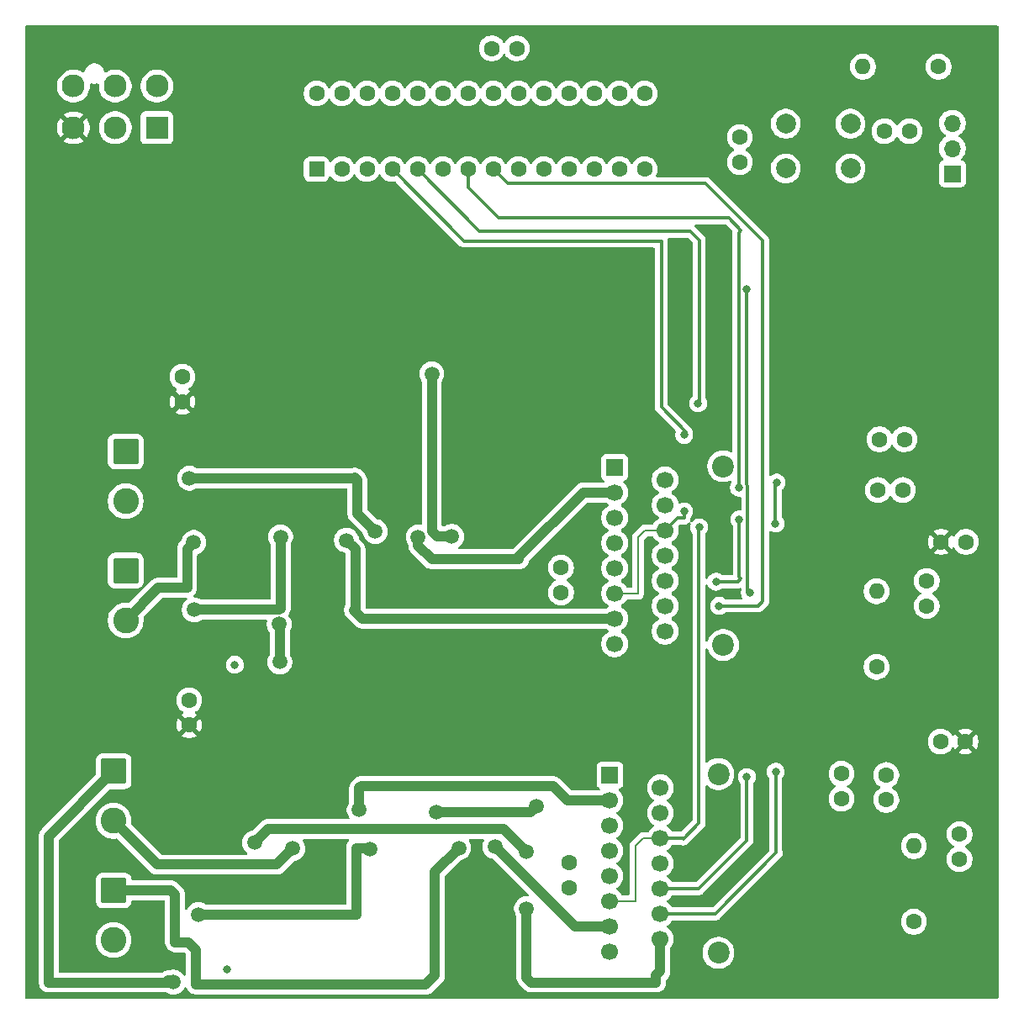
<source format=gbr>
%TF.GenerationSoftware,KiCad,Pcbnew,9.0.0*%
%TF.CreationDate,2025-03-14T18:44:20-06:00*%
%TF.ProjectId,MotorControllerBoardV2,4d6f746f-7243-46f6-9e74-726f6c6c6572,rev?*%
%TF.SameCoordinates,Original*%
%TF.FileFunction,Copper,L4,Bot*%
%TF.FilePolarity,Positive*%
%FSLAX46Y46*%
G04 Gerber Fmt 4.6, Leading zero omitted, Abs format (unit mm)*
G04 Created by KiCad (PCBNEW 9.0.0) date 2025-03-14 18:44:21*
%MOMM*%
%LPD*%
G01*
G04 APERTURE LIST*
G04 Aperture macros list*
%AMRoundRect*
0 Rectangle with rounded corners*
0 $1 Rounding radius*
0 $2 $3 $4 $5 $6 $7 $8 $9 X,Y pos of 4 corners*
0 Add a 4 corners polygon primitive as box body*
4,1,4,$2,$3,$4,$5,$6,$7,$8,$9,$2,$3,0*
0 Add four circle primitives for the rounded corners*
1,1,$1+$1,$2,$3*
1,1,$1+$1,$4,$5*
1,1,$1+$1,$6,$7*
1,1,$1+$1,$8,$9*
0 Add four rect primitives between the rounded corners*
20,1,$1+$1,$2,$3,$4,$5,0*
20,1,$1+$1,$4,$5,$6,$7,0*
20,1,$1+$1,$6,$7,$8,$9,0*
20,1,$1+$1,$8,$9,$2,$3,0*%
G04 Aperture macros list end*
%TA.AperFunction,ComponentPad*%
%ADD10C,1.600000*%
%TD*%
%TA.AperFunction,ComponentPad*%
%ADD11O,1.600000X1.600000*%
%TD*%
%TA.AperFunction,ComponentPad*%
%ADD12RoundRect,0.250000X-1.050000X1.050000X-1.050000X-1.050000X1.050000X-1.050000X1.050000X1.050000X0*%
%TD*%
%TA.AperFunction,ComponentPad*%
%ADD13C,2.600000*%
%TD*%
%TA.AperFunction,ComponentPad*%
%ADD14C,2.000000*%
%TD*%
%TA.AperFunction,ComponentPad*%
%ADD15R,2.300000X2.300000*%
%TD*%
%TA.AperFunction,ComponentPad*%
%ADD16C,2.300000*%
%TD*%
%TA.AperFunction,ComponentPad*%
%ADD17R,1.700000X1.700000*%
%TD*%
%TA.AperFunction,ComponentPad*%
%ADD18O,1.700000X1.700000*%
%TD*%
%TA.AperFunction,ComponentPad*%
%ADD19RoundRect,0.250000X0.550000X-0.550000X0.550000X0.550000X-0.550000X0.550000X-0.550000X-0.550000X0*%
%TD*%
%TA.AperFunction,ComponentPad*%
%ADD20R,1.695000X1.695000*%
%TD*%
%TA.AperFunction,ComponentPad*%
%ADD21C,1.695000*%
%TD*%
%TA.AperFunction,ComponentPad*%
%ADD22C,2.200000*%
%TD*%
%TA.AperFunction,ViaPad*%
%ADD23C,0.800000*%
%TD*%
%TA.AperFunction,ViaPad*%
%ADD24C,1.500000*%
%TD*%
%TA.AperFunction,Conductor*%
%ADD25C,0.300000*%
%TD*%
%TA.AperFunction,Conductor*%
%ADD26C,1.000000*%
%TD*%
%TA.AperFunction,Conductor*%
%ADD27C,0.200000*%
%TD*%
G04 APERTURE END LIST*
D10*
%TO.P,C10,1,+*%
%TO.N,Net-(C10-+)*%
X195140000Y-124610000D03*
%TO.P,C10,2,-*%
%TO.N,GND*%
X195140000Y-127110000D03*
%TD*%
%TO.P,C9,1,+*%
%TO.N,7.2V Motor*%
X195730000Y-115270000D03*
%TO.P,C9,2,-*%
%TO.N,GND*%
X193230000Y-115270000D03*
%TD*%
%TO.P,C14,1,+*%
%TO.N,5V Logic*%
X155820000Y-129970000D03*
%TO.P,C14,2,-*%
%TO.N,GND*%
X155820000Y-127470000D03*
%TD*%
%TO.P,R2,1,+*%
%TO.N,GND*%
X190540000Y-133420000D03*
D11*
%TO.P,R2,2,-*%
%TO.N,Net-(R2--)*%
X190540000Y-125800000D03*
%TD*%
D10*
%TO.P,C7,1,+*%
%TO.N,GND*%
X173010000Y-54410000D03*
%TO.P,C7,2,-*%
%TO.N,Net-(C7--)*%
X173010000Y-56910000D03*
%TD*%
%TO.P,R3,1,+*%
%TO.N,Net-(R3-+)*%
X193020000Y-47320000D03*
D11*
%TO.P,R3,2,-*%
%TO.N,Net-(R3--)*%
X185400000Y-47320000D03*
%TD*%
D12*
%TO.P,MLF1,1*%
%TO.N,Net-(U2-OUT1)*%
X111162500Y-86060000D03*
D13*
%TO.P,MLF1,2*%
%TO.N,Net-(U2-OUT2)*%
X111162500Y-91060000D03*
%TD*%
D12*
%TO.P,MRB1,1*%
%TO.N,Net-(U5-OUT3)*%
X109942500Y-130260000D03*
D13*
%TO.P,MRB1,2*%
%TO.N,Net-(U5-OUT4)*%
X109942500Y-135260000D03*
%TD*%
D12*
%TO.P,MRF1,1*%
%TO.N,Net-(U5-OUT1)*%
X109942500Y-118260000D03*
D13*
%TO.P,MRF1,2*%
%TO.N,Net-(U5-OUT2)*%
X109942500Y-123260000D03*
%TD*%
D12*
%TO.P,MLB1,1*%
%TO.N,Net-(U2-OUT3)*%
X111162500Y-98060000D03*
D13*
%TO.P,MLB1,2*%
%TO.N,Net-(U2-OUT4)*%
X111162500Y-103060000D03*
%TD*%
D10*
%TO.P,C5,1,+*%
%TO.N,Net-(C3-+)*%
X186910000Y-89940000D03*
%TO.P,C5,2,-*%
%TO.N,GND*%
X189410000Y-89940000D03*
%TD*%
%TO.P,C2,1,+*%
%TO.N,7.2V Motor*%
X193280000Y-95160000D03*
%TO.P,C2,2,-*%
%TO.N,GND*%
X195780000Y-95160000D03*
%TD*%
%TO.P,C3,1,+*%
%TO.N,Net-(C3-+)*%
X187080000Y-84830000D03*
%TO.P,C3,2,-*%
%TO.N,GND*%
X189580000Y-84830000D03*
%TD*%
%TO.P,C13,1,+*%
%TO.N,Net-(C12-+)*%
X183240000Y-121020000D03*
%TO.P,C13,2,-*%
%TO.N,GND*%
X183240000Y-118520000D03*
%TD*%
%TO.P,C1,1,+*%
%TO.N,5V Logic*%
X155000000Y-97750000D03*
%TO.P,C1,2,-*%
%TO.N,GND*%
X155000000Y-100250000D03*
%TD*%
%TO.P,C6,1,+*%
%TO.N,5V Logic*%
X150530000Y-45460000D03*
%TO.P,C6,2,-*%
%TO.N,GND*%
X148030000Y-45460000D03*
%TD*%
%TO.P,C8,1,+*%
%TO.N,7.2V Motor*%
X116880000Y-81040000D03*
%TO.P,C8,2,-*%
%TO.N,GND*%
X116880000Y-78540000D03*
%TD*%
%TO.P,C4,1,+*%
%TO.N,Net-(C4-+)*%
X191830000Y-99100000D03*
%TO.P,C4,2,-*%
%TO.N,GND*%
X191830000Y-101600000D03*
%TD*%
%TO.P,C11,1,+*%
%TO.N,7.2V Motor*%
X117550000Y-113610000D03*
%TO.P,C11,2,-*%
%TO.N,GND*%
X117550000Y-111110000D03*
%TD*%
%TO.P,C12,1,+*%
%TO.N,Net-(C12-+)*%
X187750000Y-118640000D03*
%TO.P,C12,2,-*%
%TO.N,GND*%
X187750000Y-121140000D03*
%TD*%
%TO.P,C15,1,+*%
%TO.N,5V Logic*%
X190080000Y-53790000D03*
%TO.P,C15,2,-*%
%TO.N,GND*%
X187580000Y-53790000D03*
%TD*%
D14*
%TO.P,SW1,1,1*%
%TO.N,GND*%
X177640000Y-53050000D03*
X184140000Y-53050000D03*
%TO.P,SW1,2,2*%
%TO.N,Net-(C7--)*%
X177640000Y-57550000D03*
X184140000Y-57550000D03*
%TD*%
D15*
%TO.P,J1,1,1*%
%TO.N,SCL*%
X114300000Y-53460000D03*
D16*
%TO.P,J1,2,2*%
%TO.N,GND*%
X110100000Y-53460000D03*
%TO.P,J1,3,3*%
%TO.N,7.2V Motor*%
X105900000Y-53460000D03*
%TO.P,J1,4,4*%
%TO.N,SDA*%
X114300000Y-49260000D03*
%TO.P,J1,5,5*%
%TO.N,unconnected-(J1-Pad5)*%
X110100000Y-49260000D03*
%TO.P,J1,6,6*%
%TO.N,5V Logic*%
X105900000Y-49260000D03*
%TD*%
D10*
%TO.P,R1,1,+*%
%TO.N,GND*%
X186770000Y-107750000D03*
D11*
%TO.P,R1,2,-*%
%TO.N,Net-(R1--)*%
X186770000Y-100130000D03*
%TD*%
D17*
%TO.P,UPDIHeader1,1*%
%TO.N,5V Logic*%
X194410000Y-58080000D03*
D18*
%TO.P,UPDIHeader1,2*%
%TO.N,GND*%
X194410000Y-55540000D03*
%TO.P,UPDIHeader1,3*%
%TO.N,Net-(R3-+)*%
X194410000Y-53000000D03*
%TD*%
D19*
%TO.P,U1,1,PA7*%
%TO.N,unconnected-(U1-PA7-Pad1)*%
X130380000Y-57620000D03*
D10*
%TO.P,U1,2,PC0*%
%TO.N,unconnected-(U1-PC0-Pad2)*%
X132920000Y-57620000D03*
%TO.P,U1,3,PC1*%
%TO.N,unconnected-(U1-PC1-Pad3)*%
X135460000Y-57620000D03*
%TO.P,U1,4,PC2*%
%TO.N,LPWM*%
X138000000Y-57620000D03*
%TO.P,U1,5,PC3*%
%TO.N,RPWM*%
X140540000Y-57620000D03*
%TO.P,U1,6,VDDIO2*%
%TO.N,5V Logic*%
X143080000Y-57620000D03*
%TO.P,U1,7,PD1*%
%TO.N,LFWD*%
X145620000Y-57620000D03*
%TO.P,U1,8,PD2*%
%TO.N,LBWD*%
X148160000Y-57620000D03*
%TO.P,U1,9,PD3*%
%TO.N,RFWD*%
X150700000Y-57620000D03*
%TO.P,U1,10,PD4*%
%TO.N,RBWD*%
X153240000Y-57620000D03*
%TO.P,U1,11,PD5*%
%TO.N,unconnected-(U1-PD5-Pad11)*%
X155780000Y-57620000D03*
%TO.P,U1,12,PD6*%
%TO.N,unconnected-(U1-PD6-Pad12)*%
X158320000Y-57620000D03*
%TO.P,U1,13,VREFA/PD7*%
%TO.N,unconnected-(U1-VREFA{slash}PD7-Pad13)*%
X160860000Y-57620000D03*
%TO.P,U1,14,AVDD*%
%TO.N,5V Logic*%
X163400000Y-57620000D03*
%TO.P,U1,15,AGND*%
%TO.N,GND*%
X163400000Y-50000000D03*
%TO.P,U1,16,XTAL32K1/PF0*%
%TO.N,unconnected-(U1-XTAL32K1{slash}PF0-Pad16)*%
X160860000Y-50000000D03*
%TO.P,U1,17,XTAL32K2/PF1*%
%TO.N,unconnected-(U1-XTAL32K2{slash}PF1-Pad17)*%
X158320000Y-50000000D03*
%TO.P,U1,18,~{RESET}/PF6*%
%TO.N,Net-(C7--)*%
X155780000Y-50000000D03*
%TO.P,U1,19,UPDI*%
%TO.N,Net-(R3--)*%
X153240000Y-50000000D03*
%TO.P,U1,20,VDD*%
%TO.N,5V Logic*%
X150700000Y-50000000D03*
%TO.P,U1,21,GND*%
%TO.N,GND*%
X148160000Y-50000000D03*
%TO.P,U1,22,XTALHF1/PA0*%
%TO.N,unconnected-(U1-XTALHF1{slash}PA0-Pad22)*%
X145620000Y-50000000D03*
%TO.P,U1,23,XTALHF2/PA1*%
%TO.N,unconnected-(U1-XTALHF2{slash}PA1-Pad23)*%
X143080000Y-50000000D03*
%TO.P,U1,24,PA2*%
%TO.N,SDA*%
X140540000Y-50000000D03*
%TO.P,U1,25,PA3*%
%TO.N,SCL*%
X138000000Y-50000000D03*
%TO.P,U1,26,PA4*%
%TO.N,unconnected-(U1-PA4-Pad26)*%
X135460000Y-50000000D03*
%TO.P,U1,27,PA5*%
%TO.N,unconnected-(U1-PA5-Pad27)*%
X132920000Y-50000000D03*
%TO.P,U1,28,PA6*%
%TO.N,unconnected-(U1-PA6-Pad28)*%
X130380000Y-50000000D03*
%TD*%
D20*
%TO.P,U5,1,SENSE_A*%
%TO.N,GND*%
X159920000Y-118650000D03*
D21*
%TO.P,U5,2,OUT1*%
%TO.N,Net-(U5-OUT1)*%
X165000000Y-119920000D03*
%TO.P,U5,3,OUT2*%
%TO.N,Net-(U5-OUT2)*%
X159920000Y-121190000D03*
%TO.P,U5,4,Vs*%
%TO.N,Net-(C12-+)*%
X165000000Y-122460000D03*
%TO.P,U5,5,IN1*%
%TO.N,RFWD*%
X159920000Y-123730000D03*
%TO.P,U5,6,EnA*%
%TO.N,RPWM*%
X165000000Y-125000000D03*
%TO.P,U5,7,IN2*%
%TO.N,RBWD*%
X159920000Y-126270000D03*
D22*
%TO.P,U5,8,GND*%
%TO.N,GND*%
X170850000Y-118540000D03*
D21*
X165000000Y-127540000D03*
D22*
X170850000Y-136540000D03*
D21*
%TO.P,U5,9,Vss*%
%TO.N,5V Logic*%
X159920000Y-128810000D03*
%TO.P,U5,10,IN3*%
%TO.N,RFWD*%
X165000000Y-130080000D03*
%TO.P,U5,11,EnB*%
%TO.N,RPWM*%
X159920000Y-131350000D03*
%TO.P,U5,12,IN4*%
%TO.N,RBWD*%
X165000000Y-132620000D03*
%TO.P,U5,13,OUT3*%
%TO.N,Net-(U5-OUT3)*%
X159920000Y-133890000D03*
%TO.P,U5,14,OUT4*%
%TO.N,Net-(U5-OUT4)*%
X165000000Y-135160000D03*
%TO.P,U5,15,SENSE_B*%
%TO.N,GND*%
X159920000Y-136430000D03*
%TD*%
D20*
%TO.P,U2,1,SENSE_A*%
%TO.N,GND*%
X160400000Y-87650000D03*
D21*
%TO.P,U2,2,OUT1*%
%TO.N,Net-(U2-OUT1)*%
X165480000Y-88920000D03*
%TO.P,U2,3,OUT2*%
%TO.N,Net-(U2-OUT2)*%
X160400000Y-90190000D03*
%TO.P,U2,4,Vs*%
%TO.N,Net-(C3-+)*%
X165480000Y-91460000D03*
%TO.P,U2,5,IN1*%
%TO.N,LFWD*%
X160400000Y-92730000D03*
%TO.P,U2,6,EnA*%
%TO.N,LPWM*%
X165480000Y-94000000D03*
%TO.P,U2,7,IN2*%
%TO.N,LBWD*%
X160400000Y-95270000D03*
D22*
%TO.P,U2,8,GND*%
%TO.N,GND*%
X171330000Y-87540000D03*
D21*
X165480000Y-96540000D03*
D22*
X171330000Y-105540000D03*
D21*
%TO.P,U2,9,Vss*%
%TO.N,5V Logic*%
X160400000Y-97810000D03*
%TO.P,U2,10,IN3*%
%TO.N,LFWD*%
X165480000Y-99080000D03*
%TO.P,U2,11,EnB*%
%TO.N,LPWM*%
X160400000Y-100350000D03*
%TO.P,U2,12,IN4*%
%TO.N,LBWD*%
X165480000Y-101620000D03*
%TO.P,U2,13,OUT3*%
%TO.N,Net-(U2-OUT3)*%
X160400000Y-102890000D03*
%TO.P,U2,14,OUT4*%
%TO.N,Net-(U2-OUT4)*%
X165480000Y-104160000D03*
%TO.P,U2,15,SENSE_B*%
%TO.N,GND*%
X160400000Y-105430000D03*
%TD*%
D23*
%TO.N,RFWD*%
X174000000Y-100300000D03*
X173700000Y-69700000D03*
%TO.N,RBWD*%
X176700000Y-89200000D03*
X176600000Y-93300000D03*
%TO.N,LFWD*%
X172900000Y-89700000D03*
X172950000Y-92900000D03*
%TO.N,RPWM*%
X168800000Y-81200000D03*
X168900000Y-93700000D03*
%TO.N,LPWM*%
X167400000Y-92100000D03*
X167400000Y-84400000D03*
D24*
%TO.N,Net-(U2-OUT4)*%
X126617960Y-103449979D03*
X126680000Y-107260000D03*
%TO.N,Net-(U5-OUT3)*%
X148340000Y-125840000D03*
X144700000Y-125990000D03*
D23*
%TO.N,GND*%
X122150000Y-107530000D03*
X121370000Y-138250000D03*
%TO.N,RBWD*%
X176610000Y-118300000D03*
%TO.N,RFWD*%
X173720000Y-118840000D03*
%TO.N,LBWD*%
X170930000Y-101610000D03*
%TO.N,LFWD*%
X170610000Y-99170000D03*
D24*
%TO.N,Net-(U2-OUT3)*%
X133390000Y-95000000D03*
X126760000Y-94660000D03*
X118060000Y-102000000D03*
%TO.N,Net-(U2-OUT4)*%
X118010000Y-95220000D03*
%TO.N,Net-(U2-OUT2)*%
X140610000Y-94660000D03*
X136280000Y-94110000D03*
X117580000Y-88750000D03*
%TO.N,Net-(U2-OUT1)*%
X144000000Y-94620000D03*
X141980000Y-78230000D03*
%TO.N,Net-(U5-OUT1)*%
X152490000Y-121780000D03*
X142440000Y-122339000D03*
X135750000Y-126100000D03*
X118480000Y-132700989D03*
X115962563Y-139497437D03*
%TO.N,Net-(U5-OUT2)*%
X127990000Y-126040000D03*
X134670000Y-122160000D03*
%TO.N,Net-(U5-OUT4)*%
X151520000Y-132100000D03*
X151470000Y-126330000D03*
X124140000Y-125450000D03*
%TD*%
D25*
%TO.N,RFWD*%
X173800000Y-100100000D02*
X174000000Y-100300000D01*
X173800000Y-89500000D02*
X173800000Y-100100000D01*
X173700000Y-89400000D02*
X173800000Y-89500000D01*
X173700000Y-69700000D02*
X173700000Y-89400000D01*
%TO.N,RBWD*%
X176600000Y-89300000D02*
X176700000Y-89200000D01*
X176600000Y-93300000D02*
X176600000Y-89300000D01*
%TO.N,LBWD*%
X175320000Y-64837214D02*
X175320000Y-101150000D01*
%TO.N,LFWD*%
X172900000Y-89700000D02*
X172900000Y-64010000D01*
X172950000Y-98680000D02*
X172950000Y-92900000D01*
X173130000Y-98860000D02*
X172950000Y-98680000D01*
X172900000Y-64010000D02*
X173130000Y-63780000D01*
%TO.N,RPWM*%
X168920000Y-81080000D02*
X168920000Y-64780000D01*
X168800000Y-81200000D02*
X168920000Y-81080000D01*
X168895000Y-93705000D02*
X168900000Y-93700000D01*
X168895000Y-123495000D02*
X167300000Y-125090000D01*
X168895000Y-123495000D02*
X168895000Y-93705000D01*
%TO.N,LPWM*%
X167400000Y-84350000D02*
X167400000Y-84400000D01*
X167400000Y-92100000D02*
X167400000Y-92770000D01*
D26*
%TO.N,Net-(U5-OUT3)*%
X156390000Y-133890000D02*
X159920000Y-133890000D01*
X148340000Y-125840000D02*
X156390000Y-133890000D01*
X115720000Y-130260000D02*
X109942500Y-130260000D01*
X116120000Y-130660000D02*
X115720000Y-130260000D01*
X116120000Y-135490000D02*
X116120000Y-130660000D01*
X117476987Y-135490000D02*
X116120000Y-135490000D01*
X118230000Y-136243013D02*
X117476987Y-135490000D01*
X118230000Y-139740000D02*
X118230000Y-136243013D01*
X141370000Y-139740000D02*
X118230000Y-139740000D01*
X142300000Y-138810000D02*
X141370000Y-139740000D01*
X142300000Y-128390000D02*
X142300000Y-138810000D01*
X144700000Y-125990000D02*
X142300000Y-128390000D01*
%TO.N,Net-(U2-OUT4)*%
X126680000Y-103512019D02*
X126617960Y-103449979D01*
X126680000Y-107260000D02*
X126680000Y-103512019D01*
%TO.N,Net-(U2-OUT2)*%
X157250000Y-90190000D02*
X160400000Y-90190000D01*
X142010000Y-96900000D02*
X150780000Y-96900000D01*
X150780000Y-96660000D02*
X157250000Y-90190000D01*
X140610000Y-95500000D02*
X142010000Y-96900000D01*
X140610000Y-94660000D02*
X140610000Y-95500000D01*
X150780000Y-96900000D02*
X150780000Y-96660000D01*
D25*
%TO.N,RBWD*%
X170540000Y-132620000D02*
X165000000Y-132620000D01*
X176680000Y-126480000D02*
X170540000Y-132620000D01*
X176610000Y-126410000D02*
X176680000Y-126480000D01*
X176610000Y-118300000D02*
X176610000Y-126410000D01*
%TO.N,RFWD*%
X168860000Y-130080000D02*
X165000000Y-130080000D01*
X173720000Y-118840000D02*
X173720000Y-125220000D01*
X173720000Y-125220000D02*
X168860000Y-130080000D01*
%TO.N,LBWD*%
X175320000Y-101150000D02*
X174860000Y-101610000D01*
X174860000Y-101610000D02*
X170930000Y-101610000D01*
X169553786Y-59071000D02*
X175320000Y-64837214D01*
X149611000Y-59071000D02*
X169553786Y-59071000D01*
X148160000Y-57620000D02*
X149611000Y-59071000D01*
%TO.N,LFWD*%
X148670000Y-62550000D02*
X171900000Y-62550000D01*
X172820000Y-99170000D02*
X170610000Y-99170000D01*
X173130000Y-98860000D02*
X172820000Y-99170000D01*
X171900000Y-62550000D02*
X173130000Y-63780000D01*
X145620000Y-57620000D02*
X145620000Y-59500000D01*
X145620000Y-59500000D02*
X148670000Y-62550000D01*
%TO.N,RPWM*%
X167210000Y-125000000D02*
X165000000Y-125000000D01*
X167300000Y-125090000D02*
X167210000Y-125000000D01*
X168010000Y-63870000D02*
X168920000Y-64780000D01*
X146790000Y-63870000D02*
X168010000Y-63870000D01*
X140540000Y-57620000D02*
X146790000Y-63870000D01*
%TO.N,LPWM*%
X166710000Y-92770000D02*
X165480000Y-94000000D01*
X165100000Y-81610000D02*
X167620000Y-84130000D01*
X165100000Y-64860000D02*
X165100000Y-81610000D01*
X145240000Y-64860000D02*
X165100000Y-64860000D01*
X167400000Y-92770000D02*
X166710000Y-92770000D01*
X167620000Y-84130000D02*
X167400000Y-84350000D01*
X138000000Y-57620000D02*
X145240000Y-64860000D01*
D26*
%TO.N,Net-(U2-OUT3)*%
X134140000Y-102040000D02*
X134990000Y-102890000D01*
X134990000Y-102890000D02*
X160400000Y-102890000D01*
X134290000Y-101890000D02*
X134140000Y-102040000D01*
X134290000Y-95900000D02*
X134290000Y-101890000D01*
X133390000Y-95000000D02*
X134290000Y-95900000D01*
%TO.N,Net-(U2-OUT2)*%
X134180000Y-88750000D02*
X117580000Y-88750000D01*
X134230000Y-88700000D02*
X134180000Y-88750000D01*
X134480000Y-92310000D02*
X134480000Y-88950000D01*
X134480000Y-88950000D02*
X134230000Y-88700000D01*
X136280000Y-94110000D02*
X134480000Y-92310000D01*
%TO.N,Net-(U2-OUT3)*%
X126760000Y-101850000D02*
X126760000Y-94660000D01*
X126610000Y-102000000D02*
X126760000Y-101850000D01*
X118060000Y-102000000D02*
X126610000Y-102000000D01*
%TO.N,Net-(U2-OUT4)*%
X114452500Y-99770000D02*
X111162500Y-103060000D01*
X117350000Y-99770000D02*
X114452500Y-99770000D01*
X117350000Y-95880000D02*
X117350000Y-99770000D01*
X118010000Y-95220000D02*
X117350000Y-95880000D01*
%TO.N,Net-(U2-OUT1)*%
X141980000Y-94090000D02*
X141980000Y-78230000D01*
X144000000Y-94620000D02*
X142510000Y-94620000D01*
X142510000Y-94620000D02*
X141980000Y-94090000D01*
%TO.N,Net-(U5-OUT1)*%
X151931000Y-122339000D02*
X152490000Y-121780000D01*
X142440000Y-122339000D02*
X151931000Y-122339000D01*
X135640000Y-125990000D02*
X135750000Y-126100000D01*
X134360000Y-125990000D02*
X135640000Y-125990000D01*
X134420000Y-132700000D02*
X134360000Y-132640000D01*
X134360000Y-132640000D02*
X134360000Y-125990000D01*
X119000000Y-132700000D02*
X134420000Y-132700000D01*
X118999011Y-132700989D02*
X119000000Y-132700000D01*
X118480000Y-132700989D02*
X118999011Y-132700989D01*
X115775126Y-139310000D02*
X115962563Y-139497437D01*
X115240000Y-139540000D02*
X115470000Y-139310000D01*
X115470000Y-139310000D02*
X115775126Y-139310000D01*
X103400000Y-139540000D02*
X115240000Y-139540000D01*
X103400000Y-124802500D02*
X103400000Y-139540000D01*
X109942500Y-118260000D02*
X103400000Y-124802500D01*
%TO.N,Net-(U5-OUT2)*%
X126360000Y-127670000D02*
X114352500Y-127670000D01*
X114352500Y-127670000D02*
X109942500Y-123260000D01*
X127990000Y-126040000D02*
X126360000Y-127670000D01*
X154190000Y-119750000D02*
X155630000Y-121190000D01*
X134880000Y-119750000D02*
X154190000Y-119750000D01*
X134670000Y-119960000D02*
X134880000Y-119750000D01*
X155630000Y-121190000D02*
X159920000Y-121190000D01*
X134670000Y-122160000D02*
X134670000Y-119960000D01*
%TO.N,Net-(U5-OUT4)*%
X165000000Y-138410000D02*
X165000000Y-135160000D01*
X164580000Y-138830000D02*
X165000000Y-138410000D01*
X164580000Y-139540000D02*
X164580000Y-138830000D01*
X151520000Y-139030000D02*
X152030000Y-139540000D01*
X151520000Y-132100000D02*
X151520000Y-139030000D01*
X152030000Y-139540000D02*
X164580000Y-139540000D01*
X125501000Y-124089000D02*
X149229000Y-124089000D01*
X124140000Y-125450000D02*
X125501000Y-124089000D01*
X149229000Y-124089000D02*
X151470000Y-126330000D01*
D27*
%TO.N,RPWM*%
X163260000Y-125000000D02*
X165000000Y-125000000D01*
X162490000Y-125770000D02*
X163260000Y-125000000D01*
X162460000Y-131350000D02*
X162490000Y-131320000D01*
X162490000Y-131320000D02*
X162490000Y-125770000D01*
X159920000Y-131350000D02*
X162460000Y-131350000D01*
%TO.N,LPWM*%
X162750000Y-100370000D02*
X162750000Y-94700000D01*
X162750000Y-94700000D02*
X163450000Y-94000000D01*
X162730000Y-100350000D02*
X162750000Y-100370000D01*
X163450000Y-94000000D02*
X165480000Y-94000000D01*
X160400000Y-100350000D02*
X162730000Y-100350000D01*
%TD*%
%TA.AperFunction,Conductor*%
%TO.N,7.2V Motor*%
G36*
X198998039Y-43179685D02*
G01*
X199043794Y-43232489D01*
X199055000Y-43284000D01*
X199055000Y-141036000D01*
X199035315Y-141103039D01*
X198982511Y-141148794D01*
X198931000Y-141160000D01*
X101179000Y-141160000D01*
X101111961Y-141140315D01*
X101066206Y-141087511D01*
X101055000Y-141036000D01*
X101055000Y-139638543D01*
X102399499Y-139638543D01*
X102437947Y-139831829D01*
X102437950Y-139831839D01*
X102513364Y-140013907D01*
X102513371Y-140013920D01*
X102622860Y-140177781D01*
X102622863Y-140177785D01*
X102762214Y-140317136D01*
X102762218Y-140317139D01*
X102926079Y-140426628D01*
X102926092Y-140426635D01*
X103108158Y-140502048D01*
X103108165Y-140502051D01*
X103108169Y-140502051D01*
X103108170Y-140502052D01*
X103301456Y-140540500D01*
X103301459Y-140540500D01*
X103498541Y-140540500D01*
X115141460Y-140540500D01*
X115230447Y-140540500D01*
X115297486Y-140560185D01*
X115303332Y-140564182D01*
X115307153Y-140566958D01*
X115307155Y-140566959D01*
X115307158Y-140566961D01*
X115386493Y-140607383D01*
X115482533Y-140656319D01*
X115482535Y-140656319D01*
X115482538Y-140656321D01*
X115547231Y-140677341D01*
X115669736Y-140717146D01*
X115864141Y-140747937D01*
X115864146Y-140747937D01*
X116060985Y-140747937D01*
X116255389Y-140717146D01*
X116301846Y-140702051D01*
X116442588Y-140656321D01*
X116617968Y-140566961D01*
X116777209Y-140451265D01*
X116916391Y-140312083D01*
X117032087Y-140152842D01*
X117067720Y-140082908D01*
X117115694Y-140032112D01*
X117183515Y-140015316D01*
X117249650Y-140037853D01*
X117292766Y-140091750D01*
X117343364Y-140213907D01*
X117343371Y-140213920D01*
X117452860Y-140377781D01*
X117452863Y-140377785D01*
X117592214Y-140517136D01*
X117592218Y-140517139D01*
X117756079Y-140626628D01*
X117756092Y-140626635D01*
X117938160Y-140702049D01*
X117938165Y-140702051D01*
X117938169Y-140702051D01*
X117938170Y-140702052D01*
X118131456Y-140740500D01*
X118131459Y-140740500D01*
X141468543Y-140740500D01*
X141517250Y-140730811D01*
X141585948Y-140717146D01*
X141661836Y-140702051D01*
X141715165Y-140679961D01*
X141843914Y-140626632D01*
X142007782Y-140517139D01*
X142147139Y-140377782D01*
X142147139Y-140377780D01*
X142157347Y-140367573D01*
X142157348Y-140367570D01*
X143077140Y-139447781D01*
X143186632Y-139283914D01*
X143262052Y-139101835D01*
X143300501Y-138908540D01*
X143300501Y-138711459D01*
X143300501Y-138706349D01*
X143300500Y-138706323D01*
X143300500Y-128855781D01*
X143320185Y-128788742D01*
X143336814Y-128768105D01*
X144848352Y-127256566D01*
X144909673Y-127223083D01*
X144916606Y-127221780D01*
X144992826Y-127209709D01*
X145180025Y-127148884D01*
X145355405Y-127059524D01*
X145514646Y-126943828D01*
X145653828Y-126804646D01*
X145769524Y-126645405D01*
X145858884Y-126470025D01*
X145919709Y-126282826D01*
X145922884Y-126262781D01*
X145950500Y-126088422D01*
X145950500Y-125891577D01*
X145919709Y-125697173D01*
X145888774Y-125601966D01*
X145858884Y-125509975D01*
X145858882Y-125509972D01*
X145858882Y-125509970D01*
X145803504Y-125401285D01*
X145769524Y-125334595D01*
X145765883Y-125329584D01*
X145734498Y-125286385D01*
X145711018Y-125220579D01*
X145726843Y-125152525D01*
X145776949Y-125103830D01*
X145834816Y-125089500D01*
X147116580Y-125089500D01*
X147183619Y-125109185D01*
X147229374Y-125161989D01*
X147239318Y-125231147D01*
X147227065Y-125269795D01*
X147181117Y-125359970D01*
X147120290Y-125547173D01*
X147089500Y-125741577D01*
X147089500Y-125938422D01*
X147120290Y-126132826D01*
X147181117Y-126320029D01*
X147244886Y-126445182D01*
X147270476Y-126495405D01*
X147386172Y-126654646D01*
X147525354Y-126793828D01*
X147684595Y-126909524D01*
X147751915Y-126943825D01*
X147859970Y-126998882D01*
X147859972Y-126998882D01*
X147859975Y-126998884D01*
X147932802Y-127022547D01*
X148047173Y-127059709D01*
X148084323Y-127065592D01*
X148123364Y-127071776D01*
X148186499Y-127101705D01*
X148191648Y-127106568D01*
X151724223Y-130639143D01*
X151757708Y-130700466D01*
X151752724Y-130770158D01*
X151710852Y-130826091D01*
X151645388Y-130850508D01*
X151623306Y-130849562D01*
X151623281Y-130849882D01*
X151618424Y-130849500D01*
X151618417Y-130849500D01*
X151421583Y-130849500D01*
X151421578Y-130849500D01*
X151227173Y-130880290D01*
X151039970Y-130941117D01*
X150864594Y-131030476D01*
X150773741Y-131096485D01*
X150705354Y-131146172D01*
X150705352Y-131146174D01*
X150705351Y-131146174D01*
X150566174Y-131285351D01*
X150566174Y-131285352D01*
X150566172Y-131285354D01*
X150534287Y-131329240D01*
X150450476Y-131444594D01*
X150361117Y-131619970D01*
X150300290Y-131807173D01*
X150269500Y-132001577D01*
X150269500Y-132198422D01*
X150300290Y-132392826D01*
X150361117Y-132580029D01*
X150413335Y-132682512D01*
X150450476Y-132755405D01*
X150495818Y-132817812D01*
X150519298Y-132883618D01*
X150519500Y-132890697D01*
X150519500Y-139128541D01*
X150519500Y-139128543D01*
X150519499Y-139128543D01*
X150557947Y-139321829D01*
X150557950Y-139321839D01*
X150633364Y-139503907D01*
X150633371Y-139503920D01*
X150742860Y-139667781D01*
X150742863Y-139667785D01*
X150886537Y-139811459D01*
X150886559Y-139811479D01*
X151249735Y-140174655D01*
X151249764Y-140174686D01*
X151392214Y-140317136D01*
X151392218Y-140317139D01*
X151556079Y-140426628D01*
X151556092Y-140426635D01*
X151684833Y-140479961D01*
X151727744Y-140497735D01*
X151738164Y-140502051D01*
X151834812Y-140521275D01*
X151883135Y-140530887D01*
X151931458Y-140540500D01*
X151931459Y-140540500D01*
X164678543Y-140540500D01*
X164808582Y-140514632D01*
X164871835Y-140502051D01*
X165053914Y-140426632D01*
X165217782Y-140317139D01*
X165357139Y-140177782D01*
X165466632Y-140013914D01*
X165542051Y-139831835D01*
X165580500Y-139638541D01*
X165580500Y-139295782D01*
X165600185Y-139228743D01*
X165616814Y-139208106D01*
X165777140Y-139047781D01*
X165886632Y-138883914D01*
X165962052Y-138701835D01*
X166000500Y-138508540D01*
X166000500Y-138311460D01*
X166000500Y-136414038D01*
X169249500Y-136414038D01*
X169249500Y-136665962D01*
X169256284Y-136708795D01*
X169288910Y-136914785D01*
X169366760Y-137154383D01*
X169481132Y-137378848D01*
X169629201Y-137582649D01*
X169629205Y-137582654D01*
X169807345Y-137760794D01*
X169807350Y-137760798D01*
X169985117Y-137889952D01*
X170011155Y-137908870D01*
X170138307Y-137973657D01*
X170235616Y-138023239D01*
X170235618Y-138023239D01*
X170235621Y-138023241D01*
X170475215Y-138101090D01*
X170724038Y-138140500D01*
X170724039Y-138140500D01*
X170975961Y-138140500D01*
X170975962Y-138140500D01*
X171224785Y-138101090D01*
X171464379Y-138023241D01*
X171688845Y-137908870D01*
X171892656Y-137760793D01*
X172070793Y-137582656D01*
X172218870Y-137378845D01*
X172333241Y-137154379D01*
X172411090Y-136914785D01*
X172450500Y-136665962D01*
X172450500Y-136414038D01*
X172411090Y-136165215D01*
X172333241Y-135925621D01*
X172333239Y-135925618D01*
X172333239Y-135925616D01*
X172289611Y-135839993D01*
X172218870Y-135701155D01*
X172199952Y-135675117D01*
X172070798Y-135497350D01*
X172070794Y-135497345D01*
X171892654Y-135319205D01*
X171892649Y-135319201D01*
X171688848Y-135171132D01*
X171688847Y-135171131D01*
X171688845Y-135171130D01*
X171618747Y-135135413D01*
X171464383Y-135056760D01*
X171224785Y-134978910D01*
X170975962Y-134939500D01*
X170724038Y-134939500D01*
X170599626Y-134959205D01*
X170475214Y-134978910D01*
X170235616Y-135056760D01*
X170011151Y-135171132D01*
X169807350Y-135319201D01*
X169807345Y-135319205D01*
X169629205Y-135497345D01*
X169629201Y-135497350D01*
X169481132Y-135701151D01*
X169366760Y-135925616D01*
X169288910Y-136165214D01*
X169288910Y-136165215D01*
X169249500Y-136414038D01*
X166000500Y-136414038D01*
X166000500Y-136116337D01*
X166020185Y-136049298D01*
X166025461Y-136042197D01*
X166025333Y-136042104D01*
X166028194Y-136038165D01*
X166028197Y-136038163D01*
X166152913Y-135866506D01*
X166249240Y-135677452D01*
X166307760Y-135497345D01*
X166314806Y-135475661D01*
X166314806Y-135475660D01*
X166314807Y-135475657D01*
X166348000Y-135266090D01*
X166348000Y-135053910D01*
X166314807Y-134844343D01*
X166314806Y-134844339D01*
X166314806Y-134844338D01*
X166249241Y-134642550D01*
X166249239Y-134642547D01*
X166152913Y-134453494D01*
X166028197Y-134281837D01*
X165878163Y-134131803D01*
X165706506Y-134007087D01*
X165693547Y-134000484D01*
X165642752Y-133952512D01*
X165625956Y-133884691D01*
X165648492Y-133818556D01*
X165693546Y-133779516D01*
X165706506Y-133772913D01*
X165878163Y-133648197D01*
X166028197Y-133498163D01*
X166152913Y-133326506D01*
X166152913Y-133326505D01*
X166155777Y-133322564D01*
X166157483Y-133323803D01*
X166164285Y-133317648D01*
X189239500Y-133317648D01*
X189239500Y-133522351D01*
X189271522Y-133724534D01*
X189334781Y-133919223D01*
X189427715Y-134101613D01*
X189548028Y-134267213D01*
X189692786Y-134411971D01*
X189799498Y-134489500D01*
X189858390Y-134532287D01*
X189974607Y-134591503D01*
X190040776Y-134625218D01*
X190040778Y-134625218D01*
X190040781Y-134625220D01*
X190145137Y-134659127D01*
X190235465Y-134688477D01*
X190336557Y-134704488D01*
X190437648Y-134720500D01*
X190437649Y-134720500D01*
X190642351Y-134720500D01*
X190642352Y-134720500D01*
X190844534Y-134688477D01*
X191039219Y-134625220D01*
X191221610Y-134532287D01*
X191330067Y-134453489D01*
X191387213Y-134411971D01*
X191387215Y-134411968D01*
X191387219Y-134411966D01*
X191531966Y-134267219D01*
X191531968Y-134267215D01*
X191531971Y-134267213D01*
X191630349Y-134131805D01*
X191652287Y-134101610D01*
X191745220Y-133919219D01*
X191808477Y-133724534D01*
X191840500Y-133522352D01*
X191840500Y-133317648D01*
X191819252Y-133183494D01*
X191808477Y-133115465D01*
X191768950Y-132993815D01*
X191745220Y-132920781D01*
X191745218Y-132920778D01*
X191745218Y-132920776D01*
X191683376Y-132799406D01*
X191652287Y-132738390D01*
X191643350Y-132726089D01*
X191531971Y-132572786D01*
X191387213Y-132428028D01*
X191221613Y-132307715D01*
X191221612Y-132307714D01*
X191221610Y-132307713D01*
X191164653Y-132278691D01*
X191039223Y-132214781D01*
X190844534Y-132151522D01*
X190669995Y-132123878D01*
X190642352Y-132119500D01*
X190437648Y-132119500D01*
X190413329Y-132123351D01*
X190235465Y-132151522D01*
X190040776Y-132214781D01*
X189858386Y-132307715D01*
X189692786Y-132428028D01*
X189548028Y-132572786D01*
X189427715Y-132738386D01*
X189334781Y-132920776D01*
X189271522Y-133115465D01*
X189239500Y-133317648D01*
X166164285Y-133317648D01*
X166202748Y-133282841D01*
X166256677Y-133270500D01*
X170604071Y-133270500D01*
X170688615Y-133253682D01*
X170729744Y-133245501D01*
X170764920Y-133230930D01*
X170843904Y-133198215D01*
X170843904Y-133198214D01*
X170848127Y-133196465D01*
X170954669Y-133125277D01*
X177185276Y-126894670D01*
X177188063Y-126890500D01*
X177256465Y-126788127D01*
X177305501Y-126669744D01*
X177330499Y-126544069D01*
X177330499Y-126415931D01*
X177305501Y-126290256D01*
X177305499Y-126290251D01*
X177269939Y-126204400D01*
X177260500Y-126156948D01*
X177260500Y-125697648D01*
X189239500Y-125697648D01*
X189239500Y-125902351D01*
X189271522Y-126104534D01*
X189334781Y-126299223D01*
X189382475Y-126392826D01*
X189421812Y-126470029D01*
X189427715Y-126481613D01*
X189548028Y-126647213D01*
X189692786Y-126791971D01*
X189834142Y-126894670D01*
X189858390Y-126912287D01*
X189920293Y-126943828D01*
X190040776Y-127005218D01*
X190040778Y-127005218D01*
X190040781Y-127005220D01*
X190145137Y-127039127D01*
X190235465Y-127068477D01*
X190336557Y-127084488D01*
X190437648Y-127100500D01*
X190437649Y-127100500D01*
X190642351Y-127100500D01*
X190642352Y-127100500D01*
X190844534Y-127068477D01*
X191039219Y-127005220D01*
X191221610Y-126912287D01*
X191330067Y-126833489D01*
X191387213Y-126791971D01*
X191387215Y-126791968D01*
X191387219Y-126791966D01*
X191531966Y-126647219D01*
X191531968Y-126647215D01*
X191531971Y-126647213D01*
X191606905Y-126544073D01*
X191652287Y-126481610D01*
X191745220Y-126299219D01*
X191808477Y-126104534D01*
X191840500Y-125902352D01*
X191840500Y-125697648D01*
X191833032Y-125650500D01*
X191808477Y-125495465D01*
X191777875Y-125401282D01*
X191745220Y-125300781D01*
X191745218Y-125300778D01*
X191745218Y-125300776D01*
X191704355Y-125220579D01*
X191652287Y-125118390D01*
X191633056Y-125091921D01*
X191531971Y-124952786D01*
X191387213Y-124808028D01*
X191221613Y-124687715D01*
X191221612Y-124687714D01*
X191221610Y-124687713D01*
X191065485Y-124608163D01*
X191039223Y-124594781D01*
X190844534Y-124531522D01*
X190693798Y-124507648D01*
X193839500Y-124507648D01*
X193839500Y-124712351D01*
X193871522Y-124914534D01*
X193934781Y-125109223D01*
X193998691Y-125234653D01*
X194025051Y-125286386D01*
X194027715Y-125291613D01*
X194148028Y-125457213D01*
X194292786Y-125601971D01*
X194458388Y-125722286D01*
X194511828Y-125749516D01*
X194562623Y-125797490D01*
X194579418Y-125865312D01*
X194556880Y-125931446D01*
X194511828Y-125970484D01*
X194458388Y-125997713D01*
X194292786Y-126118028D01*
X194148028Y-126262786D01*
X194027715Y-126428386D01*
X193934781Y-126610776D01*
X193871522Y-126805465D01*
X193849608Y-126943828D01*
X193839500Y-127007648D01*
X193839500Y-127212352D01*
X193841399Y-127224341D01*
X193871522Y-127414534D01*
X193934781Y-127609223D01*
X193998691Y-127734653D01*
X194019012Y-127774534D01*
X194027715Y-127791613D01*
X194148028Y-127957213D01*
X194292786Y-128101971D01*
X194447749Y-128214556D01*
X194458390Y-128222287D01*
X194574607Y-128281503D01*
X194640776Y-128315218D01*
X194640778Y-128315218D01*
X194640781Y-128315220D01*
X194745137Y-128349127D01*
X194835465Y-128378477D01*
X194936557Y-128394488D01*
X195037648Y-128410500D01*
X195037649Y-128410500D01*
X195242351Y-128410500D01*
X195242352Y-128410500D01*
X195444534Y-128378477D01*
X195639219Y-128315220D01*
X195821610Y-128222287D01*
X195929482Y-128143914D01*
X195987213Y-128101971D01*
X195987215Y-128101968D01*
X195987219Y-128101966D01*
X196131966Y-127957219D01*
X196131968Y-127957215D01*
X196131971Y-127957213D01*
X196184732Y-127884590D01*
X196252287Y-127791610D01*
X196345220Y-127609219D01*
X196408477Y-127414534D01*
X196440500Y-127212352D01*
X196440500Y-127007648D01*
X196425396Y-126912284D01*
X196408477Y-126805465D01*
X196364378Y-126669744D01*
X196345220Y-126610781D01*
X196345218Y-126610778D01*
X196345218Y-126610776D01*
X196294788Y-126511803D01*
X196252287Y-126428390D01*
X196234440Y-126403826D01*
X196131971Y-126262786D01*
X195987213Y-126118028D01*
X195821613Y-125997715D01*
X195821612Y-125997714D01*
X195821610Y-125997713D01*
X195768171Y-125970484D01*
X195717376Y-125922510D01*
X195700581Y-125854689D01*
X195723118Y-125788554D01*
X195768172Y-125749515D01*
X195821610Y-125722287D01*
X195939248Y-125636819D01*
X195987213Y-125601971D01*
X195987215Y-125601968D01*
X195987219Y-125601966D01*
X196131966Y-125457219D01*
X196131968Y-125457215D01*
X196131971Y-125457213D01*
X196208714Y-125351583D01*
X196252287Y-125291610D01*
X196345220Y-125109219D01*
X196408477Y-124914534D01*
X196440500Y-124712352D01*
X196440500Y-124507648D01*
X196424910Y-124409216D01*
X196408477Y-124305465D01*
X196368825Y-124183431D01*
X196345220Y-124110781D01*
X196345218Y-124110778D01*
X196345218Y-124110776D01*
X196301695Y-124025358D01*
X196252287Y-123928390D01*
X196193220Y-123847090D01*
X196131971Y-123762786D01*
X195987213Y-123618028D01*
X195821613Y-123497715D01*
X195821612Y-123497714D01*
X195821610Y-123497713D01*
X195764653Y-123468691D01*
X195639223Y-123404781D01*
X195444534Y-123341522D01*
X195269995Y-123313878D01*
X195242352Y-123309500D01*
X195037648Y-123309500D01*
X195013329Y-123313351D01*
X194835465Y-123341522D01*
X194640776Y-123404781D01*
X194458386Y-123497715D01*
X194292786Y-123618028D01*
X194148028Y-123762786D01*
X194027715Y-123928386D01*
X193934781Y-124110776D01*
X193871522Y-124305465D01*
X193839500Y-124507648D01*
X190693798Y-124507648D01*
X190669995Y-124503878D01*
X190642352Y-124499500D01*
X190437648Y-124499500D01*
X190413329Y-124503351D01*
X190235465Y-124531522D01*
X190040776Y-124594781D01*
X189858386Y-124687715D01*
X189692786Y-124808028D01*
X189548028Y-124952786D01*
X189427715Y-125118386D01*
X189334781Y-125300776D01*
X189271522Y-125495465D01*
X189239500Y-125697648D01*
X177260500Y-125697648D01*
X177260500Y-118974361D01*
X177280185Y-118907322D01*
X177296816Y-118886682D01*
X177309464Y-118874035D01*
X177408013Y-118726547D01*
X177475894Y-118562666D01*
X177504740Y-118417648D01*
X181939500Y-118417648D01*
X181939500Y-118622351D01*
X181971522Y-118824534D01*
X182034781Y-119019223D01*
X182046304Y-119041837D01*
X182118160Y-119182862D01*
X182127715Y-119201613D01*
X182248028Y-119367213D01*
X182392786Y-119511971D01*
X182558388Y-119632286D01*
X182611828Y-119659516D01*
X182662623Y-119707490D01*
X182679418Y-119775312D01*
X182656880Y-119841446D01*
X182611828Y-119880484D01*
X182558388Y-119907713D01*
X182392786Y-120028028D01*
X182248028Y-120172786D01*
X182127715Y-120338386D01*
X182034781Y-120520776D01*
X181971522Y-120715465D01*
X181939500Y-120917648D01*
X181939500Y-121122351D01*
X181971522Y-121324534D01*
X182034781Y-121519223D01*
X182095923Y-121639219D01*
X182118533Y-121683594D01*
X182127715Y-121701613D01*
X182248028Y-121867213D01*
X182392786Y-122011971D01*
X182547749Y-122124556D01*
X182558390Y-122132287D01*
X182672639Y-122190500D01*
X182740776Y-122225218D01*
X182740778Y-122225218D01*
X182740781Y-122225220D01*
X182842951Y-122258417D01*
X182935465Y-122288477D01*
X183036557Y-122304488D01*
X183137648Y-122320500D01*
X183137649Y-122320500D01*
X183342351Y-122320500D01*
X183342352Y-122320500D01*
X183544534Y-122288477D01*
X183739219Y-122225220D01*
X183921610Y-122132287D01*
X184018935Y-122061577D01*
X184087213Y-122011971D01*
X184087215Y-122011968D01*
X184087219Y-122011966D01*
X184231966Y-121867219D01*
X184231968Y-121867215D01*
X184231971Y-121867213D01*
X184284732Y-121794590D01*
X184352287Y-121701610D01*
X184445220Y-121519219D01*
X184508477Y-121324534D01*
X184540500Y-121122352D01*
X184540500Y-120917648D01*
X184528930Y-120844601D01*
X184508477Y-120715465D01*
X184445218Y-120520776D01*
X184402760Y-120437449D01*
X184352287Y-120338390D01*
X184319154Y-120292786D01*
X184231971Y-120172786D01*
X184087213Y-120028028D01*
X183921613Y-119907715D01*
X183921612Y-119907714D01*
X183921610Y-119907713D01*
X183868171Y-119880484D01*
X183817376Y-119832510D01*
X183800581Y-119764689D01*
X183823118Y-119698554D01*
X183868172Y-119659515D01*
X183921610Y-119632287D01*
X184041238Y-119545373D01*
X184087213Y-119511971D01*
X184087215Y-119511968D01*
X184087219Y-119511966D01*
X184231966Y-119367219D01*
X184231968Y-119367215D01*
X184231971Y-119367213D01*
X184284732Y-119294590D01*
X184352287Y-119201610D01*
X184445220Y-119019219D01*
X184508477Y-118824534D01*
X184540500Y-118622352D01*
X184540500Y-118537648D01*
X186449500Y-118537648D01*
X186449500Y-118742351D01*
X186481522Y-118944534D01*
X186544781Y-119139223D01*
X186637715Y-119321613D01*
X186758028Y-119487213D01*
X186902786Y-119631971D01*
X187068388Y-119752286D01*
X187121828Y-119779516D01*
X187172623Y-119827490D01*
X187189418Y-119895312D01*
X187166880Y-119961446D01*
X187121828Y-120000484D01*
X187068388Y-120027713D01*
X186902786Y-120148028D01*
X186758028Y-120292786D01*
X186637715Y-120458386D01*
X186544781Y-120640776D01*
X186481522Y-120835465D01*
X186449500Y-121037648D01*
X186449500Y-121242351D01*
X186481522Y-121444534D01*
X186544781Y-121639223D01*
X186637715Y-121821613D01*
X186758028Y-121987213D01*
X186902786Y-122131971D01*
X187031132Y-122225218D01*
X187068390Y-122252287D01*
X187139417Y-122288477D01*
X187250776Y-122345218D01*
X187250778Y-122345218D01*
X187250781Y-122345220D01*
X187355137Y-122379127D01*
X187445465Y-122408477D01*
X187546557Y-122424488D01*
X187647648Y-122440500D01*
X187647649Y-122440500D01*
X187852351Y-122440500D01*
X187852352Y-122440500D01*
X188054534Y-122408477D01*
X188249219Y-122345220D01*
X188431610Y-122252287D01*
X188524590Y-122184732D01*
X188597213Y-122131971D01*
X188597215Y-122131968D01*
X188597219Y-122131966D01*
X188741966Y-121987219D01*
X188741968Y-121987215D01*
X188741971Y-121987213D01*
X188807869Y-121896510D01*
X188862287Y-121821610D01*
X188955220Y-121639219D01*
X189018477Y-121444534D01*
X189050500Y-121242352D01*
X189050500Y-121037648D01*
X189036332Y-120948194D01*
X189018477Y-120835465D01*
X188965542Y-120672550D01*
X188955220Y-120640781D01*
X188955218Y-120640778D01*
X188955218Y-120640776D01*
X188921503Y-120574607D01*
X188862287Y-120458390D01*
X188847073Y-120437449D01*
X188741971Y-120292786D01*
X188597213Y-120148028D01*
X188431613Y-120027715D01*
X188431612Y-120027714D01*
X188431610Y-120027713D01*
X188378171Y-120000484D01*
X188327376Y-119952510D01*
X188310581Y-119884689D01*
X188333118Y-119818554D01*
X188378172Y-119779515D01*
X188379858Y-119778656D01*
X188431610Y-119752287D01*
X188537199Y-119675573D01*
X188597213Y-119631971D01*
X188597215Y-119631968D01*
X188597219Y-119631966D01*
X188741966Y-119487219D01*
X188741968Y-119487215D01*
X188741971Y-119487213D01*
X188803481Y-119402550D01*
X188862287Y-119321610D01*
X188955220Y-119139219D01*
X189018477Y-118944534D01*
X189050500Y-118742352D01*
X189050500Y-118537648D01*
X189026908Y-118388695D01*
X189018477Y-118335465D01*
X188963159Y-118165215D01*
X188955220Y-118140781D01*
X188955218Y-118140778D01*
X188955218Y-118140776D01*
X188904880Y-118041983D01*
X188862287Y-117958390D01*
X188838479Y-117925621D01*
X188741971Y-117792786D01*
X188597213Y-117648028D01*
X188431613Y-117527715D01*
X188431612Y-117527714D01*
X188431610Y-117527713D01*
X188372008Y-117497344D01*
X188249223Y-117434781D01*
X188054534Y-117371522D01*
X187879995Y-117343878D01*
X187852352Y-117339500D01*
X187647648Y-117339500D01*
X187623329Y-117343351D01*
X187445465Y-117371522D01*
X187250776Y-117434781D01*
X187068386Y-117527715D01*
X186902786Y-117648028D01*
X186758028Y-117792786D01*
X186637715Y-117958386D01*
X186544781Y-118140776D01*
X186481522Y-118335465D01*
X186449500Y-118537648D01*
X184540500Y-118537648D01*
X184540500Y-118417648D01*
X184535914Y-118388691D01*
X184508477Y-118215465D01*
X184452109Y-118041983D01*
X184445220Y-118020781D01*
X184445218Y-118020778D01*
X184445218Y-118020776D01*
X184396731Y-117925616D01*
X184352287Y-117838390D01*
X184319154Y-117792786D01*
X184231971Y-117672786D01*
X184087213Y-117528028D01*
X183921613Y-117407715D01*
X183921612Y-117407714D01*
X183921610Y-117407713D01*
X183850583Y-117371523D01*
X183739223Y-117314781D01*
X183544534Y-117251522D01*
X183369995Y-117223878D01*
X183342352Y-117219500D01*
X183137648Y-117219500D01*
X183113329Y-117223351D01*
X182935465Y-117251522D01*
X182740776Y-117314781D01*
X182558386Y-117407715D01*
X182392786Y-117528028D01*
X182248028Y-117672786D01*
X182127715Y-117838386D01*
X182034781Y-118020776D01*
X181971522Y-118215465D01*
X181939500Y-118417648D01*
X177504740Y-118417648D01*
X177510500Y-118388691D01*
X177510500Y-118211309D01*
X177510500Y-118211306D01*
X177510499Y-118211304D01*
X177475896Y-118037341D01*
X177475893Y-118037332D01*
X177469037Y-118020781D01*
X177443193Y-117958386D01*
X177408016Y-117873459D01*
X177408009Y-117873446D01*
X177309464Y-117725965D01*
X177309461Y-117725961D01*
X177184038Y-117600538D01*
X177184034Y-117600535D01*
X177036553Y-117501990D01*
X177036540Y-117501983D01*
X176872667Y-117434106D01*
X176872658Y-117434103D01*
X176698694Y-117399500D01*
X176698691Y-117399500D01*
X176521309Y-117399500D01*
X176521306Y-117399500D01*
X176347341Y-117434103D01*
X176347332Y-117434106D01*
X176183459Y-117501983D01*
X176183446Y-117501990D01*
X176035965Y-117600535D01*
X176035961Y-117600538D01*
X175910538Y-117725961D01*
X175910535Y-117725965D01*
X175811990Y-117873446D01*
X175811983Y-117873459D01*
X175744106Y-118037332D01*
X175744103Y-118037341D01*
X175709500Y-118211304D01*
X175709500Y-118388695D01*
X175744103Y-118562658D01*
X175744106Y-118562667D01*
X175811983Y-118726540D01*
X175811990Y-118726553D01*
X175910534Y-118874033D01*
X175910535Y-118874034D01*
X175910536Y-118874035D01*
X175923180Y-118886679D01*
X175956665Y-118947999D01*
X175959500Y-118974361D01*
X175959500Y-126229192D01*
X175939815Y-126296231D01*
X175923181Y-126316873D01*
X170306873Y-131933181D01*
X170245550Y-131966666D01*
X170219192Y-131969500D01*
X166256677Y-131969500D01*
X166189638Y-131949815D01*
X166157046Y-131916513D01*
X166155777Y-131917436D01*
X166140040Y-131895776D01*
X166028197Y-131741837D01*
X165878163Y-131591803D01*
X165706506Y-131467087D01*
X165693547Y-131460484D01*
X165642752Y-131412512D01*
X165625956Y-131344691D01*
X165648492Y-131278556D01*
X165693546Y-131239516D01*
X165706506Y-131232913D01*
X165878163Y-131108197D01*
X166028197Y-130958163D01*
X166152913Y-130786506D01*
X166152913Y-130786505D01*
X166155777Y-130782564D01*
X166157483Y-130783803D01*
X166202748Y-130742841D01*
X166256677Y-130730500D01*
X168924071Y-130730500D01*
X169008615Y-130713682D01*
X169049744Y-130705501D01*
X169168127Y-130656465D01*
X169175390Y-130651611D01*
X169175393Y-130651611D01*
X169249681Y-130601973D01*
X169274669Y-130585277D01*
X174225277Y-125634669D01*
X174296465Y-125528127D01*
X174345501Y-125409744D01*
X174349063Y-125391837D01*
X174357070Y-125351583D01*
X174370500Y-125284071D01*
X174370500Y-119514361D01*
X174390185Y-119447322D01*
X174406816Y-119426682D01*
X174419464Y-119414035D01*
X174518013Y-119266547D01*
X174585894Y-119102666D01*
X174597995Y-119041834D01*
X174616659Y-118947999D01*
X174620500Y-118928691D01*
X174620500Y-118751309D01*
X174620500Y-118751306D01*
X174620499Y-118751304D01*
X174585896Y-118577341D01*
X174585893Y-118577332D01*
X174583684Y-118572000D01*
X174519751Y-118417648D01*
X174518016Y-118413459D01*
X174518009Y-118413446D01*
X174419464Y-118265965D01*
X174419461Y-118265961D01*
X174294038Y-118140538D01*
X174294034Y-118140535D01*
X174146553Y-118041990D01*
X174146540Y-118041983D01*
X173982667Y-117974106D01*
X173982658Y-117974103D01*
X173808694Y-117939500D01*
X173808691Y-117939500D01*
X173631309Y-117939500D01*
X173631306Y-117939500D01*
X173457341Y-117974103D01*
X173457332Y-117974106D01*
X173293459Y-118041983D01*
X173293446Y-118041990D01*
X173145965Y-118140535D01*
X173145961Y-118140538D01*
X173020538Y-118265961D01*
X173020535Y-118265965D01*
X172921990Y-118413446D01*
X172921983Y-118413459D01*
X172854106Y-118577332D01*
X172854103Y-118577341D01*
X172819500Y-118751304D01*
X172819500Y-118928695D01*
X172854103Y-119102658D01*
X172854106Y-119102667D01*
X172921983Y-119266540D01*
X172921990Y-119266553D01*
X173020534Y-119414033D01*
X173020535Y-119414034D01*
X173020536Y-119414035D01*
X173033180Y-119426679D01*
X173066665Y-119487999D01*
X173069500Y-119514361D01*
X173069500Y-124899192D01*
X173049815Y-124966231D01*
X173033181Y-124986873D01*
X168626873Y-129393181D01*
X168565550Y-129426666D01*
X168539192Y-129429500D01*
X166256677Y-129429500D01*
X166189638Y-129409815D01*
X166157046Y-129376513D01*
X166155777Y-129377436D01*
X166152819Y-129373364D01*
X166028197Y-129201837D01*
X165878163Y-129051803D01*
X165706506Y-128927087D01*
X165693547Y-128920484D01*
X165642752Y-128872512D01*
X165625956Y-128804691D01*
X165648492Y-128738556D01*
X165693546Y-128699516D01*
X165706506Y-128692913D01*
X165878163Y-128568197D01*
X166028197Y-128418163D01*
X166152913Y-128246506D01*
X166249240Y-128057452D01*
X166277909Y-127969219D01*
X166314806Y-127855661D01*
X166314806Y-127855660D01*
X166314807Y-127855657D01*
X166348000Y-127646090D01*
X166348000Y-127433910D01*
X166314807Y-127224343D01*
X166314806Y-127224339D01*
X166314806Y-127224338D01*
X166249241Y-127022550D01*
X166249239Y-127022547D01*
X166241648Y-127007648D01*
X166152913Y-126833494D01*
X166028197Y-126661837D01*
X165878163Y-126511803D01*
X165706506Y-126387087D01*
X165693547Y-126380484D01*
X165642752Y-126332512D01*
X165625956Y-126264691D01*
X165648492Y-126198556D01*
X165693546Y-126159516D01*
X165706506Y-126152913D01*
X165878163Y-126028197D01*
X166028197Y-125878163D01*
X166152913Y-125706506D01*
X166152913Y-125706505D01*
X166155777Y-125702564D01*
X166157483Y-125703803D01*
X166202748Y-125662841D01*
X166256677Y-125650500D01*
X166930944Y-125650500D01*
X166986164Y-125664331D01*
X166986246Y-125664134D01*
X166987575Y-125664684D01*
X166989393Y-125665140D01*
X166991867Y-125666462D01*
X166991870Y-125666463D01*
X166991873Y-125666465D01*
X167110256Y-125715501D01*
X167235926Y-125740498D01*
X167235930Y-125740499D01*
X167235931Y-125740499D01*
X167364070Y-125740499D01*
X167364071Y-125740498D01*
X167489744Y-125715501D01*
X167608127Y-125666465D01*
X167714669Y-125595277D01*
X169400277Y-123909669D01*
X169471466Y-123803126D01*
X169500189Y-123733779D01*
X169520501Y-123684744D01*
X169533476Y-123619516D01*
X169545500Y-123559071D01*
X169545500Y-119798311D01*
X169565185Y-119731272D01*
X169617989Y-119685517D01*
X169687147Y-119675573D01*
X169750703Y-119704598D01*
X169757181Y-119710630D01*
X169807345Y-119760794D01*
X169807350Y-119760798D01*
X169937072Y-119855046D01*
X170011155Y-119908870D01*
X170154184Y-119981747D01*
X170235616Y-120023239D01*
X170235618Y-120023239D01*
X170235621Y-120023241D01*
X170475215Y-120101090D01*
X170724038Y-120140500D01*
X170724039Y-120140500D01*
X170975961Y-120140500D01*
X170975962Y-120140500D01*
X171224785Y-120101090D01*
X171464379Y-120023241D01*
X171688845Y-119908870D01*
X171892656Y-119760793D01*
X172070793Y-119582656D01*
X172218870Y-119378845D01*
X172333241Y-119154379D01*
X172411090Y-118914785D01*
X172450500Y-118665962D01*
X172450500Y-118414038D01*
X172411090Y-118165215D01*
X172333241Y-117925621D01*
X172333239Y-117925618D01*
X172333239Y-117925616D01*
X172265558Y-117792786D01*
X172218870Y-117701155D01*
X172198255Y-117672781D01*
X172070798Y-117497350D01*
X172070794Y-117497345D01*
X171892654Y-117319205D01*
X171892649Y-117319201D01*
X171688848Y-117171132D01*
X171688847Y-117171131D01*
X171688845Y-117171130D01*
X171618747Y-117135413D01*
X171464383Y-117056760D01*
X171224785Y-116978910D01*
X170975962Y-116939500D01*
X170724038Y-116939500D01*
X170599626Y-116959205D01*
X170475214Y-116978910D01*
X170235616Y-117056760D01*
X170011151Y-117171132D01*
X169807350Y-117319201D01*
X169807345Y-117319205D01*
X169757181Y-117369370D01*
X169695858Y-117402855D01*
X169626166Y-117397871D01*
X169570233Y-117355999D01*
X169545816Y-117290535D01*
X169545500Y-117281689D01*
X169545500Y-115167648D01*
X191929500Y-115167648D01*
X191929500Y-115372351D01*
X191961522Y-115574534D01*
X192024781Y-115769223D01*
X192067248Y-115852567D01*
X192117585Y-115951359D01*
X192117715Y-115951613D01*
X192238028Y-116117213D01*
X192382786Y-116261971D01*
X192503226Y-116349474D01*
X192548390Y-116382287D01*
X192664607Y-116441503D01*
X192730776Y-116475218D01*
X192730778Y-116475218D01*
X192730781Y-116475220D01*
X192835137Y-116509127D01*
X192925465Y-116538477D01*
X193026557Y-116554488D01*
X193127648Y-116570500D01*
X193127649Y-116570500D01*
X193332351Y-116570500D01*
X193332352Y-116570500D01*
X193534534Y-116538477D01*
X193729219Y-116475220D01*
X193911610Y-116382287D01*
X194004590Y-116314732D01*
X194077213Y-116261971D01*
X194077215Y-116261968D01*
X194077219Y-116261966D01*
X194221966Y-116117219D01*
X194221968Y-116117215D01*
X194221971Y-116117213D01*
X194342286Y-115951611D01*
X194342415Y-115951359D01*
X194369795Y-115897621D01*
X194417769Y-115846826D01*
X194485589Y-115830030D01*
X194551725Y-115852567D01*
X194590765Y-115897621D01*
X194618141Y-115951350D01*
X194618147Y-115951359D01*
X194650523Y-115995921D01*
X194650524Y-115995922D01*
X195330000Y-115316446D01*
X195330000Y-115322661D01*
X195357259Y-115424394D01*
X195409920Y-115515606D01*
X195484394Y-115590080D01*
X195575606Y-115642741D01*
X195677339Y-115670000D01*
X195683553Y-115670000D01*
X195004076Y-116349474D01*
X195048650Y-116381859D01*
X195230968Y-116474755D01*
X195425582Y-116537990D01*
X195627683Y-116570000D01*
X195832317Y-116570000D01*
X196034417Y-116537990D01*
X196229031Y-116474755D01*
X196411349Y-116381859D01*
X196455921Y-116349474D01*
X195776447Y-115670000D01*
X195782661Y-115670000D01*
X195884394Y-115642741D01*
X195975606Y-115590080D01*
X196050080Y-115515606D01*
X196102741Y-115424394D01*
X196130000Y-115322661D01*
X196130000Y-115316447D01*
X196809474Y-115995921D01*
X196841859Y-115951349D01*
X196934755Y-115769031D01*
X196997990Y-115574417D01*
X197030000Y-115372317D01*
X197030000Y-115167682D01*
X196997990Y-114965582D01*
X196934755Y-114770968D01*
X196841859Y-114588650D01*
X196809474Y-114544077D01*
X196809474Y-114544076D01*
X196130000Y-115223551D01*
X196130000Y-115217339D01*
X196102741Y-115115606D01*
X196050080Y-115024394D01*
X195975606Y-114949920D01*
X195884394Y-114897259D01*
X195782661Y-114870000D01*
X195776446Y-114870000D01*
X196455922Y-114190524D01*
X196455921Y-114190523D01*
X196411359Y-114158147D01*
X196411350Y-114158141D01*
X196229031Y-114065244D01*
X196034417Y-114002009D01*
X195832317Y-113970000D01*
X195627683Y-113970000D01*
X195425582Y-114002009D01*
X195230968Y-114065244D01*
X195048644Y-114158143D01*
X195004077Y-114190523D01*
X195004077Y-114190524D01*
X195683554Y-114870000D01*
X195677339Y-114870000D01*
X195575606Y-114897259D01*
X195484394Y-114949920D01*
X195409920Y-115024394D01*
X195357259Y-115115606D01*
X195330000Y-115217339D01*
X195330000Y-115223553D01*
X194650524Y-114544077D01*
X194650523Y-114544077D01*
X194618143Y-114588644D01*
X194590765Y-114642378D01*
X194542790Y-114693174D01*
X194474969Y-114709969D01*
X194408834Y-114687431D01*
X194369795Y-114642378D01*
X194342284Y-114588385D01*
X194221971Y-114422786D01*
X194077213Y-114278028D01*
X193911613Y-114157715D01*
X193911612Y-114157714D01*
X193911610Y-114157713D01*
X193854653Y-114128691D01*
X193729223Y-114064781D01*
X193534534Y-114001522D01*
X193359995Y-113973878D01*
X193332352Y-113969500D01*
X193127648Y-113969500D01*
X193103329Y-113973351D01*
X192925465Y-114001522D01*
X192730776Y-114064781D01*
X192548386Y-114157715D01*
X192382786Y-114278028D01*
X192238028Y-114422786D01*
X192117715Y-114588386D01*
X192024781Y-114770776D01*
X191961522Y-114965465D01*
X191929500Y-115167648D01*
X169545500Y-115167648D01*
X169545500Y-107647648D01*
X185469500Y-107647648D01*
X185469500Y-107852351D01*
X185501522Y-108054534D01*
X185564781Y-108249223D01*
X185628691Y-108374653D01*
X185657147Y-108430500D01*
X185657715Y-108431613D01*
X185778028Y-108597213D01*
X185922786Y-108741971D01*
X186077749Y-108854556D01*
X186088390Y-108862287D01*
X186204607Y-108921503D01*
X186270776Y-108955218D01*
X186270778Y-108955218D01*
X186270781Y-108955220D01*
X186375137Y-108989127D01*
X186465465Y-109018477D01*
X186566557Y-109034488D01*
X186667648Y-109050500D01*
X186667649Y-109050500D01*
X186872351Y-109050500D01*
X186872352Y-109050500D01*
X187074534Y-109018477D01*
X187269219Y-108955220D01*
X187451610Y-108862287D01*
X187544590Y-108794732D01*
X187617213Y-108741971D01*
X187617215Y-108741968D01*
X187617219Y-108741966D01*
X187761966Y-108597219D01*
X187761968Y-108597215D01*
X187761971Y-108597213D01*
X187814732Y-108524590D01*
X187882287Y-108431610D01*
X187975220Y-108249219D01*
X188038477Y-108054534D01*
X188070500Y-107852352D01*
X188070500Y-107647648D01*
X188065914Y-107618691D01*
X188038477Y-107445465D01*
X188009127Y-107355137D01*
X187975220Y-107250781D01*
X187975218Y-107250778D01*
X187975218Y-107250776D01*
X187919029Y-107140500D01*
X187882287Y-107068390D01*
X187849483Y-107023239D01*
X187761971Y-106902786D01*
X187617213Y-106758028D01*
X187451613Y-106637715D01*
X187451612Y-106637714D01*
X187451610Y-106637713D01*
X187386605Y-106604591D01*
X187269223Y-106544781D01*
X187074534Y-106481522D01*
X186899995Y-106453878D01*
X186872352Y-106449500D01*
X186667648Y-106449500D01*
X186643329Y-106453351D01*
X186465465Y-106481522D01*
X186270776Y-106544781D01*
X186088386Y-106637715D01*
X185922786Y-106758028D01*
X185778028Y-106902786D01*
X185657715Y-107068386D01*
X185564781Y-107250776D01*
X185501522Y-107445465D01*
X185469500Y-107647648D01*
X169545500Y-107647648D01*
X169545500Y-106010105D01*
X169565185Y-105943066D01*
X169617989Y-105897311D01*
X169687147Y-105887367D01*
X169750703Y-105916392D01*
X169787431Y-105971787D01*
X169846760Y-106154381D01*
X169961132Y-106378848D01*
X170109201Y-106582649D01*
X170109205Y-106582654D01*
X170287345Y-106760794D01*
X170287350Y-106760798D01*
X170383337Y-106830536D01*
X170491155Y-106908870D01*
X170634184Y-106981747D01*
X170715616Y-107023239D01*
X170715618Y-107023239D01*
X170715621Y-107023241D01*
X170955215Y-107101090D01*
X171204038Y-107140500D01*
X171204039Y-107140500D01*
X171455961Y-107140500D01*
X171455962Y-107140500D01*
X171704785Y-107101090D01*
X171944379Y-107023241D01*
X172168845Y-106908870D01*
X172372656Y-106760793D01*
X172550793Y-106582656D01*
X172698870Y-106378845D01*
X172813241Y-106154379D01*
X172891090Y-105914785D01*
X172930500Y-105665962D01*
X172930500Y-105414038D01*
X172891090Y-105165215D01*
X172813241Y-104925621D01*
X172813239Y-104925618D01*
X172813239Y-104925616D01*
X172764363Y-104829693D01*
X172698870Y-104701155D01*
X172679952Y-104675117D01*
X172550798Y-104497350D01*
X172550794Y-104497345D01*
X172372654Y-104319205D01*
X172372649Y-104319201D01*
X172168848Y-104171132D01*
X172168847Y-104171131D01*
X172168845Y-104171130D01*
X172058676Y-104114996D01*
X171944383Y-104056760D01*
X171704785Y-103978910D01*
X171455962Y-103939500D01*
X171204038Y-103939500D01*
X171079626Y-103959205D01*
X170955214Y-103978910D01*
X170715616Y-104056760D01*
X170491151Y-104171132D01*
X170287350Y-104319201D01*
X170287345Y-104319205D01*
X170109205Y-104497345D01*
X170109201Y-104497350D01*
X169961132Y-104701151D01*
X169846760Y-104925616D01*
X169787431Y-105108213D01*
X169747993Y-105165888D01*
X169683634Y-105193086D01*
X169614788Y-105181171D01*
X169563312Y-105133927D01*
X169545500Y-105069894D01*
X169545500Y-99576579D01*
X169565185Y-99509540D01*
X169617989Y-99463785D01*
X169687147Y-99453841D01*
X169750703Y-99482866D01*
X169784059Y-99529123D01*
X169804577Y-99578657D01*
X169811988Y-99596549D01*
X169811990Y-99596553D01*
X169910535Y-99744034D01*
X169910538Y-99744038D01*
X170035961Y-99869461D01*
X170035965Y-99869464D01*
X170183446Y-99968009D01*
X170183459Y-99968016D01*
X170261085Y-100000169D01*
X170347334Y-100035894D01*
X170347336Y-100035894D01*
X170347341Y-100035896D01*
X170521304Y-100070499D01*
X170521307Y-100070500D01*
X170521309Y-100070500D01*
X170698693Y-100070500D01*
X170698694Y-100070499D01*
X170756682Y-100058964D01*
X170872658Y-100035896D01*
X170872661Y-100035894D01*
X170872666Y-100035894D01*
X171036547Y-99968013D01*
X171184035Y-99869464D01*
X171187363Y-99866136D01*
X171196681Y-99856819D01*
X171258004Y-99823334D01*
X171284362Y-99820500D01*
X172884070Y-99820500D01*
X173001308Y-99797179D01*
X173022292Y-99799056D01*
X173043147Y-99796058D01*
X173056395Y-99802108D01*
X173070899Y-99803406D01*
X173087536Y-99816330D01*
X173106703Y-99825083D01*
X173114576Y-99837334D01*
X173126077Y-99846268D01*
X173133086Y-99866136D01*
X173144477Y-99883861D01*
X173148011Y-99908443D01*
X173149322Y-99912158D01*
X173149500Y-99918796D01*
X173149500Y-99975505D01*
X173140062Y-100022953D01*
X173134702Y-100035896D01*
X173134105Y-100037337D01*
X173134103Y-100037341D01*
X173099500Y-100211304D01*
X173099500Y-100388695D01*
X173134103Y-100562658D01*
X173134106Y-100562667D01*
X173201983Y-100726540D01*
X173201990Y-100726553D01*
X173228755Y-100766609D01*
X173249633Y-100833287D01*
X173231149Y-100900667D01*
X173179170Y-100947357D01*
X173125653Y-100959500D01*
X171604362Y-100959500D01*
X171537323Y-100939815D01*
X171516681Y-100923181D01*
X171504038Y-100910538D01*
X171504034Y-100910535D01*
X171356553Y-100811990D01*
X171356540Y-100811983D01*
X171192667Y-100744106D01*
X171192658Y-100744103D01*
X171018694Y-100709500D01*
X171018691Y-100709500D01*
X170841309Y-100709500D01*
X170841306Y-100709500D01*
X170667341Y-100744103D01*
X170667332Y-100744106D01*
X170503459Y-100811983D01*
X170503446Y-100811990D01*
X170355965Y-100910535D01*
X170355961Y-100910538D01*
X170230538Y-101035961D01*
X170230535Y-101035965D01*
X170131990Y-101183446D01*
X170131983Y-101183459D01*
X170064106Y-101347332D01*
X170064103Y-101347341D01*
X170029500Y-101521304D01*
X170029500Y-101698695D01*
X170064103Y-101872658D01*
X170064106Y-101872667D01*
X170131983Y-102036540D01*
X170131990Y-102036553D01*
X170230535Y-102184034D01*
X170230538Y-102184038D01*
X170355961Y-102309461D01*
X170355965Y-102309464D01*
X170503446Y-102408009D01*
X170503459Y-102408016D01*
X170626363Y-102458923D01*
X170667334Y-102475894D01*
X170667336Y-102475894D01*
X170667341Y-102475896D01*
X170841304Y-102510499D01*
X170841307Y-102510500D01*
X170841309Y-102510500D01*
X171018693Y-102510500D01*
X171018694Y-102510499D01*
X171089551Y-102496405D01*
X171192658Y-102475896D01*
X171192661Y-102475894D01*
X171192666Y-102475894D01*
X171356547Y-102408013D01*
X171504035Y-102309464D01*
X171504038Y-102309461D01*
X171516681Y-102296819D01*
X171578004Y-102263334D01*
X171604362Y-102260500D01*
X174924071Y-102260500D01*
X175008615Y-102243682D01*
X175049744Y-102235501D01*
X175168127Y-102186465D01*
X175216544Y-102154114D01*
X175216544Y-102154113D01*
X175216546Y-102154113D01*
X175245606Y-102134695D01*
X175274669Y-102115277D01*
X175825276Y-101564670D01*
X175896465Y-101458127D01*
X175945501Y-101339744D01*
X175953300Y-101300536D01*
X175964887Y-101242287D01*
X175970500Y-101214070D01*
X175970500Y-100027648D01*
X185469500Y-100027648D01*
X185469500Y-100232351D01*
X185501522Y-100434534D01*
X185564781Y-100629223D01*
X185620572Y-100738717D01*
X185646796Y-100790185D01*
X185657715Y-100811613D01*
X185778028Y-100977213D01*
X185922786Y-101121971D01*
X186077749Y-101234556D01*
X186088390Y-101242287D01*
X186183777Y-101290889D01*
X186270776Y-101335218D01*
X186270778Y-101335218D01*
X186270781Y-101335220D01*
X186354085Y-101362287D01*
X186465465Y-101398477D01*
X186566557Y-101414488D01*
X186667648Y-101430500D01*
X186667649Y-101430500D01*
X186872351Y-101430500D01*
X186872352Y-101430500D01*
X187074534Y-101398477D01*
X187269219Y-101335220D01*
X187451610Y-101242287D01*
X187544590Y-101174732D01*
X187617213Y-101121971D01*
X187617215Y-101121968D01*
X187617219Y-101121966D01*
X187761966Y-100977219D01*
X187761968Y-100977215D01*
X187761971Y-100977213D01*
X187817584Y-100900667D01*
X187882287Y-100811610D01*
X187975220Y-100629219D01*
X188038477Y-100434534D01*
X188070500Y-100232352D01*
X188070500Y-100027648D01*
X188059495Y-99958165D01*
X188038477Y-99825465D01*
X187991795Y-99681793D01*
X187975220Y-99630781D01*
X187975218Y-99630778D01*
X187975218Y-99630776D01*
X187941503Y-99564607D01*
X187882287Y-99448390D01*
X187849154Y-99402786D01*
X187761971Y-99282786D01*
X187617219Y-99138034D01*
X187555365Y-99093095D01*
X187555363Y-99093092D01*
X187451613Y-99017715D01*
X187451612Y-99017714D01*
X187451610Y-99017713D01*
X187412230Y-98997648D01*
X190529500Y-98997648D01*
X190529500Y-99202351D01*
X190561522Y-99404534D01*
X190624781Y-99599223D01*
X190717715Y-99781613D01*
X190838028Y-99947213D01*
X190982786Y-100091971D01*
X191148388Y-100212286D01*
X191201828Y-100239516D01*
X191252623Y-100287490D01*
X191269418Y-100355312D01*
X191246880Y-100421446D01*
X191201828Y-100460484D01*
X191148388Y-100487713D01*
X190982786Y-100608028D01*
X190838028Y-100752786D01*
X190717715Y-100918386D01*
X190624781Y-101100776D01*
X190561522Y-101295465D01*
X190529500Y-101497648D01*
X190529500Y-101702351D01*
X190561522Y-101904534D01*
X190624781Y-102099223D01*
X190688691Y-102224653D01*
X190707696Y-102261951D01*
X190717715Y-102281613D01*
X190838028Y-102447213D01*
X190982786Y-102591971D01*
X191100896Y-102677781D01*
X191148390Y-102712287D01*
X191254151Y-102766175D01*
X191330776Y-102805218D01*
X191330778Y-102805218D01*
X191330781Y-102805220D01*
X191399324Y-102827491D01*
X191525465Y-102868477D01*
X191626557Y-102884488D01*
X191727648Y-102900500D01*
X191727649Y-102900500D01*
X191932351Y-102900500D01*
X191932352Y-102900500D01*
X192134534Y-102868477D01*
X192329219Y-102805220D01*
X192511610Y-102712287D01*
X192617533Y-102635330D01*
X192677213Y-102591971D01*
X192677215Y-102591968D01*
X192677219Y-102591966D01*
X192821966Y-102447219D01*
X192821968Y-102447215D01*
X192821971Y-102447213D01*
X192905796Y-102331836D01*
X192942287Y-102281610D01*
X193035220Y-102099219D01*
X193098477Y-101904534D01*
X193130500Y-101702352D01*
X193130500Y-101497648D01*
X193106692Y-101347332D01*
X193098477Y-101295465D01*
X193042103Y-101121966D01*
X193035220Y-101100781D01*
X193035218Y-101100778D01*
X193035218Y-101100776D01*
X192993146Y-101018207D01*
X192942287Y-100918390D01*
X192911126Y-100875500D01*
X192821971Y-100752786D01*
X192677213Y-100608028D01*
X192511613Y-100487715D01*
X192511612Y-100487714D01*
X192511610Y-100487713D01*
X192458171Y-100460484D01*
X192407376Y-100412510D01*
X192390581Y-100344689D01*
X192413118Y-100278554D01*
X192458172Y-100239515D01*
X192471127Y-100232914D01*
X192511610Y-100212287D01*
X192654879Y-100108197D01*
X192677213Y-100091971D01*
X192677215Y-100091968D01*
X192677219Y-100091966D01*
X192821966Y-99947219D01*
X192821968Y-99947215D01*
X192821971Y-99947213D01*
X192880876Y-99866136D01*
X192942287Y-99781610D01*
X193035220Y-99599219D01*
X193098477Y-99404534D01*
X193130500Y-99202352D01*
X193130500Y-98997648D01*
X193118959Y-98924780D01*
X193098477Y-98795465D01*
X193035218Y-98600776D01*
X192983775Y-98499815D01*
X192942287Y-98418390D01*
X192925657Y-98395500D01*
X192821971Y-98252786D01*
X192677213Y-98108028D01*
X192511613Y-97987715D01*
X192511612Y-97987714D01*
X192511610Y-97987713D01*
X192454653Y-97958691D01*
X192329223Y-97894781D01*
X192134534Y-97831522D01*
X191959995Y-97803878D01*
X191932352Y-97799500D01*
X191727648Y-97799500D01*
X191703329Y-97803351D01*
X191525465Y-97831522D01*
X191330776Y-97894781D01*
X191148386Y-97987715D01*
X190982786Y-98108028D01*
X190838028Y-98252786D01*
X190717715Y-98418386D01*
X190624781Y-98600776D01*
X190561522Y-98795465D01*
X190529500Y-98997648D01*
X187412230Y-98997648D01*
X187365642Y-98973910D01*
X187269223Y-98924781D01*
X187074534Y-98861522D01*
X186899995Y-98833878D01*
X186872352Y-98829500D01*
X186667648Y-98829500D01*
X186643329Y-98833351D01*
X186465465Y-98861522D01*
X186270776Y-98924781D01*
X186088386Y-99017715D01*
X185922786Y-99138028D01*
X185778028Y-99282786D01*
X185657715Y-99448386D01*
X185564781Y-99630776D01*
X185501522Y-99825465D01*
X185469500Y-100027648D01*
X175970500Y-100027648D01*
X175970500Y-95057682D01*
X191980000Y-95057682D01*
X191980000Y-95262317D01*
X192012009Y-95464417D01*
X192075244Y-95659031D01*
X192168141Y-95841350D01*
X192168147Y-95841359D01*
X192200523Y-95885921D01*
X192200524Y-95885922D01*
X192880000Y-95206446D01*
X192880000Y-95212661D01*
X192907259Y-95314394D01*
X192959920Y-95405606D01*
X193034394Y-95480080D01*
X193125606Y-95532741D01*
X193227339Y-95560000D01*
X193233553Y-95560000D01*
X192554076Y-96239474D01*
X192598650Y-96271859D01*
X192780968Y-96364755D01*
X192975582Y-96427990D01*
X193177683Y-96460000D01*
X193382317Y-96460000D01*
X193584417Y-96427990D01*
X193779031Y-96364755D01*
X193961349Y-96271859D01*
X194005921Y-96239474D01*
X193326447Y-95560000D01*
X193332661Y-95560000D01*
X193434394Y-95532741D01*
X193525606Y-95480080D01*
X193600080Y-95405606D01*
X193652741Y-95314394D01*
X193680000Y-95212661D01*
X193680000Y-95206448D01*
X194359474Y-95885922D01*
X194359474Y-95885921D01*
X194391859Y-95841349D01*
X194419233Y-95787624D01*
X194467207Y-95736827D01*
X194535028Y-95720031D01*
X194601163Y-95742567D01*
X194640203Y-95787621D01*
X194667713Y-95841611D01*
X194788028Y-96007213D01*
X194932786Y-96151971D01*
X195051306Y-96238079D01*
X195098390Y-96272287D01*
X195181081Y-96314420D01*
X195280776Y-96365218D01*
X195280778Y-96365218D01*
X195280781Y-96365220D01*
X195376672Y-96396377D01*
X195475465Y-96428477D01*
X195576557Y-96444488D01*
X195677648Y-96460500D01*
X195677649Y-96460500D01*
X195882351Y-96460500D01*
X195882352Y-96460500D01*
X196084534Y-96428477D01*
X196279219Y-96365220D01*
X196461610Y-96272287D01*
X196554590Y-96204732D01*
X196627213Y-96151971D01*
X196627215Y-96151968D01*
X196627219Y-96151966D01*
X196771966Y-96007219D01*
X196771968Y-96007215D01*
X196771971Y-96007213D01*
X196824732Y-95934590D01*
X196892287Y-95841610D01*
X196985220Y-95659219D01*
X197048477Y-95464534D01*
X197080500Y-95262352D01*
X197080500Y-95057648D01*
X197059835Y-94927174D01*
X197048477Y-94855465D01*
X197000294Y-94707174D01*
X196985220Y-94660781D01*
X196985218Y-94660778D01*
X196985218Y-94660776D01*
X196942750Y-94577429D01*
X196892287Y-94478390D01*
X196860092Y-94434077D01*
X196771971Y-94312786D01*
X196627213Y-94168028D01*
X196461613Y-94047715D01*
X196461612Y-94047714D01*
X196461610Y-94047713D01*
X196390689Y-94011577D01*
X196279223Y-93954781D01*
X196084534Y-93891522D01*
X195909995Y-93863878D01*
X195882352Y-93859500D01*
X195677648Y-93859500D01*
X195653329Y-93863351D01*
X195475465Y-93891522D01*
X195280776Y-93954781D01*
X195098386Y-94047715D01*
X194932786Y-94168028D01*
X194788028Y-94312786D01*
X194667714Y-94478386D01*
X194640203Y-94532379D01*
X194592227Y-94583174D01*
X194524406Y-94599968D01*
X194458272Y-94577429D01*
X194419234Y-94532376D01*
X194391861Y-94478652D01*
X194359474Y-94434077D01*
X194359474Y-94434076D01*
X193680000Y-95113551D01*
X193680000Y-95107339D01*
X193652741Y-95005606D01*
X193600080Y-94914394D01*
X193525606Y-94839920D01*
X193434394Y-94787259D01*
X193332661Y-94760000D01*
X193326446Y-94760000D01*
X194005922Y-94080524D01*
X194005921Y-94080523D01*
X193961359Y-94048147D01*
X193961350Y-94048141D01*
X193779031Y-93955244D01*
X193584417Y-93892009D01*
X193382317Y-93860000D01*
X193177683Y-93860000D01*
X192975582Y-93892009D01*
X192780968Y-93955244D01*
X192598644Y-94048143D01*
X192554077Y-94080523D01*
X192554077Y-94080524D01*
X193233554Y-94760000D01*
X193227339Y-94760000D01*
X193125606Y-94787259D01*
X193034394Y-94839920D01*
X192959920Y-94914394D01*
X192907259Y-95005606D01*
X192880000Y-95107339D01*
X192880000Y-95113553D01*
X192200524Y-94434077D01*
X192200523Y-94434077D01*
X192168143Y-94478644D01*
X192075244Y-94660968D01*
X192012009Y-94855582D01*
X191980000Y-95057682D01*
X175970500Y-95057682D01*
X175970500Y-94194392D01*
X175990185Y-94127353D01*
X176042989Y-94081598D01*
X176112147Y-94071654D01*
X176163392Y-94091290D01*
X176173453Y-94098013D01*
X176173455Y-94098013D01*
X176173459Y-94098016D01*
X176274747Y-94139970D01*
X176337334Y-94165894D01*
X176337336Y-94165894D01*
X176337341Y-94165896D01*
X176511304Y-94200499D01*
X176511307Y-94200500D01*
X176511309Y-94200500D01*
X176688693Y-94200500D01*
X176688694Y-94200499D01*
X176764850Y-94185351D01*
X176862658Y-94165896D01*
X176862661Y-94165894D01*
X176862666Y-94165894D01*
X177026547Y-94098013D01*
X177052721Y-94080524D01*
X177136296Y-94024681D01*
X177155907Y-94011577D01*
X177174035Y-93999464D01*
X177299464Y-93874035D01*
X177398013Y-93726547D01*
X177465894Y-93562666D01*
X177468319Y-93550478D01*
X177496417Y-93409215D01*
X177500500Y-93388691D01*
X177500500Y-93211309D01*
X177500500Y-93211306D01*
X177500499Y-93211304D01*
X177465896Y-93037341D01*
X177465893Y-93037332D01*
X177459817Y-93022664D01*
X177438751Y-92971805D01*
X177398016Y-92873459D01*
X177398009Y-92873446D01*
X177299464Y-92725965D01*
X177299461Y-92725961D01*
X177286819Y-92713319D01*
X177253334Y-92651996D01*
X177250500Y-92625638D01*
X177250500Y-89974361D01*
X177258734Y-89946316D01*
X177264252Y-89917603D01*
X177269128Y-89910921D01*
X177270185Y-89907322D01*
X177284709Y-89888842D01*
X177285749Y-89887749D01*
X177335850Y-89837648D01*
X185609500Y-89837648D01*
X185609500Y-90042351D01*
X185641522Y-90244534D01*
X185704781Y-90439223D01*
X185768691Y-90564653D01*
X185786956Y-90600499D01*
X185797715Y-90621613D01*
X185918028Y-90787213D01*
X186062786Y-90931971D01*
X186217749Y-91044556D01*
X186228390Y-91052287D01*
X186344607Y-91111503D01*
X186410776Y-91145218D01*
X186410778Y-91145218D01*
X186410781Y-91145220D01*
X186511680Y-91178004D01*
X186605465Y-91208477D01*
X186706557Y-91224488D01*
X186807648Y-91240500D01*
X186807649Y-91240500D01*
X187012351Y-91240500D01*
X187012352Y-91240500D01*
X187214534Y-91208477D01*
X187409219Y-91145220D01*
X187591610Y-91052287D01*
X187684590Y-90984732D01*
X187757213Y-90931971D01*
X187757215Y-90931968D01*
X187757219Y-90931966D01*
X187901966Y-90787219D01*
X187901968Y-90787215D01*
X187901971Y-90787213D01*
X187959922Y-90707449D01*
X188022287Y-90621610D01*
X188049515Y-90568171D01*
X188097490Y-90517376D01*
X188165311Y-90500581D01*
X188231446Y-90523118D01*
X188270484Y-90568171D01*
X188286956Y-90600499D01*
X188297715Y-90621613D01*
X188418028Y-90787213D01*
X188562786Y-90931971D01*
X188717749Y-91044556D01*
X188728390Y-91052287D01*
X188844607Y-91111503D01*
X188910776Y-91145218D01*
X188910778Y-91145218D01*
X188910781Y-91145220D01*
X189011680Y-91178004D01*
X189105465Y-91208477D01*
X189206557Y-91224488D01*
X189307648Y-91240500D01*
X189307649Y-91240500D01*
X189512351Y-91240500D01*
X189512352Y-91240500D01*
X189714534Y-91208477D01*
X189909219Y-91145220D01*
X190091610Y-91052287D01*
X190184590Y-90984732D01*
X190257213Y-90931971D01*
X190257215Y-90931968D01*
X190257219Y-90931966D01*
X190401966Y-90787219D01*
X190401968Y-90787215D01*
X190401971Y-90787213D01*
X190459922Y-90707449D01*
X190522287Y-90621610D01*
X190615220Y-90439219D01*
X190678477Y-90244534D01*
X190710500Y-90042352D01*
X190710500Y-89837648D01*
X190704246Y-89798163D01*
X190678477Y-89635465D01*
X190629098Y-89483494D01*
X190615220Y-89440781D01*
X190615218Y-89440778D01*
X190615218Y-89440776D01*
X190566779Y-89345711D01*
X190522287Y-89258390D01*
X190501679Y-89230025D01*
X190401971Y-89092786D01*
X190257213Y-88948028D01*
X190091613Y-88827715D01*
X190091612Y-88827714D01*
X190091610Y-88827713D01*
X190034653Y-88798691D01*
X189909223Y-88734781D01*
X189714534Y-88671522D01*
X189539995Y-88643878D01*
X189512352Y-88639500D01*
X189307648Y-88639500D01*
X189283329Y-88643351D01*
X189105465Y-88671522D01*
X188910776Y-88734781D01*
X188728386Y-88827715D01*
X188562786Y-88948028D01*
X188418028Y-89092786D01*
X188297713Y-89258388D01*
X188270484Y-89311828D01*
X188222510Y-89362623D01*
X188154688Y-89379418D01*
X188088554Y-89356880D01*
X188049516Y-89311828D01*
X188022286Y-89258388D01*
X187901971Y-89092786D01*
X187757213Y-88948028D01*
X187591613Y-88827715D01*
X187591612Y-88827714D01*
X187591610Y-88827713D01*
X187534653Y-88798691D01*
X187409223Y-88734781D01*
X187214534Y-88671522D01*
X187039995Y-88643878D01*
X187012352Y-88639500D01*
X186807648Y-88639500D01*
X186783329Y-88643351D01*
X186605465Y-88671522D01*
X186410776Y-88734781D01*
X186228386Y-88827715D01*
X186062786Y-88948028D01*
X185918028Y-89092786D01*
X185797715Y-89258386D01*
X185704781Y-89440776D01*
X185641522Y-89635465D01*
X185609500Y-89837648D01*
X177335850Y-89837648D01*
X177399464Y-89774035D01*
X177498013Y-89626547D01*
X177565894Y-89462666D01*
X177570062Y-89441716D01*
X177595896Y-89311837D01*
X177600500Y-89288691D01*
X177600500Y-89111309D01*
X177600500Y-89111306D01*
X177600499Y-89111304D01*
X177565896Y-88937341D01*
X177565893Y-88937332D01*
X177498016Y-88773459D01*
X177498009Y-88773446D01*
X177399464Y-88625965D01*
X177399461Y-88625961D01*
X177274038Y-88500538D01*
X177274034Y-88500535D01*
X177126553Y-88401990D01*
X177126540Y-88401983D01*
X176962667Y-88334106D01*
X176962658Y-88334103D01*
X176788694Y-88299500D01*
X176788691Y-88299500D01*
X176611309Y-88299500D01*
X176611306Y-88299500D01*
X176437341Y-88334103D01*
X176437332Y-88334106D01*
X176273459Y-88401983D01*
X176273446Y-88401990D01*
X176163391Y-88475528D01*
X176096714Y-88496406D01*
X176029334Y-88477922D01*
X175982643Y-88425943D01*
X175970500Y-88372426D01*
X175970500Y-84727648D01*
X185779500Y-84727648D01*
X185779500Y-84932351D01*
X185811522Y-85134534D01*
X185874781Y-85329223D01*
X185967715Y-85511613D01*
X186088028Y-85677213D01*
X186232786Y-85821971D01*
X186387749Y-85934556D01*
X186398390Y-85942287D01*
X186470267Y-85978910D01*
X186580776Y-86035218D01*
X186580778Y-86035218D01*
X186580781Y-86035220D01*
X186685137Y-86069127D01*
X186775465Y-86098477D01*
X186876557Y-86114488D01*
X186977648Y-86130500D01*
X186977649Y-86130500D01*
X187182351Y-86130500D01*
X187182352Y-86130500D01*
X187384534Y-86098477D01*
X187579219Y-86035220D01*
X187761610Y-85942287D01*
X187854590Y-85874732D01*
X187927213Y-85821971D01*
X187927215Y-85821968D01*
X187927219Y-85821966D01*
X188071966Y-85677219D01*
X188071968Y-85677215D01*
X188071971Y-85677213D01*
X188124732Y-85604590D01*
X188192287Y-85511610D01*
X188219515Y-85458171D01*
X188267490Y-85407376D01*
X188335311Y-85390581D01*
X188401446Y-85413118D01*
X188440485Y-85458172D01*
X188467715Y-85511613D01*
X188588028Y-85677213D01*
X188732786Y-85821971D01*
X188887749Y-85934556D01*
X188898390Y-85942287D01*
X188970267Y-85978910D01*
X189080776Y-86035218D01*
X189080778Y-86035218D01*
X189080781Y-86035220D01*
X189185137Y-86069127D01*
X189275465Y-86098477D01*
X189376557Y-86114488D01*
X189477648Y-86130500D01*
X189477649Y-86130500D01*
X189682351Y-86130500D01*
X189682352Y-86130500D01*
X189884534Y-86098477D01*
X190079219Y-86035220D01*
X190261610Y-85942287D01*
X190354590Y-85874732D01*
X190427213Y-85821971D01*
X190427215Y-85821968D01*
X190427219Y-85821966D01*
X190571966Y-85677219D01*
X190571968Y-85677215D01*
X190571971Y-85677213D01*
X190624732Y-85604590D01*
X190692287Y-85511610D01*
X190785220Y-85329219D01*
X190848477Y-85134534D01*
X190880500Y-84932352D01*
X190880500Y-84727648D01*
X190848477Y-84525466D01*
X190836529Y-84488695D01*
X190785218Y-84330776D01*
X190704553Y-84172464D01*
X190692287Y-84148390D01*
X190650844Y-84091348D01*
X190571971Y-83982786D01*
X190427213Y-83838028D01*
X190261613Y-83717715D01*
X190261612Y-83717714D01*
X190261610Y-83717713D01*
X190204653Y-83688691D01*
X190079223Y-83624781D01*
X189884534Y-83561522D01*
X189709995Y-83533878D01*
X189682352Y-83529500D01*
X189477648Y-83529500D01*
X189453329Y-83533351D01*
X189275465Y-83561522D01*
X189080776Y-83624781D01*
X188898386Y-83717715D01*
X188732786Y-83838028D01*
X188588028Y-83982786D01*
X188467713Y-84148388D01*
X188440484Y-84201828D01*
X188392510Y-84252623D01*
X188324688Y-84269418D01*
X188258554Y-84246880D01*
X188219516Y-84201828D01*
X188192286Y-84148388D01*
X188071971Y-83982786D01*
X187927213Y-83838028D01*
X187761613Y-83717715D01*
X187761612Y-83717714D01*
X187761610Y-83717713D01*
X187704653Y-83688691D01*
X187579223Y-83624781D01*
X187384534Y-83561522D01*
X187209995Y-83533878D01*
X187182352Y-83529500D01*
X186977648Y-83529500D01*
X186953329Y-83533351D01*
X186775465Y-83561522D01*
X186580776Y-83624781D01*
X186398386Y-83717715D01*
X186232786Y-83838028D01*
X186088028Y-83982786D01*
X185967715Y-84148386D01*
X185874781Y-84330776D01*
X185811522Y-84525465D01*
X185779500Y-84727648D01*
X175970500Y-84727648D01*
X175970500Y-64773142D01*
X175945502Y-64647475D01*
X175945501Y-64647474D01*
X175945501Y-64647470D01*
X175896465Y-64529087D01*
X175890727Y-64520500D01*
X175825277Y-64422545D01*
X175825275Y-64422543D01*
X175825273Y-64422540D01*
X169968459Y-58565726D01*
X169911267Y-58527512D01*
X169861913Y-58494535D01*
X169849349Y-58489331D01*
X169743530Y-58445499D01*
X169743524Y-58445497D01*
X169617857Y-58420500D01*
X169617855Y-58420500D01*
X164654059Y-58420500D01*
X164587020Y-58400815D01*
X164541265Y-58348011D01*
X164531321Y-58278853D01*
X164543574Y-58240205D01*
X164553865Y-58220009D01*
X164605220Y-58119219D01*
X164668477Y-57924534D01*
X164700500Y-57722352D01*
X164700500Y-57517648D01*
X164668477Y-57315466D01*
X164605220Y-57120781D01*
X164605218Y-57120778D01*
X164605218Y-57120776D01*
X164553865Y-57019991D01*
X164512287Y-56938390D01*
X164464383Y-56872455D01*
X164391971Y-56772786D01*
X164247213Y-56628028D01*
X164081613Y-56507715D01*
X164081612Y-56507714D01*
X164081610Y-56507713D01*
X164021898Y-56477288D01*
X163899223Y-56414781D01*
X163704534Y-56351522D01*
X163529995Y-56323878D01*
X163502352Y-56319500D01*
X163297648Y-56319500D01*
X163273329Y-56323351D01*
X163095465Y-56351522D01*
X162900776Y-56414781D01*
X162718386Y-56507715D01*
X162552786Y-56628028D01*
X162408028Y-56772786D01*
X162287715Y-56938386D01*
X162240485Y-57031080D01*
X162192510Y-57081876D01*
X162124689Y-57098671D01*
X162058554Y-57076134D01*
X162019515Y-57031080D01*
X162013861Y-57019983D01*
X161972287Y-56938390D01*
X161924383Y-56872455D01*
X161851971Y-56772786D01*
X161707213Y-56628028D01*
X161541613Y-56507715D01*
X161541612Y-56507714D01*
X161541610Y-56507713D01*
X161481898Y-56477288D01*
X161359223Y-56414781D01*
X161164534Y-56351522D01*
X160989995Y-56323878D01*
X160962352Y-56319500D01*
X160757648Y-56319500D01*
X160733329Y-56323351D01*
X160555465Y-56351522D01*
X160360776Y-56414781D01*
X160178386Y-56507715D01*
X160012786Y-56628028D01*
X159868028Y-56772786D01*
X159747715Y-56938386D01*
X159700485Y-57031080D01*
X159652510Y-57081876D01*
X159584689Y-57098671D01*
X159518554Y-57076134D01*
X159479515Y-57031080D01*
X159473861Y-57019983D01*
X159432287Y-56938390D01*
X159384383Y-56872455D01*
X159311971Y-56772786D01*
X159167213Y-56628028D01*
X159001613Y-56507715D01*
X159001612Y-56507714D01*
X159001610Y-56507713D01*
X158941898Y-56477288D01*
X158819223Y-56414781D01*
X158624534Y-56351522D01*
X158449995Y-56323878D01*
X158422352Y-56319500D01*
X158217648Y-56319500D01*
X158193329Y-56323351D01*
X158015465Y-56351522D01*
X157820776Y-56414781D01*
X157638386Y-56507715D01*
X157472786Y-56628028D01*
X157328028Y-56772786D01*
X157207715Y-56938386D01*
X157160485Y-57031080D01*
X157112510Y-57081876D01*
X157044689Y-57098671D01*
X156978554Y-57076134D01*
X156939515Y-57031080D01*
X156933861Y-57019983D01*
X156892287Y-56938390D01*
X156844383Y-56872455D01*
X156771971Y-56772786D01*
X156627213Y-56628028D01*
X156461613Y-56507715D01*
X156461612Y-56507714D01*
X156461610Y-56507713D01*
X156401898Y-56477288D01*
X156279223Y-56414781D01*
X156084534Y-56351522D01*
X155909995Y-56323878D01*
X155882352Y-56319500D01*
X155677648Y-56319500D01*
X155653329Y-56323351D01*
X155475465Y-56351522D01*
X155280776Y-56414781D01*
X155098386Y-56507715D01*
X154932786Y-56628028D01*
X154788028Y-56772786D01*
X154667715Y-56938386D01*
X154620485Y-57031080D01*
X154572510Y-57081876D01*
X154504689Y-57098671D01*
X154438554Y-57076134D01*
X154399515Y-57031080D01*
X154393861Y-57019983D01*
X154352287Y-56938390D01*
X154304383Y-56872455D01*
X154231971Y-56772786D01*
X154087213Y-56628028D01*
X153921613Y-56507715D01*
X153921612Y-56507714D01*
X153921610Y-56507713D01*
X153861898Y-56477288D01*
X153739223Y-56414781D01*
X153544534Y-56351522D01*
X153369995Y-56323878D01*
X153342352Y-56319500D01*
X153137648Y-56319500D01*
X153113329Y-56323351D01*
X152935465Y-56351522D01*
X152740776Y-56414781D01*
X152558386Y-56507715D01*
X152392786Y-56628028D01*
X152248028Y-56772786D01*
X152127715Y-56938386D01*
X152080485Y-57031080D01*
X152032510Y-57081876D01*
X151964689Y-57098671D01*
X151898554Y-57076134D01*
X151859515Y-57031080D01*
X151853861Y-57019983D01*
X151812287Y-56938390D01*
X151764383Y-56872455D01*
X151691971Y-56772786D01*
X151547213Y-56628028D01*
X151381613Y-56507715D01*
X151381612Y-56507714D01*
X151381610Y-56507713D01*
X151321898Y-56477288D01*
X151199223Y-56414781D01*
X151004534Y-56351522D01*
X150829995Y-56323878D01*
X150802352Y-56319500D01*
X150597648Y-56319500D01*
X150573329Y-56323351D01*
X150395465Y-56351522D01*
X150200776Y-56414781D01*
X150018386Y-56507715D01*
X149852786Y-56628028D01*
X149708028Y-56772786D01*
X149587715Y-56938386D01*
X149540485Y-57031080D01*
X149492510Y-57081876D01*
X149424689Y-57098671D01*
X149358554Y-57076134D01*
X149319515Y-57031080D01*
X149313861Y-57019983D01*
X149272287Y-56938390D01*
X149224383Y-56872455D01*
X149151971Y-56772786D01*
X149007213Y-56628028D01*
X148841613Y-56507715D01*
X148841612Y-56507714D01*
X148841610Y-56507713D01*
X148781898Y-56477288D01*
X148659223Y-56414781D01*
X148464534Y-56351522D01*
X148289995Y-56323878D01*
X148262352Y-56319500D01*
X148057648Y-56319500D01*
X148033329Y-56323351D01*
X147855465Y-56351522D01*
X147660776Y-56414781D01*
X147478386Y-56507715D01*
X147312786Y-56628028D01*
X147168028Y-56772786D01*
X147047715Y-56938386D01*
X147000485Y-57031080D01*
X146952510Y-57081876D01*
X146884689Y-57098671D01*
X146818554Y-57076134D01*
X146779515Y-57031080D01*
X146773861Y-57019983D01*
X146732287Y-56938390D01*
X146684383Y-56872455D01*
X146611971Y-56772786D01*
X146467213Y-56628028D01*
X146301613Y-56507715D01*
X146301612Y-56507714D01*
X146301610Y-56507713D01*
X146241898Y-56477288D01*
X146119223Y-56414781D01*
X145924534Y-56351522D01*
X145749995Y-56323878D01*
X145722352Y-56319500D01*
X145517648Y-56319500D01*
X145493329Y-56323351D01*
X145315465Y-56351522D01*
X145120776Y-56414781D01*
X144938386Y-56507715D01*
X144772786Y-56628028D01*
X144628028Y-56772786D01*
X144507715Y-56938386D01*
X144460485Y-57031080D01*
X144412510Y-57081876D01*
X144344689Y-57098671D01*
X144278554Y-57076134D01*
X144239515Y-57031080D01*
X144233861Y-57019983D01*
X144192287Y-56938390D01*
X144144383Y-56872455D01*
X144071971Y-56772786D01*
X143927213Y-56628028D01*
X143761613Y-56507715D01*
X143761612Y-56507714D01*
X143761610Y-56507713D01*
X143701898Y-56477288D01*
X143579223Y-56414781D01*
X143384534Y-56351522D01*
X143209995Y-56323878D01*
X143182352Y-56319500D01*
X142977648Y-56319500D01*
X142953329Y-56323351D01*
X142775465Y-56351522D01*
X142580776Y-56414781D01*
X142398386Y-56507715D01*
X142232786Y-56628028D01*
X142088028Y-56772786D01*
X141967715Y-56938386D01*
X141920485Y-57031080D01*
X141872510Y-57081876D01*
X141804689Y-57098671D01*
X141738554Y-57076134D01*
X141699515Y-57031080D01*
X141693861Y-57019983D01*
X141652287Y-56938390D01*
X141604383Y-56872455D01*
X141531971Y-56772786D01*
X141387213Y-56628028D01*
X141221613Y-56507715D01*
X141221612Y-56507714D01*
X141221610Y-56507713D01*
X141161898Y-56477288D01*
X141039223Y-56414781D01*
X140844534Y-56351522D01*
X140669995Y-56323878D01*
X140642352Y-56319500D01*
X140437648Y-56319500D01*
X140413329Y-56323351D01*
X140235465Y-56351522D01*
X140040776Y-56414781D01*
X139858386Y-56507715D01*
X139692786Y-56628028D01*
X139548028Y-56772786D01*
X139427715Y-56938386D01*
X139380485Y-57031080D01*
X139332510Y-57081876D01*
X139264689Y-57098671D01*
X139198554Y-57076134D01*
X139159515Y-57031080D01*
X139153861Y-57019983D01*
X139112287Y-56938390D01*
X139064383Y-56872455D01*
X138991971Y-56772786D01*
X138847213Y-56628028D01*
X138681613Y-56507715D01*
X138681612Y-56507714D01*
X138681610Y-56507713D01*
X138621898Y-56477288D01*
X138499223Y-56414781D01*
X138304534Y-56351522D01*
X138129995Y-56323878D01*
X138102352Y-56319500D01*
X137897648Y-56319500D01*
X137873329Y-56323351D01*
X137695465Y-56351522D01*
X137500776Y-56414781D01*
X137318386Y-56507715D01*
X137152786Y-56628028D01*
X137008028Y-56772786D01*
X136887715Y-56938386D01*
X136840485Y-57031080D01*
X136792510Y-57081876D01*
X136724689Y-57098671D01*
X136658554Y-57076134D01*
X136619515Y-57031080D01*
X136613861Y-57019983D01*
X136572287Y-56938390D01*
X136524383Y-56872455D01*
X136451971Y-56772786D01*
X136307213Y-56628028D01*
X136141613Y-56507715D01*
X136141612Y-56507714D01*
X136141610Y-56507713D01*
X136081898Y-56477288D01*
X135959223Y-56414781D01*
X135764534Y-56351522D01*
X135589995Y-56323878D01*
X135562352Y-56319500D01*
X135357648Y-56319500D01*
X135333329Y-56323351D01*
X135155465Y-56351522D01*
X134960776Y-56414781D01*
X134778386Y-56507715D01*
X134612786Y-56628028D01*
X134468028Y-56772786D01*
X134347715Y-56938386D01*
X134300485Y-57031080D01*
X134252510Y-57081876D01*
X134184689Y-57098671D01*
X134118554Y-57076134D01*
X134079515Y-57031080D01*
X134073861Y-57019983D01*
X134032287Y-56938390D01*
X133984383Y-56872455D01*
X133911971Y-56772786D01*
X133767213Y-56628028D01*
X133601613Y-56507715D01*
X133601612Y-56507714D01*
X133601610Y-56507713D01*
X133541898Y-56477288D01*
X133419223Y-56414781D01*
X133224534Y-56351522D01*
X133049995Y-56323878D01*
X133022352Y-56319500D01*
X132817648Y-56319500D01*
X132793329Y-56323351D01*
X132615465Y-56351522D01*
X132420776Y-56414781D01*
X132238386Y-56507715D01*
X132072786Y-56628028D01*
X131928032Y-56772782D01*
X131928028Y-56772787D01*
X131859978Y-56866451D01*
X131804648Y-56909117D01*
X131735035Y-56915096D01*
X131673240Y-56882490D01*
X131641954Y-56832570D01*
X131633696Y-56807648D01*
X131614814Y-56750666D01*
X131522712Y-56601344D01*
X131398656Y-56477288D01*
X131249334Y-56385186D01*
X131082797Y-56330001D01*
X131082795Y-56330000D01*
X130980010Y-56319500D01*
X129779998Y-56319500D01*
X129779981Y-56319501D01*
X129677203Y-56330000D01*
X129677200Y-56330001D01*
X129510668Y-56385185D01*
X129510663Y-56385187D01*
X129361342Y-56477289D01*
X129237289Y-56601342D01*
X129145187Y-56750663D01*
X129145185Y-56750668D01*
X129133410Y-56786203D01*
X129090001Y-56917203D01*
X129090001Y-56917204D01*
X129090000Y-56917204D01*
X129079500Y-57019983D01*
X129079500Y-58220001D01*
X129079501Y-58220018D01*
X129090000Y-58322796D01*
X129090001Y-58322799D01*
X129130660Y-58445497D01*
X129145186Y-58489334D01*
X129237288Y-58638656D01*
X129361344Y-58762712D01*
X129510666Y-58854814D01*
X129677203Y-58909999D01*
X129779991Y-58920500D01*
X130980008Y-58920499D01*
X131082797Y-58909999D01*
X131249334Y-58854814D01*
X131398656Y-58762712D01*
X131522712Y-58638656D01*
X131614814Y-58489334D01*
X131641955Y-58407427D01*
X131681726Y-58349984D01*
X131746242Y-58323161D01*
X131815018Y-58335476D01*
X131859977Y-58373547D01*
X131894091Y-58420500D01*
X131928034Y-58467219D01*
X132072786Y-58611971D01*
X132218383Y-58717751D01*
X132238390Y-58732287D01*
X132318453Y-58773081D01*
X132420776Y-58825218D01*
X132420778Y-58825218D01*
X132420781Y-58825220D01*
X132511856Y-58854812D01*
X132615465Y-58888477D01*
X132716557Y-58904488D01*
X132817648Y-58920500D01*
X132817649Y-58920500D01*
X133022351Y-58920500D01*
X133022352Y-58920500D01*
X133224534Y-58888477D01*
X133419219Y-58825220D01*
X133601610Y-58732287D01*
X133730482Y-58638657D01*
X133767213Y-58611971D01*
X133767215Y-58611968D01*
X133767219Y-58611966D01*
X133911966Y-58467219D01*
X133911968Y-58467215D01*
X133911971Y-58467213D01*
X134032284Y-58301614D01*
X134032283Y-58301614D01*
X134032287Y-58301610D01*
X134079516Y-58208917D01*
X134127489Y-58158123D01*
X134195310Y-58141328D01*
X134261445Y-58163865D01*
X134300483Y-58208917D01*
X134306140Y-58220018D01*
X134347715Y-58301614D01*
X134468028Y-58467213D01*
X134612786Y-58611971D01*
X134758383Y-58717751D01*
X134778390Y-58732287D01*
X134858453Y-58773081D01*
X134960776Y-58825218D01*
X134960778Y-58825218D01*
X134960781Y-58825220D01*
X135051856Y-58854812D01*
X135155465Y-58888477D01*
X135256557Y-58904488D01*
X135357648Y-58920500D01*
X135357649Y-58920500D01*
X135562351Y-58920500D01*
X135562352Y-58920500D01*
X135764534Y-58888477D01*
X135959219Y-58825220D01*
X136141610Y-58732287D01*
X136270482Y-58638657D01*
X136307213Y-58611971D01*
X136307215Y-58611968D01*
X136307219Y-58611966D01*
X136451966Y-58467219D01*
X136451968Y-58467215D01*
X136451971Y-58467213D01*
X136572284Y-58301614D01*
X136572283Y-58301614D01*
X136572287Y-58301610D01*
X136619516Y-58208917D01*
X136667489Y-58158123D01*
X136735310Y-58141328D01*
X136801445Y-58163865D01*
X136840483Y-58208917D01*
X136846140Y-58220018D01*
X136887715Y-58301614D01*
X137008028Y-58467213D01*
X137152786Y-58611971D01*
X137298383Y-58717751D01*
X137318390Y-58732287D01*
X137398453Y-58773081D01*
X137500776Y-58825218D01*
X137500778Y-58825218D01*
X137500781Y-58825220D01*
X137591856Y-58854812D01*
X137695465Y-58888477D01*
X137796557Y-58904488D01*
X137897648Y-58920500D01*
X137897649Y-58920500D01*
X138102351Y-58920500D01*
X138102352Y-58920500D01*
X138280112Y-58892345D01*
X138349405Y-58901299D01*
X138387191Y-58927137D01*
X144734724Y-65274669D01*
X144825331Y-65365276D01*
X144825332Y-65365277D01*
X144931866Y-65436461D01*
X144931872Y-65436464D01*
X144931873Y-65436465D01*
X145050256Y-65485501D01*
X145050260Y-65485501D01*
X145050261Y-65485502D01*
X145175928Y-65510500D01*
X145175931Y-65510500D01*
X164325500Y-65510500D01*
X164392539Y-65530185D01*
X164438294Y-65582989D01*
X164449500Y-65634500D01*
X164449500Y-81674069D01*
X164449500Y-81674071D01*
X164449499Y-81674071D01*
X164474497Y-81799738D01*
X164474499Y-81799744D01*
X164515804Y-81899464D01*
X164523535Y-81918127D01*
X164594723Y-82024669D01*
X164594726Y-82024673D01*
X164594727Y-82024674D01*
X166526271Y-83956217D01*
X166559756Y-84017540D01*
X166554772Y-84087232D01*
X166553152Y-84091348D01*
X166534107Y-84137328D01*
X166534104Y-84137336D01*
X166499500Y-84311304D01*
X166499500Y-84488695D01*
X166534103Y-84662658D01*
X166534106Y-84662667D01*
X166601983Y-84826540D01*
X166601990Y-84826553D01*
X166700535Y-84974034D01*
X166700538Y-84974038D01*
X166825961Y-85099461D01*
X166825965Y-85099464D01*
X166973446Y-85198009D01*
X166973459Y-85198016D01*
X167096363Y-85248923D01*
X167137334Y-85265894D01*
X167137336Y-85265894D01*
X167137341Y-85265896D01*
X167311304Y-85300499D01*
X167311307Y-85300500D01*
X167311309Y-85300500D01*
X167488693Y-85300500D01*
X167488694Y-85300499D01*
X167546682Y-85288964D01*
X167662658Y-85265896D01*
X167662661Y-85265894D01*
X167662666Y-85265894D01*
X167826547Y-85198013D01*
X167974035Y-85099464D01*
X168099464Y-84974035D01*
X168198013Y-84826547D01*
X168265894Y-84662666D01*
X168300500Y-84488691D01*
X168300500Y-84311309D01*
X168300500Y-84311306D01*
X168272882Y-84172464D01*
X168270499Y-84148272D01*
X168270499Y-84065930D01*
X168270498Y-84065926D01*
X168245501Y-83940256D01*
X168196465Y-83821873D01*
X168125277Y-83715331D01*
X168125275Y-83715329D01*
X168125273Y-83715326D01*
X168030350Y-83620403D01*
X168030327Y-83620382D01*
X165786819Y-81376873D01*
X165753334Y-81315550D01*
X165750500Y-81289192D01*
X165750500Y-64795928D01*
X165725190Y-64668692D01*
X165731417Y-64599101D01*
X165774279Y-64543923D01*
X165840169Y-64520678D01*
X165846807Y-64520500D01*
X167689192Y-64520500D01*
X167756231Y-64540185D01*
X167776873Y-64556819D01*
X168233181Y-65013127D01*
X168266666Y-65074450D01*
X168269500Y-65100808D01*
X168269500Y-80406160D01*
X168249815Y-80473199D01*
X168229765Y-80495723D01*
X168230272Y-80496230D01*
X168225967Y-80500534D01*
X168225965Y-80500536D01*
X168185533Y-80540968D01*
X168100534Y-80625966D01*
X168001990Y-80773446D01*
X168001983Y-80773459D01*
X167934106Y-80937332D01*
X167934103Y-80937341D01*
X167899500Y-81111304D01*
X167899500Y-81288695D01*
X167934103Y-81462658D01*
X167934106Y-81462667D01*
X168001983Y-81626540D01*
X168001990Y-81626553D01*
X168100535Y-81774034D01*
X168100538Y-81774038D01*
X168225961Y-81899461D01*
X168225965Y-81899464D01*
X168373446Y-81998009D01*
X168373459Y-81998016D01*
X168496363Y-82048923D01*
X168537334Y-82065894D01*
X168537336Y-82065894D01*
X168537341Y-82065896D01*
X168711304Y-82100499D01*
X168711307Y-82100500D01*
X168711309Y-82100500D01*
X168888693Y-82100500D01*
X168888694Y-82100499D01*
X168946682Y-82088964D01*
X169062658Y-82065896D01*
X169062661Y-82065894D01*
X169062666Y-82065894D01*
X169226547Y-81998013D01*
X169374035Y-81899464D01*
X169499464Y-81774035D01*
X169598013Y-81626547D01*
X169665894Y-81462666D01*
X169682960Y-81376873D01*
X169700499Y-81288695D01*
X169700500Y-81288693D01*
X169700500Y-81111306D01*
X169700499Y-81111304D01*
X169665896Y-80937341D01*
X169665893Y-80937332D01*
X169598013Y-80773453D01*
X169598011Y-80773451D01*
X169598011Y-80773449D01*
X169591398Y-80763552D01*
X169570520Y-80696874D01*
X169570500Y-80694661D01*
X169570500Y-64715928D01*
X169545502Y-64590261D01*
X169545501Y-64590260D01*
X169545501Y-64590256D01*
X169496465Y-64471873D01*
X169496463Y-64471870D01*
X169478730Y-64445330D01*
X169478729Y-64445330D01*
X169425276Y-64365330D01*
X169425274Y-64365328D01*
X169425272Y-64365325D01*
X168472128Y-63412181D01*
X168438643Y-63350858D01*
X168443627Y-63281166D01*
X168485499Y-63225233D01*
X168550963Y-63200816D01*
X168559809Y-63200500D01*
X171579192Y-63200500D01*
X171646231Y-63220185D01*
X171666873Y-63236819D01*
X172223618Y-63793564D01*
X172257103Y-63854887D01*
X172257555Y-63905435D01*
X172249500Y-63945932D01*
X172249500Y-86009875D01*
X172229815Y-86076914D01*
X172177011Y-86122669D01*
X172107853Y-86132613D01*
X172069206Y-86120360D01*
X171944386Y-86056761D01*
X171704785Y-85978910D01*
X171455962Y-85939500D01*
X171204038Y-85939500D01*
X171079626Y-85959205D01*
X170955214Y-85978910D01*
X170715616Y-86056760D01*
X170491151Y-86171132D01*
X170287350Y-86319201D01*
X170287345Y-86319205D01*
X170109205Y-86497345D01*
X170109201Y-86497350D01*
X169961132Y-86701151D01*
X169846760Y-86925616D01*
X169768910Y-87165214D01*
X169753454Y-87262797D01*
X169729500Y-87414038D01*
X169729500Y-87665962D01*
X169758649Y-87849998D01*
X169768910Y-87914785D01*
X169846760Y-88154383D01*
X169905655Y-88269970D01*
X169957859Y-88372426D01*
X169961132Y-88378848D01*
X170109201Y-88582649D01*
X170109205Y-88582654D01*
X170287345Y-88760794D01*
X170287350Y-88760798D01*
X170417072Y-88855046D01*
X170491155Y-88908870D01*
X170621261Y-88975162D01*
X170715616Y-89023239D01*
X170715618Y-89023239D01*
X170715621Y-89023241D01*
X170955215Y-89101090D01*
X171204038Y-89140500D01*
X171204039Y-89140500D01*
X171455961Y-89140500D01*
X171455962Y-89140500D01*
X171704785Y-89101090D01*
X171944379Y-89023241D01*
X172013429Y-88988057D01*
X172082098Y-88975162D01*
X172146838Y-89001438D01*
X172187096Y-89058544D01*
X172190088Y-89128350D01*
X172172826Y-89167434D01*
X172101990Y-89273446D01*
X172101983Y-89273459D01*
X172034106Y-89437332D01*
X172034103Y-89437341D01*
X171999500Y-89611304D01*
X171999500Y-89788695D01*
X172034103Y-89962658D01*
X172034106Y-89962667D01*
X172101983Y-90126540D01*
X172101990Y-90126553D01*
X172200535Y-90274034D01*
X172200538Y-90274038D01*
X172325961Y-90399461D01*
X172325965Y-90399464D01*
X172473446Y-90498009D01*
X172473459Y-90498016D01*
X172534062Y-90523118D01*
X172637334Y-90565894D01*
X172637336Y-90565894D01*
X172637341Y-90565896D01*
X172811304Y-90600499D01*
X172811307Y-90600500D01*
X172811309Y-90600500D01*
X172988692Y-90600500D01*
X173001304Y-90597991D01*
X173070895Y-90604215D01*
X173126075Y-90647076D01*
X173149322Y-90712965D01*
X173149500Y-90719607D01*
X173149500Y-91875500D01*
X173129815Y-91942539D01*
X173077011Y-91988294D01*
X173025500Y-91999500D01*
X172861306Y-91999500D01*
X172687341Y-92034103D01*
X172687332Y-92034106D01*
X172523459Y-92101983D01*
X172523446Y-92101990D01*
X172375965Y-92200535D01*
X172375961Y-92200538D01*
X172250538Y-92325961D01*
X172250535Y-92325965D01*
X172151990Y-92473446D01*
X172151983Y-92473459D01*
X172084106Y-92637332D01*
X172084103Y-92637341D01*
X172049500Y-92811304D01*
X172049500Y-92988695D01*
X172084103Y-93162658D01*
X172084106Y-93162667D01*
X172151983Y-93326540D01*
X172151990Y-93326553D01*
X172250534Y-93474033D01*
X172250535Y-93474034D01*
X172250536Y-93474035D01*
X172263180Y-93486679D01*
X172296665Y-93547999D01*
X172299500Y-93574361D01*
X172299500Y-98395500D01*
X172279815Y-98462539D01*
X172227011Y-98508294D01*
X172175500Y-98519500D01*
X171284362Y-98519500D01*
X171217323Y-98499815D01*
X171196681Y-98483181D01*
X171184038Y-98470538D01*
X171184034Y-98470535D01*
X171036553Y-98371990D01*
X171036540Y-98371983D01*
X170872667Y-98304106D01*
X170872658Y-98304103D01*
X170698694Y-98269500D01*
X170698691Y-98269500D01*
X170521309Y-98269500D01*
X170521306Y-98269500D01*
X170347341Y-98304103D01*
X170347332Y-98304106D01*
X170183459Y-98371983D01*
X170183446Y-98371990D01*
X170035965Y-98470535D01*
X170035961Y-98470538D01*
X169910538Y-98595961D01*
X169910535Y-98595965D01*
X169811990Y-98743446D01*
X169811983Y-98743459D01*
X169784061Y-98810872D01*
X169740221Y-98865276D01*
X169673927Y-98887341D01*
X169606227Y-98870062D01*
X169558616Y-98818925D01*
X169545500Y-98763420D01*
X169545500Y-94379361D01*
X169565185Y-94312322D01*
X169581821Y-94291678D01*
X169599462Y-94274037D01*
X169599464Y-94274035D01*
X169698013Y-94126547D01*
X169765894Y-93962666D01*
X169767371Y-93955244D01*
X169794834Y-93817174D01*
X169800500Y-93788691D01*
X169800500Y-93611309D01*
X169800500Y-93611306D01*
X169800499Y-93611304D01*
X169765896Y-93437341D01*
X169765893Y-93437332D01*
X169698016Y-93273459D01*
X169698009Y-93273446D01*
X169599464Y-93125965D01*
X169599461Y-93125961D01*
X169474038Y-93000538D01*
X169474034Y-93000535D01*
X169326553Y-92901990D01*
X169326540Y-92901983D01*
X169162667Y-92834106D01*
X169162658Y-92834103D01*
X168988694Y-92799500D01*
X168988691Y-92799500D01*
X168811309Y-92799500D01*
X168811306Y-92799500D01*
X168637341Y-92834103D01*
X168637332Y-92834106D01*
X168473459Y-92901983D01*
X168473446Y-92901990D01*
X168325965Y-93000535D01*
X168224999Y-93101501D01*
X168163676Y-93134985D01*
X168093984Y-93130001D01*
X168038051Y-93088129D01*
X168013634Y-93022664D01*
X168014786Y-92994793D01*
X168017066Y-92980106D01*
X168025501Y-92959744D01*
X168050500Y-92834069D01*
X168050500Y-92764789D01*
X168051968Y-92755335D01*
X168062930Y-92732028D01*
X168070185Y-92707322D01*
X168080672Y-92694307D01*
X168081706Y-92692110D01*
X168083195Y-92691176D01*
X168086816Y-92686682D01*
X168099464Y-92674035D01*
X168198013Y-92526547D01*
X168265894Y-92362666D01*
X168273195Y-92325965D01*
X168295754Y-92212550D01*
X168300500Y-92188691D01*
X168300500Y-92011309D01*
X168300500Y-92011306D01*
X168300499Y-92011304D01*
X168265896Y-91837341D01*
X168265893Y-91837332D01*
X168198016Y-91673459D01*
X168198009Y-91673446D01*
X168099464Y-91525965D01*
X168099461Y-91525961D01*
X167974038Y-91400538D01*
X167974034Y-91400535D01*
X167826553Y-91301990D01*
X167826540Y-91301983D01*
X167662667Y-91234106D01*
X167662658Y-91234103D01*
X167488694Y-91199500D01*
X167488691Y-91199500D01*
X167311309Y-91199500D01*
X167311306Y-91199500D01*
X167137341Y-91234103D01*
X167137337Y-91234105D01*
X167137335Y-91234105D01*
X167137334Y-91234106D01*
X167104380Y-91247755D01*
X166974554Y-91301530D01*
X166905085Y-91308998D01*
X166842606Y-91277722D01*
X166806954Y-91217633D01*
X166804635Y-91206397D01*
X166794807Y-91144343D01*
X166729240Y-90942548D01*
X166632913Y-90753494D01*
X166508197Y-90581837D01*
X166358163Y-90431803D01*
X166186506Y-90307087D01*
X166173547Y-90300484D01*
X166122752Y-90252512D01*
X166105956Y-90184691D01*
X166128492Y-90118556D01*
X166173546Y-90079516D01*
X166186506Y-90072913D01*
X166358163Y-89948197D01*
X166508197Y-89798163D01*
X166632913Y-89626506D01*
X166729240Y-89437452D01*
X166749572Y-89374877D01*
X166794806Y-89235661D01*
X166794806Y-89235660D01*
X166794807Y-89235657D01*
X166828000Y-89026090D01*
X166828000Y-88813910D01*
X166794807Y-88604343D01*
X166794806Y-88604339D01*
X166794806Y-88604338D01*
X166729241Y-88402550D01*
X166729239Y-88402547D01*
X166632913Y-88213494D01*
X166508197Y-88041837D01*
X166358163Y-87891803D01*
X166186506Y-87767087D01*
X165997452Y-87670760D01*
X165997449Y-87670758D01*
X165795659Y-87605193D01*
X165655945Y-87583064D01*
X165586090Y-87572000D01*
X165373910Y-87572000D01*
X165304054Y-87583064D01*
X165164341Y-87605193D01*
X165164338Y-87605193D01*
X164962550Y-87670758D01*
X164962547Y-87670760D01*
X164773492Y-87767088D01*
X164773489Y-87767090D01*
X164601834Y-87891805D01*
X164451805Y-88041834D01*
X164327090Y-88213489D01*
X164327088Y-88213492D01*
X164230760Y-88402547D01*
X164230758Y-88402550D01*
X164165193Y-88604338D01*
X164165193Y-88604341D01*
X164132000Y-88813910D01*
X164132000Y-89026089D01*
X164165193Y-89235658D01*
X164165193Y-89235661D01*
X164230758Y-89437449D01*
X164230760Y-89437452D01*
X164327087Y-89626506D01*
X164451803Y-89798163D01*
X164601837Y-89948197D01*
X164773494Y-90072913D01*
X164784117Y-90078326D01*
X164786453Y-90079516D01*
X164837248Y-90127491D01*
X164854043Y-90195312D01*
X164831505Y-90261447D01*
X164786453Y-90300484D01*
X164773497Y-90307085D01*
X164773489Y-90307090D01*
X164601834Y-90431805D01*
X164451805Y-90581834D01*
X164327090Y-90753489D01*
X164327088Y-90753492D01*
X164230760Y-90942547D01*
X164230758Y-90942550D01*
X164165193Y-91144338D01*
X164165193Y-91144341D01*
X164133742Y-91342909D01*
X164132000Y-91353910D01*
X164132000Y-91566090D01*
X164133742Y-91577087D01*
X164165193Y-91775658D01*
X164165193Y-91775661D01*
X164230758Y-91977449D01*
X164230760Y-91977452D01*
X164327087Y-92166506D01*
X164451803Y-92338163D01*
X164601837Y-92488197D01*
X164773494Y-92612913D01*
X164784117Y-92618326D01*
X164786453Y-92619516D01*
X164837248Y-92667491D01*
X164854043Y-92735312D01*
X164831505Y-92801447D01*
X164786453Y-92840484D01*
X164773497Y-92847085D01*
X164773489Y-92847090D01*
X164601834Y-92971805D01*
X164451805Y-93121834D01*
X164327090Y-93293489D01*
X164327088Y-93293492D01*
X164327087Y-93293494D01*
X164307571Y-93331795D01*
X164259600Y-93382590D01*
X164197088Y-93399500D01*
X163370939Y-93399500D01*
X163334681Y-93409215D01*
X163334682Y-93409216D01*
X163218214Y-93440423D01*
X163218209Y-93440426D01*
X163081290Y-93519475D01*
X163081282Y-93519481D01*
X162269481Y-94331282D01*
X162269477Y-94331287D01*
X162228748Y-94401834D01*
X162228748Y-94401835D01*
X162190423Y-94468214D01*
X162187626Y-94478652D01*
X162149499Y-94620943D01*
X162149499Y-94620945D01*
X162149499Y-94789046D01*
X162149500Y-94789059D01*
X162149500Y-99625500D01*
X162129815Y-99692539D01*
X162077011Y-99738294D01*
X162025500Y-99749500D01*
X161682912Y-99749500D01*
X161615873Y-99729815D01*
X161572428Y-99681795D01*
X161552913Y-99643494D01*
X161428197Y-99471837D01*
X161278163Y-99321803D01*
X161106506Y-99197087D01*
X161093547Y-99190484D01*
X161042752Y-99142512D01*
X161025956Y-99074691D01*
X161048492Y-99008556D01*
X161093546Y-98969516D01*
X161106506Y-98962913D01*
X161278163Y-98838197D01*
X161428197Y-98688163D01*
X161552913Y-98516506D01*
X161649240Y-98327452D01*
X161668070Y-98269500D01*
X161714806Y-98125661D01*
X161714806Y-98125660D01*
X161714807Y-98125657D01*
X161748000Y-97916090D01*
X161748000Y-97703910D01*
X161714807Y-97494343D01*
X161714806Y-97494339D01*
X161714806Y-97494338D01*
X161649241Y-97292550D01*
X161649239Y-97292547D01*
X161552913Y-97103494D01*
X161428197Y-96931837D01*
X161278163Y-96781803D01*
X161106506Y-96657087D01*
X161093547Y-96650484D01*
X161042752Y-96602512D01*
X161025956Y-96534691D01*
X161048492Y-96468556D01*
X161093546Y-96429516D01*
X161106506Y-96422913D01*
X161278163Y-96298197D01*
X161428197Y-96148163D01*
X161552913Y-95976506D01*
X161649240Y-95787452D01*
X161677276Y-95701166D01*
X161714806Y-95585661D01*
X161714808Y-95585652D01*
X161740082Y-95426079D01*
X161748000Y-95376090D01*
X161748000Y-95163910D01*
X161714807Y-94954343D01*
X161714806Y-94954339D01*
X161714806Y-94954338D01*
X161649241Y-94752550D01*
X161649239Y-94752547D01*
X161552913Y-94563494D01*
X161428197Y-94391837D01*
X161278163Y-94241803D01*
X161106506Y-94117087D01*
X161093547Y-94110484D01*
X161042752Y-94062512D01*
X161025956Y-93994691D01*
X161048492Y-93928556D01*
X161093546Y-93889516D01*
X161106506Y-93882913D01*
X161278163Y-93758197D01*
X161428197Y-93608163D01*
X161552913Y-93436506D01*
X161649240Y-93247452D01*
X161687402Y-93130001D01*
X161714806Y-93045661D01*
X161714806Y-93045660D01*
X161714807Y-93045657D01*
X161748000Y-92836090D01*
X161748000Y-92623910D01*
X161714807Y-92414343D01*
X161714806Y-92414339D01*
X161714806Y-92414338D01*
X161649241Y-92212550D01*
X161649239Y-92212547D01*
X161552913Y-92023494D01*
X161428197Y-91851837D01*
X161278163Y-91701803D01*
X161106506Y-91577087D01*
X161093547Y-91570484D01*
X161042752Y-91522512D01*
X161025956Y-91454691D01*
X161048492Y-91388556D01*
X161093546Y-91349516D01*
X161106506Y-91342913D01*
X161278163Y-91218197D01*
X161428197Y-91068163D01*
X161552913Y-90896506D01*
X161649240Y-90707452D01*
X161709134Y-90523118D01*
X161714806Y-90505661D01*
X161714806Y-90505660D01*
X161714807Y-90505657D01*
X161748000Y-90296090D01*
X161748000Y-90083910D01*
X161714807Y-89874343D01*
X161714806Y-89874339D01*
X161714806Y-89874338D01*
X161649241Y-89672550D01*
X161649239Y-89672547D01*
X161552913Y-89483494D01*
X161428197Y-89311837D01*
X161311493Y-89195133D01*
X161278008Y-89133810D01*
X161282992Y-89064118D01*
X161324864Y-89008185D01*
X161355838Y-88991271D01*
X161468323Y-88949318D01*
X161489826Y-88941298D01*
X161489826Y-88941297D01*
X161489831Y-88941296D01*
X161605046Y-88855046D01*
X161691296Y-88739831D01*
X161741591Y-88604983D01*
X161748000Y-88545373D01*
X161747999Y-86754628D01*
X161741591Y-86695017D01*
X161691296Y-86560169D01*
X161691295Y-86560168D01*
X161691293Y-86560164D01*
X161605047Y-86444955D01*
X161605044Y-86444952D01*
X161489835Y-86358706D01*
X161489828Y-86358702D01*
X161354982Y-86308408D01*
X161354983Y-86308408D01*
X161295383Y-86302001D01*
X161295381Y-86302000D01*
X161295373Y-86302000D01*
X161295364Y-86302000D01*
X159504629Y-86302000D01*
X159504623Y-86302001D01*
X159445016Y-86308408D01*
X159310171Y-86358702D01*
X159310164Y-86358706D01*
X159194955Y-86444952D01*
X159194952Y-86444955D01*
X159108706Y-86560164D01*
X159108702Y-86560171D01*
X159058408Y-86695017D01*
X159052001Y-86754616D01*
X159052001Y-86754623D01*
X159052000Y-86754635D01*
X159052000Y-88545370D01*
X159052001Y-88545376D01*
X159058408Y-88604983D01*
X159108702Y-88739828D01*
X159108706Y-88739835D01*
X159194952Y-88855044D01*
X159194955Y-88855047D01*
X159310164Y-88941293D01*
X159310171Y-88941297D01*
X159331676Y-88949318D01*
X159387610Y-88991189D01*
X159412027Y-89056653D01*
X159397175Y-89124926D01*
X159347770Y-89174332D01*
X159288343Y-89189500D01*
X157151455Y-89189500D01*
X157058275Y-89208035D01*
X157058272Y-89208035D01*
X157054812Y-89208724D01*
X156958164Y-89227949D01*
X156927777Y-89240536D01*
X156919769Y-89243852D01*
X156919761Y-89243855D01*
X156776090Y-89303366D01*
X156776075Y-89303374D01*
X156653045Y-89385579D01*
X156653046Y-89385580D01*
X156612218Y-89412859D01*
X156612215Y-89412862D01*
X150161898Y-95863181D01*
X150100575Y-95896666D01*
X150074217Y-95899500D01*
X144748031Y-95899500D01*
X144680992Y-95879815D01*
X144635237Y-95827011D01*
X144625293Y-95757853D01*
X144654318Y-95694297D01*
X144675145Y-95675182D01*
X144678251Y-95672925D01*
X144814646Y-95573828D01*
X144953828Y-95434646D01*
X145069524Y-95275405D01*
X145155603Y-95106463D01*
X145158882Y-95100029D01*
X145158882Y-95100028D01*
X145158884Y-95100025D01*
X145219709Y-94912826D01*
X145225199Y-94878163D01*
X145250500Y-94718422D01*
X145250500Y-94521577D01*
X145219709Y-94327173D01*
X145178550Y-94200500D01*
X145158884Y-94139975D01*
X145158882Y-94139972D01*
X145158882Y-94139970D01*
X145087711Y-94000290D01*
X145069524Y-93964595D01*
X144953828Y-93805354D01*
X144814646Y-93666172D01*
X144655405Y-93550476D01*
X144648605Y-93547011D01*
X144480029Y-93461117D01*
X144292826Y-93400290D01*
X144098422Y-93369500D01*
X144098417Y-93369500D01*
X143901583Y-93369500D01*
X143901578Y-93369500D01*
X143707173Y-93400290D01*
X143519970Y-93461117D01*
X143344591Y-93550478D01*
X143282186Y-93595818D01*
X143262141Y-93602970D01*
X143244236Y-93614477D01*
X143220209Y-93617931D01*
X143216380Y-93619298D01*
X143209301Y-93619500D01*
X143104500Y-93619500D01*
X143037461Y-93599815D01*
X142991706Y-93547011D01*
X142980500Y-93495500D01*
X142980500Y-79020697D01*
X143000185Y-78953658D01*
X143004170Y-78947827D01*
X143049524Y-78885405D01*
X143138884Y-78710025D01*
X143199709Y-78522826D01*
X143213200Y-78437648D01*
X143230500Y-78328422D01*
X143230500Y-78131577D01*
X143199709Y-77937173D01*
X143138882Y-77749970D01*
X143049523Y-77574594D01*
X143030226Y-77548034D01*
X142933828Y-77415354D01*
X142794646Y-77276172D01*
X142635405Y-77160476D01*
X142460029Y-77071117D01*
X142272826Y-77010290D01*
X142078422Y-76979500D01*
X142078417Y-76979500D01*
X141881583Y-76979500D01*
X141881578Y-76979500D01*
X141687173Y-77010290D01*
X141499970Y-77071117D01*
X141324594Y-77160476D01*
X141233741Y-77226485D01*
X141165354Y-77276172D01*
X141165352Y-77276174D01*
X141165351Y-77276174D01*
X141026174Y-77415351D01*
X141026174Y-77415352D01*
X141026172Y-77415354D01*
X140976485Y-77483741D01*
X140910476Y-77574594D01*
X140821117Y-77749970D01*
X140760290Y-77937173D01*
X140729500Y-78131577D01*
X140729500Y-78328422D01*
X140760290Y-78522826D01*
X140821117Y-78710029D01*
X140889651Y-78844534D01*
X140910476Y-78885405D01*
X140955818Y-78947812D01*
X140979298Y-79013618D01*
X140979500Y-79020697D01*
X140979500Y-93307249D01*
X140959815Y-93374288D01*
X140907011Y-93420043D01*
X140837853Y-93429987D01*
X140836103Y-93429722D01*
X140708423Y-93409500D01*
X140708417Y-93409500D01*
X140511583Y-93409500D01*
X140511578Y-93409500D01*
X140317173Y-93440290D01*
X140129970Y-93501117D01*
X139954594Y-93590476D01*
X139863741Y-93656485D01*
X139795354Y-93706172D01*
X139795352Y-93706174D01*
X139795351Y-93706174D01*
X139656174Y-93845351D01*
X139656174Y-93845352D01*
X139656172Y-93845354D01*
X139645531Y-93860000D01*
X139540476Y-94004594D01*
X139451117Y-94179970D01*
X139390290Y-94367173D01*
X139359500Y-94561577D01*
X139359500Y-94758422D01*
X139390290Y-94952826D01*
X139451117Y-95140029D01*
X139517341Y-95270000D01*
X139540476Y-95315405D01*
X139585818Y-95377812D01*
X139609298Y-95443618D01*
X139609500Y-95450697D01*
X139609500Y-95598543D01*
X139626756Y-95685294D01*
X139626758Y-95685301D01*
X139627598Y-95689524D01*
X139647949Y-95791836D01*
X139667779Y-95839709D01*
X139670789Y-95846976D01*
X139670790Y-95846979D01*
X139723369Y-95973917D01*
X139832860Y-96137781D01*
X139832863Y-96137785D01*
X139976537Y-96281459D01*
X139976559Y-96281479D01*
X141229735Y-97534655D01*
X141229764Y-97534686D01*
X141372217Y-97677139D01*
X141464135Y-97738556D01*
X141536086Y-97786632D01*
X141536088Y-97786633D01*
X141536092Y-97786635D01*
X141567152Y-97799500D01*
X141661769Y-97838691D01*
X141718164Y-97862051D01*
X141814812Y-97881275D01*
X141882704Y-97894780D01*
X141911458Y-97900500D01*
X141911459Y-97900500D01*
X150878543Y-97900500D01*
X151008582Y-97874632D01*
X151071835Y-97862051D01*
X151253914Y-97786632D01*
X151417782Y-97677139D01*
X151447273Y-97647648D01*
X153699500Y-97647648D01*
X153699500Y-97852351D01*
X153731522Y-98054534D01*
X153794781Y-98249223D01*
X153887715Y-98431613D01*
X154008028Y-98597213D01*
X154152786Y-98741971D01*
X154318386Y-98862285D01*
X154371828Y-98889516D01*
X154422623Y-98937490D01*
X154439418Y-99005312D01*
X154416880Y-99071446D01*
X154371828Y-99110484D01*
X154318388Y-99137713D01*
X154152786Y-99258028D01*
X154008028Y-99402786D01*
X153887715Y-99568386D01*
X153794781Y-99750776D01*
X153731522Y-99945465D01*
X153699500Y-100147648D01*
X153699500Y-100352351D01*
X153731522Y-100554534D01*
X153794781Y-100749223D01*
X153855021Y-100867449D01*
X153887136Y-100930478D01*
X153887715Y-100931613D01*
X154008028Y-101097213D01*
X154152786Y-101241971D01*
X154281132Y-101335218D01*
X154318390Y-101362287D01*
X154389417Y-101398477D01*
X154500776Y-101455218D01*
X154500778Y-101455218D01*
X154500781Y-101455220D01*
X154559799Y-101474396D01*
X154695465Y-101518477D01*
X154796557Y-101534488D01*
X154897648Y-101550500D01*
X154897649Y-101550500D01*
X155102351Y-101550500D01*
X155102352Y-101550500D01*
X155304534Y-101518477D01*
X155499219Y-101455220D01*
X155681610Y-101362287D01*
X155793669Y-101280872D01*
X155847213Y-101241971D01*
X155847215Y-101241968D01*
X155847219Y-101241966D01*
X155991966Y-101097219D01*
X155991968Y-101097215D01*
X155991971Y-101097213D01*
X156079150Y-100977219D01*
X156112287Y-100931610D01*
X156205220Y-100749219D01*
X156268477Y-100554534D01*
X156300500Y-100352352D01*
X156300500Y-100147648D01*
X156268477Y-99945465D01*
X156221897Y-99802108D01*
X156205220Y-99750781D01*
X156205218Y-99750778D01*
X156205218Y-99750776D01*
X156150552Y-99643489D01*
X156112287Y-99568390D01*
X156083761Y-99529127D01*
X155991971Y-99402786D01*
X155847213Y-99258028D01*
X155681613Y-99137715D01*
X155681612Y-99137714D01*
X155681610Y-99137713D01*
X155628171Y-99110484D01*
X155577376Y-99062510D01*
X155560581Y-98994689D01*
X155583118Y-98928554D01*
X155628172Y-98889515D01*
X155681610Y-98862287D01*
X155774590Y-98794732D01*
X155847213Y-98741971D01*
X155847215Y-98741968D01*
X155847219Y-98741966D01*
X155991966Y-98597219D01*
X155991968Y-98597215D01*
X155991971Y-98597213D01*
X156056573Y-98508294D01*
X156112287Y-98431610D01*
X156205220Y-98249219D01*
X156268477Y-98054534D01*
X156300500Y-97852352D01*
X156300500Y-97647648D01*
X156283099Y-97537782D01*
X156268477Y-97445465D01*
X156239127Y-97355137D01*
X156205220Y-97250781D01*
X156205218Y-97250778D01*
X156205218Y-97250776D01*
X156171503Y-97184607D01*
X156112287Y-97068390D01*
X156104338Y-97057449D01*
X155991971Y-96902786D01*
X155847213Y-96758028D01*
X155681613Y-96637715D01*
X155681612Y-96637714D01*
X155681610Y-96637713D01*
X155612524Y-96602512D01*
X155499223Y-96544781D01*
X155304534Y-96481522D01*
X155129995Y-96453878D01*
X155102352Y-96449500D01*
X154897648Y-96449500D01*
X154873329Y-96453351D01*
X154695465Y-96481522D01*
X154500776Y-96544781D01*
X154318386Y-96637715D01*
X154152786Y-96758028D01*
X154008028Y-96902786D01*
X153887715Y-97068386D01*
X153794781Y-97250776D01*
X153731522Y-97445465D01*
X153699500Y-97647648D01*
X151447273Y-97647648D01*
X151539827Y-97555095D01*
X151557136Y-97537785D01*
X151557139Y-97537782D01*
X151666632Y-97373914D01*
X151742051Y-97191835D01*
X151754320Y-97130150D01*
X151786704Y-97068242D01*
X151788200Y-97066718D01*
X157628102Y-91226819D01*
X157689425Y-91193334D01*
X157715783Y-91190500D01*
X159443662Y-91190500D01*
X159510701Y-91210185D01*
X159517803Y-91215460D01*
X159517896Y-91215333D01*
X159521834Y-91218194D01*
X159521837Y-91218197D01*
X159693494Y-91342913D01*
X159704117Y-91348326D01*
X159706453Y-91349516D01*
X159757248Y-91397491D01*
X159774043Y-91465312D01*
X159751505Y-91531447D01*
X159706453Y-91570484D01*
X159693497Y-91577085D01*
X159693489Y-91577090D01*
X159521834Y-91701805D01*
X159371805Y-91851834D01*
X159247090Y-92023489D01*
X159247088Y-92023492D01*
X159150760Y-92212547D01*
X159150758Y-92212550D01*
X159085193Y-92414338D01*
X159085193Y-92414341D01*
X159073496Y-92488194D01*
X159052000Y-92623910D01*
X159052000Y-92836090D01*
X159053742Y-92847087D01*
X159085193Y-93045658D01*
X159085193Y-93045661D01*
X159150758Y-93247449D01*
X159150760Y-93247452D01*
X159247087Y-93436506D01*
X159371803Y-93608163D01*
X159521837Y-93758197D01*
X159693494Y-93882913D01*
X159704117Y-93888326D01*
X159706453Y-93889516D01*
X159757248Y-93937491D01*
X159774043Y-94005312D01*
X159751505Y-94071447D01*
X159706453Y-94110484D01*
X159693497Y-94117085D01*
X159693489Y-94117090D01*
X159521834Y-94241805D01*
X159371805Y-94391834D01*
X159247090Y-94563489D01*
X159247088Y-94563492D01*
X159150760Y-94752547D01*
X159150758Y-94752550D01*
X159085193Y-94954338D01*
X159085193Y-94954341D01*
X159062119Y-95100025D01*
X159052000Y-95163910D01*
X159052000Y-95376090D01*
X159059918Y-95426079D01*
X159085192Y-95585652D01*
X159085193Y-95585661D01*
X159150758Y-95787449D01*
X159150760Y-95787452D01*
X159247087Y-95976506D01*
X159371803Y-96148163D01*
X159521837Y-96298197D01*
X159693494Y-96422913D01*
X159703458Y-96427990D01*
X159706453Y-96429516D01*
X159757248Y-96477491D01*
X159774043Y-96545312D01*
X159751505Y-96611447D01*
X159706453Y-96650484D01*
X159693497Y-96657085D01*
X159693489Y-96657090D01*
X159521834Y-96781805D01*
X159371805Y-96931834D01*
X159247090Y-97103489D01*
X159247088Y-97103492D01*
X159150760Y-97292547D01*
X159150758Y-97292550D01*
X159085193Y-97494338D01*
X159085193Y-97494341D01*
X159073496Y-97568194D01*
X159052000Y-97703910D01*
X159052000Y-97916090D01*
X159053742Y-97927087D01*
X159085193Y-98125658D01*
X159085193Y-98125661D01*
X159150758Y-98327449D01*
X159150760Y-98327452D01*
X159247087Y-98516506D01*
X159371803Y-98688163D01*
X159521837Y-98838197D01*
X159693494Y-98962913D01*
X159704117Y-98968326D01*
X159706453Y-98969516D01*
X159757248Y-99017491D01*
X159774043Y-99085312D01*
X159751505Y-99151447D01*
X159706453Y-99190484D01*
X159693497Y-99197085D01*
X159693489Y-99197090D01*
X159521834Y-99321805D01*
X159371805Y-99471834D01*
X159247090Y-99643489D01*
X159247088Y-99643492D01*
X159150760Y-99832547D01*
X159150758Y-99832550D01*
X159085193Y-100034338D01*
X159085193Y-100034341D01*
X159080838Y-100061839D01*
X159052000Y-100243910D01*
X159052000Y-100456090D01*
X159053742Y-100467087D01*
X159085193Y-100665658D01*
X159085193Y-100665661D01*
X159150758Y-100867449D01*
X159150760Y-100867452D01*
X159247087Y-101056506D01*
X159371803Y-101228163D01*
X159521837Y-101378197D01*
X159693494Y-101502913D01*
X159704117Y-101508326D01*
X159706453Y-101509516D01*
X159757248Y-101557491D01*
X159774043Y-101625312D01*
X159751505Y-101691447D01*
X159706453Y-101730484D01*
X159693497Y-101737085D01*
X159693489Y-101737090D01*
X159674929Y-101750575D01*
X159521837Y-101861803D01*
X159521834Y-101861805D01*
X159517896Y-101864667D01*
X159516771Y-101863119D01*
X159460416Y-101888363D01*
X159443662Y-101889500D01*
X135455783Y-101889500D01*
X135426342Y-101880855D01*
X135396356Y-101874332D01*
X135391340Y-101870577D01*
X135388744Y-101869815D01*
X135368102Y-101853181D01*
X135326819Y-101811898D01*
X135293334Y-101750575D01*
X135290500Y-101724217D01*
X135290500Y-95801458D01*
X135290499Y-95801457D01*
X135269108Y-95693914D01*
X135252051Y-95608164D01*
X135242730Y-95585661D01*
X135229961Y-95554833D01*
X135176635Y-95426092D01*
X135176628Y-95426079D01*
X135067139Y-95262218D01*
X135067136Y-95262214D01*
X134924686Y-95119764D01*
X134924655Y-95119735D01*
X134656568Y-94851648D01*
X134623083Y-94790325D01*
X134621776Y-94783364D01*
X134609709Y-94707173D01*
X134563382Y-94564595D01*
X134548884Y-94519975D01*
X134548882Y-94519972D01*
X134548882Y-94519970D01*
X134490481Y-94405352D01*
X134459524Y-94344595D01*
X134343828Y-94185354D01*
X134204646Y-94046172D01*
X134045405Y-93930476D01*
X134041637Y-93928556D01*
X133870029Y-93841117D01*
X133682826Y-93780290D01*
X133488422Y-93749500D01*
X133488417Y-93749500D01*
X133291583Y-93749500D01*
X133291578Y-93749500D01*
X133097173Y-93780290D01*
X132909970Y-93841117D01*
X132734594Y-93930476D01*
X132687634Y-93964595D01*
X132575354Y-94046172D01*
X132575352Y-94046174D01*
X132575351Y-94046174D01*
X132436174Y-94185351D01*
X132436174Y-94185352D01*
X132436172Y-94185354D01*
X132411378Y-94219480D01*
X132320476Y-94344594D01*
X132231117Y-94519970D01*
X132170290Y-94707173D01*
X132139500Y-94901577D01*
X132139500Y-95098422D01*
X132170290Y-95292826D01*
X132231117Y-95480029D01*
X132296409Y-95608171D01*
X132320476Y-95655405D01*
X132436172Y-95814646D01*
X132575354Y-95953828D01*
X132734595Y-96069524D01*
X132817455Y-96111743D01*
X132909970Y-96158882D01*
X132909972Y-96158882D01*
X132909975Y-96158884D01*
X132955968Y-96173828D01*
X133097173Y-96219709D01*
X133126432Y-96224343D01*
X133173364Y-96231776D01*
X133192595Y-96240892D01*
X133213394Y-96245417D01*
X133232825Y-96259963D01*
X133236499Y-96261705D01*
X133241648Y-96266568D01*
X133253181Y-96278101D01*
X133286666Y-96339424D01*
X133289500Y-96365782D01*
X133289500Y-101474396D01*
X133269815Y-101541435D01*
X133268604Y-101543285D01*
X133253367Y-101566088D01*
X133177949Y-101748163D01*
X133177947Y-101748171D01*
X133139500Y-101941455D01*
X133139500Y-102138544D01*
X133177947Y-102331828D01*
X133177949Y-102331836D01*
X133253367Y-102513910D01*
X133253372Y-102513920D01*
X133362860Y-102677780D01*
X133362863Y-102677784D01*
X134352215Y-103667137D01*
X134352219Y-103667140D01*
X134516079Y-103776628D01*
X134516085Y-103776631D01*
X134516086Y-103776632D01*
X134698165Y-103852052D01*
X134891455Y-103890500D01*
X134891458Y-103890501D01*
X134891460Y-103890501D01*
X135094655Y-103890501D01*
X135094675Y-103890500D01*
X159443662Y-103890500D01*
X159510701Y-103910185D01*
X159517803Y-103915460D01*
X159517896Y-103915333D01*
X159521834Y-103918194D01*
X159521837Y-103918197D01*
X159693494Y-104042913D01*
X159704117Y-104048326D01*
X159706453Y-104049516D01*
X159757248Y-104097491D01*
X159774043Y-104165312D01*
X159751505Y-104231447D01*
X159706453Y-104270484D01*
X159693497Y-104277085D01*
X159693489Y-104277090D01*
X159521834Y-104401805D01*
X159371805Y-104551834D01*
X159247090Y-104723489D01*
X159247088Y-104723492D01*
X159150760Y-104912547D01*
X159150758Y-104912550D01*
X159085193Y-105114338D01*
X159085193Y-105114341D01*
X159052000Y-105323910D01*
X159052000Y-105536089D01*
X159085193Y-105745658D01*
X159085193Y-105745661D01*
X159150758Y-105947449D01*
X159150760Y-105947452D01*
X159247087Y-106136506D01*
X159371803Y-106308163D01*
X159521837Y-106458197D01*
X159693494Y-106582913D01*
X159882548Y-106679240D01*
X159882550Y-106679241D01*
X160044875Y-106731983D01*
X160084343Y-106744807D01*
X160293910Y-106778000D01*
X160293911Y-106778000D01*
X160506089Y-106778000D01*
X160506090Y-106778000D01*
X160715657Y-106744807D01*
X160715660Y-106744806D01*
X160715661Y-106744806D01*
X160917449Y-106679241D01*
X160917449Y-106679240D01*
X160917452Y-106679240D01*
X161106506Y-106582913D01*
X161278163Y-106458197D01*
X161428197Y-106308163D01*
X161552913Y-106136506D01*
X161649240Y-105947452D01*
X161714807Y-105745657D01*
X161748000Y-105536090D01*
X161748000Y-105323910D01*
X161714807Y-105114343D01*
X161714806Y-105114339D01*
X161714806Y-105114338D01*
X161649241Y-104912550D01*
X161649239Y-104912547D01*
X161552913Y-104723494D01*
X161428197Y-104551837D01*
X161278163Y-104401803D01*
X161106506Y-104277087D01*
X161093547Y-104270484D01*
X161042752Y-104222512D01*
X161025956Y-104154691D01*
X161048492Y-104088556D01*
X161093546Y-104049516D01*
X161106506Y-104042913D01*
X161278163Y-103918197D01*
X161428197Y-103768163D01*
X161552913Y-103596506D01*
X161649240Y-103407452D01*
X161700237Y-103250500D01*
X161714806Y-103205661D01*
X161714806Y-103205660D01*
X161714807Y-103205657D01*
X161748000Y-102996090D01*
X161748000Y-102783910D01*
X161714807Y-102574343D01*
X161714806Y-102574339D01*
X161714806Y-102574338D01*
X161649241Y-102372550D01*
X161649239Y-102372547D01*
X161628492Y-102331828D01*
X161552913Y-102183494D01*
X161428197Y-102011837D01*
X161278163Y-101861803D01*
X161106506Y-101737087D01*
X161093547Y-101730484D01*
X161042752Y-101682512D01*
X161025956Y-101614691D01*
X161048492Y-101548556D01*
X161093546Y-101509516D01*
X161106506Y-101502913D01*
X161278163Y-101378197D01*
X161428197Y-101228163D01*
X161552913Y-101056506D01*
X161572428Y-101018204D01*
X161620400Y-100967410D01*
X161682912Y-100950500D01*
X162579975Y-100950500D01*
X162612067Y-100954725D01*
X162629889Y-100959500D01*
X162670942Y-100970500D01*
X162670943Y-100970500D01*
X162670944Y-100970500D01*
X162829055Y-100970500D01*
X162829057Y-100970500D01*
X162981784Y-100929577D01*
X163118716Y-100850520D01*
X163230520Y-100738716D01*
X163309577Y-100601784D01*
X163350500Y-100449057D01*
X163350500Y-95000097D01*
X163370185Y-94933058D01*
X163386819Y-94912416D01*
X163662416Y-94636819D01*
X163723739Y-94603334D01*
X163750097Y-94600500D01*
X164197088Y-94600500D01*
X164264127Y-94620185D01*
X164307571Y-94668204D01*
X164327087Y-94706506D01*
X164451803Y-94878163D01*
X164601837Y-95028197D01*
X164773494Y-95152913D01*
X164784117Y-95158326D01*
X164786453Y-95159516D01*
X164837248Y-95207491D01*
X164854043Y-95275312D01*
X164831505Y-95341447D01*
X164786453Y-95380484D01*
X164773497Y-95387085D01*
X164773489Y-95387090D01*
X164601834Y-95511805D01*
X164451805Y-95661834D01*
X164327090Y-95833489D01*
X164327088Y-95833492D01*
X164230760Y-96022547D01*
X164230758Y-96022550D01*
X164165193Y-96224338D01*
X164165193Y-96224341D01*
X164149220Y-96325187D01*
X164132000Y-96433910D01*
X164132000Y-96646090D01*
X164133742Y-96657087D01*
X164165193Y-96855658D01*
X164165193Y-96855661D01*
X164230758Y-97057449D01*
X164230760Y-97057452D01*
X164327087Y-97246506D01*
X164451803Y-97418163D01*
X164601837Y-97568197D01*
X164773494Y-97692913D01*
X164784117Y-97698326D01*
X164786453Y-97699516D01*
X164837248Y-97747491D01*
X164854043Y-97815312D01*
X164831505Y-97881447D01*
X164786453Y-97920484D01*
X164773497Y-97927085D01*
X164773489Y-97927090D01*
X164601834Y-98051805D01*
X164451805Y-98201834D01*
X164327090Y-98373489D01*
X164327088Y-98373492D01*
X164230760Y-98562547D01*
X164230758Y-98562550D01*
X164165193Y-98764338D01*
X164165193Y-98764341D01*
X164134960Y-98955220D01*
X164132000Y-98973910D01*
X164132000Y-99186090D01*
X164133742Y-99197087D01*
X164165193Y-99395658D01*
X164165193Y-99395661D01*
X164230758Y-99597449D01*
X164230760Y-99597452D01*
X164327087Y-99786506D01*
X164451803Y-99958163D01*
X164601837Y-100108197D01*
X164773494Y-100232913D01*
X164784117Y-100238326D01*
X164786453Y-100239516D01*
X164837248Y-100287491D01*
X164854043Y-100355312D01*
X164831505Y-100421447D01*
X164786453Y-100460484D01*
X164773497Y-100467085D01*
X164773489Y-100467090D01*
X164601834Y-100591805D01*
X164451805Y-100741834D01*
X164327090Y-100913489D01*
X164327088Y-100913492D01*
X164230760Y-101102547D01*
X164230758Y-101102550D01*
X164165193Y-101304338D01*
X164165193Y-101304341D01*
X164156016Y-101362284D01*
X164132000Y-101513910D01*
X164132000Y-101726090D01*
X164145591Y-101811898D01*
X164165193Y-101935658D01*
X164165193Y-101935661D01*
X164230758Y-102137449D01*
X164230760Y-102137452D01*
X164327087Y-102326506D01*
X164451803Y-102498163D01*
X164601837Y-102648197D01*
X164773494Y-102772913D01*
X164784117Y-102778326D01*
X164786453Y-102779516D01*
X164837248Y-102827491D01*
X164854043Y-102895312D01*
X164831505Y-102961447D01*
X164786453Y-103000484D01*
X164773497Y-103007085D01*
X164773489Y-103007090D01*
X164601834Y-103131805D01*
X164451805Y-103281834D01*
X164327090Y-103453489D01*
X164327088Y-103453492D01*
X164230760Y-103642547D01*
X164230758Y-103642550D01*
X164165193Y-103844338D01*
X164165193Y-103844341D01*
X164150121Y-103939500D01*
X164132000Y-104053910D01*
X164132000Y-104266090D01*
X164133742Y-104277087D01*
X164165193Y-104475658D01*
X164165193Y-104475661D01*
X164230758Y-104677449D01*
X164230760Y-104677452D01*
X164327087Y-104866506D01*
X164451803Y-105038163D01*
X164601837Y-105188197D01*
X164773494Y-105312913D01*
X164962548Y-105409240D01*
X164962550Y-105409241D01*
X165150771Y-105470397D01*
X165164343Y-105474807D01*
X165373910Y-105508000D01*
X165373911Y-105508000D01*
X165586089Y-105508000D01*
X165586090Y-105508000D01*
X165795657Y-105474807D01*
X165795660Y-105474806D01*
X165795661Y-105474806D01*
X165997449Y-105409241D01*
X165997449Y-105409240D01*
X165997452Y-105409240D01*
X166186506Y-105312913D01*
X166358163Y-105188197D01*
X166508197Y-105038163D01*
X166632913Y-104866506D01*
X166729240Y-104677452D01*
X166787760Y-104497345D01*
X166794806Y-104475661D01*
X166794806Y-104475660D01*
X166794807Y-104475657D01*
X166828000Y-104266090D01*
X166828000Y-104053910D01*
X166794807Y-103844343D01*
X166794806Y-103844339D01*
X166794806Y-103844338D01*
X166729241Y-103642550D01*
X166729239Y-103642547D01*
X166727938Y-103639993D01*
X166632913Y-103453494D01*
X166508197Y-103281837D01*
X166358163Y-103131803D01*
X166186506Y-103007087D01*
X166173547Y-103000484D01*
X166122752Y-102952512D01*
X166105956Y-102884691D01*
X166128492Y-102818556D01*
X166173546Y-102779516D01*
X166186506Y-102772913D01*
X166358163Y-102648197D01*
X166508197Y-102498163D01*
X166632913Y-102326506D01*
X166729240Y-102137452D01*
X166762028Y-102036540D01*
X166794806Y-101935661D01*
X166794806Y-101935660D01*
X166794807Y-101935657D01*
X166828000Y-101726090D01*
X166828000Y-101513910D01*
X166794807Y-101304343D01*
X166794806Y-101304339D01*
X166794806Y-101304338D01*
X166729241Y-101102550D01*
X166729239Y-101102547D01*
X166632913Y-100913494D01*
X166508197Y-100741837D01*
X166358163Y-100591803D01*
X166186506Y-100467087D01*
X166173547Y-100460484D01*
X166122752Y-100412512D01*
X166105956Y-100344691D01*
X166128492Y-100278556D01*
X166173546Y-100239516D01*
X166186506Y-100232913D01*
X166358163Y-100108197D01*
X166508197Y-99958163D01*
X166632913Y-99786506D01*
X166729240Y-99597452D01*
X166751440Y-99529127D01*
X166794806Y-99395661D01*
X166794806Y-99395660D01*
X166794807Y-99395657D01*
X166828000Y-99186090D01*
X166828000Y-98973910D01*
X166794807Y-98764343D01*
X166794806Y-98764339D01*
X166794806Y-98764338D01*
X166729241Y-98562550D01*
X166729239Y-98562547D01*
X166707306Y-98519500D01*
X166632913Y-98373494D01*
X166508197Y-98201837D01*
X166358163Y-98051803D01*
X166186506Y-97927087D01*
X166173547Y-97920484D01*
X166122752Y-97872512D01*
X166105956Y-97804691D01*
X166128492Y-97738556D01*
X166173546Y-97699516D01*
X166186506Y-97692913D01*
X166358163Y-97568197D01*
X166508197Y-97418163D01*
X166632913Y-97246506D01*
X166729240Y-97057452D01*
X166779496Y-96902781D01*
X166794806Y-96855661D01*
X166794806Y-96855660D01*
X166794807Y-96855657D01*
X166828000Y-96646090D01*
X166828000Y-96433910D01*
X166794807Y-96224343D01*
X166794806Y-96224339D01*
X166794806Y-96224338D01*
X166729241Y-96022550D01*
X166729239Y-96022547D01*
X166632913Y-95833494D01*
X166508197Y-95661837D01*
X166358163Y-95511803D01*
X166186506Y-95387087D01*
X166173547Y-95380484D01*
X166122752Y-95332512D01*
X166105956Y-95264691D01*
X166128492Y-95198556D01*
X166173546Y-95159516D01*
X166186506Y-95152913D01*
X166358163Y-95028197D01*
X166508197Y-94878163D01*
X166632913Y-94706506D01*
X166729240Y-94517452D01*
X166741847Y-94478652D01*
X166794806Y-94315661D01*
X166794806Y-94315660D01*
X166794807Y-94315657D01*
X166828000Y-94106090D01*
X166828000Y-93893910D01*
X166813974Y-93805354D01*
X166794045Y-93679531D01*
X166796140Y-93679199D01*
X166796216Y-93677661D01*
X166792573Y-93667894D01*
X166797909Y-93643363D01*
X166799147Y-93618291D01*
X166805602Y-93607997D01*
X166807425Y-93599621D01*
X166828573Y-93571372D01*
X166943128Y-93456818D01*
X167004451Y-93423334D01*
X167030808Y-93420500D01*
X167464071Y-93420500D01*
X167548615Y-93403682D01*
X167589744Y-93395501D01*
X167708127Y-93346465D01*
X167814669Y-93275276D01*
X167863058Y-93226887D01*
X167924381Y-93193401D01*
X167994072Y-93198385D01*
X168050006Y-93240256D01*
X168074424Y-93305720D01*
X168065302Y-93362018D01*
X168045753Y-93409215D01*
X168034448Y-93436510D01*
X168034105Y-93437337D01*
X168034103Y-93437341D01*
X167999500Y-93611304D01*
X167999500Y-93788695D01*
X168034103Y-93962658D01*
X168034106Y-93962667D01*
X168101983Y-94126540D01*
X168101990Y-94126553D01*
X168151400Y-94200499D01*
X168200536Y-94274035D01*
X168208179Y-94281678D01*
X168241665Y-94342998D01*
X168244500Y-94369361D01*
X168244500Y-123174192D01*
X168224815Y-123241231D01*
X168208181Y-123261873D01*
X167156873Y-124313181D01*
X167095550Y-124346666D01*
X167069192Y-124349500D01*
X166256677Y-124349500D01*
X166189638Y-124329815D01*
X166157046Y-124296513D01*
X166155777Y-124297436D01*
X166130358Y-124262450D01*
X166028197Y-124121837D01*
X165878163Y-123971803D01*
X165706506Y-123847087D01*
X165693547Y-123840484D01*
X165642752Y-123792512D01*
X165625956Y-123724691D01*
X165648492Y-123658556D01*
X165693546Y-123619516D01*
X165706506Y-123612913D01*
X165878163Y-123488197D01*
X166028197Y-123338163D01*
X166152913Y-123166506D01*
X166249240Y-122977452D01*
X166249241Y-122977449D01*
X166314806Y-122775661D01*
X166314806Y-122775660D01*
X166314807Y-122775657D01*
X166348000Y-122566090D01*
X166348000Y-122353910D01*
X166314807Y-122144343D01*
X166314806Y-122144339D01*
X166314806Y-122144338D01*
X166249241Y-121942550D01*
X166249239Y-121942547D01*
X166229296Y-121903406D01*
X166152913Y-121753494D01*
X166028197Y-121581837D01*
X165878163Y-121431803D01*
X165706506Y-121307087D01*
X165693547Y-121300484D01*
X165642752Y-121252512D01*
X165625956Y-121184691D01*
X165648492Y-121118556D01*
X165693546Y-121079516D01*
X165706506Y-121072913D01*
X165878163Y-120948197D01*
X166028197Y-120798163D01*
X166152913Y-120626506D01*
X166249240Y-120437452D01*
X166281427Y-120338390D01*
X166314806Y-120235661D01*
X166314806Y-120235660D01*
X166314807Y-120235657D01*
X166348000Y-120026090D01*
X166348000Y-119813910D01*
X166314807Y-119604343D01*
X166314806Y-119604339D01*
X166314806Y-119604338D01*
X166249241Y-119402550D01*
X166249239Y-119402547D01*
X166237164Y-119378848D01*
X166152913Y-119213494D01*
X166028197Y-119041837D01*
X165878163Y-118891803D01*
X165706506Y-118767087D01*
X165517452Y-118670760D01*
X165517449Y-118670758D01*
X165315659Y-118605193D01*
X165175945Y-118583064D01*
X165106090Y-118572000D01*
X164893910Y-118572000D01*
X164824054Y-118583064D01*
X164684341Y-118605193D01*
X164684338Y-118605193D01*
X164482550Y-118670758D01*
X164482547Y-118670760D01*
X164388021Y-118718923D01*
X164293494Y-118767087D01*
X164293491Y-118767088D01*
X164293489Y-118767090D01*
X164121834Y-118891805D01*
X163971805Y-119041834D01*
X163847090Y-119213489D01*
X163847088Y-119213492D01*
X163750760Y-119402547D01*
X163750758Y-119402550D01*
X163685193Y-119604338D01*
X163685193Y-119604341D01*
X163661760Y-119752287D01*
X163652000Y-119813910D01*
X163652000Y-120026090D01*
X163652307Y-120028028D01*
X163685193Y-120235658D01*
X163685193Y-120235661D01*
X163750758Y-120437449D01*
X163750760Y-120437452D01*
X163847087Y-120626506D01*
X163971803Y-120798163D01*
X164121837Y-120948197D01*
X164293494Y-121072913D01*
X164304117Y-121078326D01*
X164306453Y-121079516D01*
X164357248Y-121127491D01*
X164374043Y-121195312D01*
X164351505Y-121261447D01*
X164306453Y-121300484D01*
X164293497Y-121307085D01*
X164293489Y-121307090D01*
X164121834Y-121431805D01*
X163971805Y-121581834D01*
X163847090Y-121753489D01*
X163847088Y-121753492D01*
X163750760Y-121942547D01*
X163750758Y-121942550D01*
X163685193Y-122144338D01*
X163685193Y-122144341D01*
X163669950Y-122240583D01*
X163652000Y-122353910D01*
X163652000Y-122566090D01*
X163653742Y-122577087D01*
X163685193Y-122775658D01*
X163685193Y-122775661D01*
X163750758Y-122977449D01*
X163750760Y-122977452D01*
X163847087Y-123166506D01*
X163971803Y-123338163D01*
X164121837Y-123488197D01*
X164293494Y-123612913D01*
X164303533Y-123618028D01*
X164306453Y-123619516D01*
X164357248Y-123667491D01*
X164374043Y-123735312D01*
X164351505Y-123801447D01*
X164306453Y-123840484D01*
X164293497Y-123847085D01*
X164293489Y-123847090D01*
X164121834Y-123971805D01*
X163971805Y-124121834D01*
X163847090Y-124293489D01*
X163847088Y-124293492D01*
X163847087Y-124293494D01*
X163827571Y-124331795D01*
X163779600Y-124382590D01*
X163717088Y-124399500D01*
X163180939Y-124399500D01*
X163144681Y-124409215D01*
X163144682Y-124409216D01*
X163028214Y-124440423D01*
X163028209Y-124440426D01*
X162891290Y-124519475D01*
X162891282Y-124519481D01*
X162009481Y-125401282D01*
X162009479Y-125401285D01*
X161959361Y-125488094D01*
X161959359Y-125488096D01*
X161930425Y-125538209D01*
X161930424Y-125538210D01*
X161924593Y-125559972D01*
X161889499Y-125690943D01*
X161889499Y-125690945D01*
X161889499Y-125859046D01*
X161889500Y-125859059D01*
X161889500Y-130625500D01*
X161869815Y-130692539D01*
X161817011Y-130738294D01*
X161765500Y-130749500D01*
X161202912Y-130749500D01*
X161135873Y-130729815D01*
X161092428Y-130681795D01*
X161072913Y-130643494D01*
X160948197Y-130471837D01*
X160798163Y-130321803D01*
X160626506Y-130197087D01*
X160613547Y-130190484D01*
X160562752Y-130142512D01*
X160545956Y-130074691D01*
X160568492Y-130008556D01*
X160613546Y-129969516D01*
X160626506Y-129962913D01*
X160798163Y-129838197D01*
X160948197Y-129688163D01*
X161072913Y-129516506D01*
X161169240Y-129327452D01*
X161169241Y-129327449D01*
X161234806Y-129125661D01*
X161234806Y-129125660D01*
X161234807Y-129125657D01*
X161268000Y-128916090D01*
X161268000Y-128703910D01*
X161234807Y-128494343D01*
X161234806Y-128494339D01*
X161234806Y-128494338D01*
X161169241Y-128292550D01*
X161169239Y-128292547D01*
X161168685Y-128291459D01*
X161072913Y-128103494D01*
X160948197Y-127931837D01*
X160798163Y-127781803D01*
X160626506Y-127657087D01*
X160613547Y-127650484D01*
X160562752Y-127602512D01*
X160545956Y-127534691D01*
X160568492Y-127468556D01*
X160613546Y-127429516D01*
X160626506Y-127422913D01*
X160798163Y-127298197D01*
X160948197Y-127148163D01*
X161072913Y-126976506D01*
X161169240Y-126787452D01*
X161213961Y-126649815D01*
X161234806Y-126585661D01*
X161234806Y-126585660D01*
X161234807Y-126585657D01*
X161268000Y-126376090D01*
X161268000Y-126163910D01*
X161234807Y-125954343D01*
X161234806Y-125954339D01*
X161234806Y-125954338D01*
X161169241Y-125752550D01*
X161169239Y-125752547D01*
X161167695Y-125749516D01*
X161072913Y-125563494D01*
X160948197Y-125391837D01*
X160798163Y-125241803D01*
X160626506Y-125117087D01*
X160613547Y-125110484D01*
X160562752Y-125062512D01*
X160545956Y-124994691D01*
X160568492Y-124928556D01*
X160613546Y-124889516D01*
X160626506Y-124882913D01*
X160798163Y-124758197D01*
X160948197Y-124608163D01*
X161072913Y-124436506D01*
X161169240Y-124247452D01*
X161213649Y-124110776D01*
X161234806Y-124045661D01*
X161234806Y-124045660D01*
X161234807Y-124045657D01*
X161268000Y-123836090D01*
X161268000Y-123623910D01*
X161234807Y-123414343D01*
X161234806Y-123414339D01*
X161234806Y-123414338D01*
X161169241Y-123212550D01*
X161169239Y-123212547D01*
X161072913Y-123023494D01*
X160948197Y-122851837D01*
X160798163Y-122701803D01*
X160626506Y-122577087D01*
X160613547Y-122570484D01*
X160562752Y-122522512D01*
X160545956Y-122454691D01*
X160568492Y-122388556D01*
X160613546Y-122349516D01*
X160626506Y-122342913D01*
X160798163Y-122218197D01*
X160948197Y-122068163D01*
X161072913Y-121896506D01*
X161169240Y-121707452D01*
X161230399Y-121519223D01*
X161234806Y-121505661D01*
X161234806Y-121505660D01*
X161234807Y-121505657D01*
X161268000Y-121296090D01*
X161268000Y-121083910D01*
X161234807Y-120874343D01*
X161234806Y-120874339D01*
X161234806Y-120874338D01*
X161169241Y-120672550D01*
X161169239Y-120672547D01*
X161072913Y-120483494D01*
X160948197Y-120311837D01*
X160831493Y-120195133D01*
X160798008Y-120133810D01*
X160802992Y-120064118D01*
X160844864Y-120008185D01*
X160875838Y-119991271D01*
X161009831Y-119941296D01*
X161125046Y-119855046D01*
X161211296Y-119739831D01*
X161261591Y-119604983D01*
X161268000Y-119545373D01*
X161267999Y-117754628D01*
X161261591Y-117695017D01*
X161253299Y-117672786D01*
X161211297Y-117560171D01*
X161211293Y-117560164D01*
X161125047Y-117444955D01*
X161125044Y-117444952D01*
X161009835Y-117358706D01*
X161009828Y-117358702D01*
X160874982Y-117308408D01*
X160874983Y-117308408D01*
X160815383Y-117302001D01*
X160815381Y-117302000D01*
X160815373Y-117302000D01*
X160815364Y-117302000D01*
X159024629Y-117302000D01*
X159024623Y-117302001D01*
X158965016Y-117308408D01*
X158830171Y-117358702D01*
X158830164Y-117358706D01*
X158714955Y-117444952D01*
X158714952Y-117444955D01*
X158628706Y-117560164D01*
X158628702Y-117560171D01*
X158578408Y-117695017D01*
X158572001Y-117754616D01*
X158572001Y-117754623D01*
X158572000Y-117754635D01*
X158572000Y-119545370D01*
X158572001Y-119545376D01*
X158578408Y-119604983D01*
X158628702Y-119739828D01*
X158628706Y-119739835D01*
X158714952Y-119855044D01*
X158714955Y-119855047D01*
X158830164Y-119941293D01*
X158830171Y-119941297D01*
X158851676Y-119949318D01*
X158907610Y-119991189D01*
X158932027Y-120056653D01*
X158917175Y-120124926D01*
X158867770Y-120174332D01*
X158808343Y-120189500D01*
X156095783Y-120189500D01*
X156028744Y-120169815D01*
X156008102Y-120153181D01*
X154974209Y-119119289D01*
X154974206Y-119119285D01*
X154974206Y-119119286D01*
X154967139Y-119112219D01*
X154967139Y-119112218D01*
X154827782Y-118972861D01*
X154827781Y-118972860D01*
X154827780Y-118972859D01*
X154663920Y-118863371D01*
X154663911Y-118863366D01*
X154542263Y-118812978D01*
X154542262Y-118812977D01*
X154535165Y-118810038D01*
X154481836Y-118787949D01*
X154376956Y-118767087D01*
X154371022Y-118765906D01*
X154288543Y-118749500D01*
X154288541Y-118749500D01*
X134781459Y-118749500D01*
X134781457Y-118749500D01*
X134722515Y-118761224D01*
X134693044Y-118767087D01*
X134588167Y-118787947D01*
X134588159Y-118787950D01*
X134534834Y-118810037D01*
X134534834Y-118810038D01*
X134499838Y-118824534D01*
X134406089Y-118863366D01*
X134406079Y-118863371D01*
X134242219Y-118972859D01*
X134195860Y-119019219D01*
X134102861Y-119112218D01*
X134102858Y-119112221D01*
X134032221Y-119182858D01*
X134032218Y-119182861D01*
X133962538Y-119252540D01*
X133892859Y-119322219D01*
X133783371Y-119486080D01*
X133783364Y-119486093D01*
X133736925Y-119598207D01*
X133736921Y-119598220D01*
X133734385Y-119604343D01*
X133707949Y-119668164D01*
X133691368Y-119751523D01*
X133690287Y-119756953D01*
X133690285Y-119756963D01*
X133669500Y-119861456D01*
X133669500Y-121369301D01*
X133649815Y-121436340D01*
X133645818Y-121442186D01*
X133600478Y-121504591D01*
X133511117Y-121679970D01*
X133450290Y-121867173D01*
X133419500Y-122061577D01*
X133419500Y-122258422D01*
X133450290Y-122452826D01*
X133511117Y-122640029D01*
X133600476Y-122815405D01*
X133655846Y-122891615D01*
X133679326Y-122957420D01*
X133663501Y-123025474D01*
X133613396Y-123074169D01*
X133555528Y-123088500D01*
X125402454Y-123088500D01*
X125370391Y-123094876D01*
X125370392Y-123094877D01*
X125209170Y-123126946D01*
X125209164Y-123126948D01*
X125027088Y-123202366D01*
X125027079Y-123202371D01*
X124863219Y-123311859D01*
X124863215Y-123311862D01*
X123991647Y-124183431D01*
X123930324Y-124216916D01*
X123923365Y-124218223D01*
X123847176Y-124230290D01*
X123659972Y-124291117D01*
X123484594Y-124380476D01*
X123407477Y-124436506D01*
X123325354Y-124496172D01*
X123325352Y-124496174D01*
X123325351Y-124496174D01*
X123186174Y-124635351D01*
X123186174Y-124635352D01*
X123186172Y-124635354D01*
X123148131Y-124687713D01*
X123070476Y-124794594D01*
X122981117Y-124969970D01*
X122920290Y-125157173D01*
X122889500Y-125351577D01*
X122889500Y-125548422D01*
X122920290Y-125742826D01*
X122981117Y-125930029D01*
X123052486Y-126070097D01*
X123070476Y-126105405D01*
X123186172Y-126264646D01*
X123325354Y-126403828D01*
X123359161Y-126428390D01*
X123382273Y-126445182D01*
X123424938Y-126500513D01*
X123430917Y-126570126D01*
X123398311Y-126631921D01*
X123337472Y-126666278D01*
X123309387Y-126669500D01*
X114818282Y-126669500D01*
X114751243Y-126649815D01*
X114730601Y-126633181D01*
X111755111Y-123657691D01*
X111721626Y-123596368D01*
X111719853Y-123553828D01*
X111743000Y-123378011D01*
X111743000Y-123141989D01*
X111712193Y-122907986D01*
X111651106Y-122680007D01*
X111560784Y-122461951D01*
X111560782Y-122461948D01*
X111560780Y-122461943D01*
X111498406Y-122353910D01*
X111442773Y-122257550D01*
X111355903Y-122144338D01*
X111299093Y-122070302D01*
X111299087Y-122070295D01*
X111132204Y-121903412D01*
X111132197Y-121903406D01*
X110944954Y-121759730D01*
X110944953Y-121759729D01*
X110944950Y-121759727D01*
X110844294Y-121701613D01*
X110740556Y-121641719D01*
X110740545Y-121641714D01*
X110522493Y-121551394D01*
X110421567Y-121524351D01*
X110294514Y-121490307D01*
X110294513Y-121490306D01*
X110294510Y-121490306D01*
X110060520Y-121459501D01*
X110060517Y-121459500D01*
X110060511Y-121459500D01*
X109824489Y-121459500D01*
X109824483Y-121459500D01*
X109824479Y-121459501D01*
X109590489Y-121490306D01*
X109362506Y-121551394D01*
X109144454Y-121641714D01*
X109144443Y-121641719D01*
X108940045Y-121759730D01*
X108752802Y-121903406D01*
X108752795Y-121903412D01*
X108585912Y-122070295D01*
X108585906Y-122070302D01*
X108442230Y-122257545D01*
X108442227Y-122257549D01*
X108442227Y-122257550D01*
X108441724Y-122258422D01*
X108324219Y-122461943D01*
X108324214Y-122461954D01*
X108233894Y-122680006D01*
X108172806Y-122907989D01*
X108142001Y-123141979D01*
X108142000Y-123141995D01*
X108142000Y-123378004D01*
X108142001Y-123378020D01*
X108165836Y-123559069D01*
X108172807Y-123612014D01*
X108174420Y-123618034D01*
X108233894Y-123839993D01*
X108324214Y-124058045D01*
X108324219Y-124058056D01*
X108361042Y-124121834D01*
X108442227Y-124262450D01*
X108442229Y-124262453D01*
X108442230Y-124262454D01*
X108585906Y-124449697D01*
X108585912Y-124449704D01*
X108752795Y-124616587D01*
X108752802Y-124616593D01*
X108777252Y-124635354D01*
X108940050Y-124760273D01*
X109071418Y-124836118D01*
X109144443Y-124878280D01*
X109144448Y-124878282D01*
X109144451Y-124878284D01*
X109362507Y-124968606D01*
X109590486Y-125029693D01*
X109824489Y-125060500D01*
X109824496Y-125060500D01*
X110060504Y-125060500D01*
X110060511Y-125060500D01*
X110236326Y-125037353D01*
X110305359Y-125048118D01*
X110340191Y-125072611D01*
X113572235Y-128304655D01*
X113572264Y-128304686D01*
X113714717Y-128447139D01*
X113831525Y-128525187D01*
X113878586Y-128556632D01*
X113878588Y-128556633D01*
X113878592Y-128556635D01*
X113922859Y-128574970D01*
X113996565Y-128605500D01*
X114060664Y-128632051D01*
X114157312Y-128651275D01*
X114234066Y-128666542D01*
X114253958Y-128670500D01*
X114253959Y-128670500D01*
X126458542Y-128670500D01*
X126484145Y-128665406D01*
X126555188Y-128651275D01*
X126651836Y-128632051D01*
X126715935Y-128605500D01*
X126833914Y-128556632D01*
X126997782Y-128447139D01*
X127137139Y-128307782D01*
X127137140Y-128307779D01*
X127144206Y-128300714D01*
X127144209Y-128300710D01*
X128138352Y-127306566D01*
X128199673Y-127273083D01*
X128206593Y-127271782D01*
X128282826Y-127259709D01*
X128470025Y-127198884D01*
X128645405Y-127109524D01*
X128804646Y-126993828D01*
X128943828Y-126854646D01*
X129059524Y-126695405D01*
X129148884Y-126520025D01*
X129209709Y-126332826D01*
X129211736Y-126320029D01*
X129240500Y-126138422D01*
X129240500Y-125941577D01*
X129209709Y-125747173D01*
X129181487Y-125660317D01*
X129148884Y-125559975D01*
X129148882Y-125559972D01*
X129148882Y-125559970D01*
X129101743Y-125467455D01*
X129059524Y-125384595D01*
X128988169Y-125286384D01*
X128964690Y-125220580D01*
X128980515Y-125152526D01*
X129030621Y-125103831D01*
X129088488Y-125089500D01*
X133546216Y-125089500D01*
X133613255Y-125109185D01*
X133659010Y-125161989D01*
X133668954Y-125231147D01*
X133639929Y-125294703D01*
X133633897Y-125301181D01*
X133582863Y-125352214D01*
X133582860Y-125352218D01*
X133473371Y-125516079D01*
X133473364Y-125516092D01*
X133397950Y-125698160D01*
X133397947Y-125698170D01*
X133359500Y-125891456D01*
X133359500Y-131575500D01*
X133339815Y-131642539D01*
X133287011Y-131688294D01*
X133235500Y-131699500D01*
X119269337Y-131699500D01*
X119202298Y-131679815D01*
X119196460Y-131675824D01*
X119135405Y-131631465D01*
X119131217Y-131629331D01*
X118960029Y-131542106D01*
X118772826Y-131481279D01*
X118578422Y-131450489D01*
X118578417Y-131450489D01*
X118381583Y-131450489D01*
X118381578Y-131450489D01*
X118187173Y-131481279D01*
X117999970Y-131542106D01*
X117824594Y-131631465D01*
X117758047Y-131679815D01*
X117665354Y-131747161D01*
X117665352Y-131747163D01*
X117665351Y-131747163D01*
X117526174Y-131886340D01*
X117526174Y-131886341D01*
X117526172Y-131886343D01*
X117492142Y-131933181D01*
X117410476Y-132045583D01*
X117354985Y-132154491D01*
X117307010Y-132205287D01*
X117239189Y-132222082D01*
X117173054Y-132199545D01*
X117129603Y-132144829D01*
X117120500Y-132098196D01*
X117120500Y-130561457D01*
X117112725Y-130522373D01*
X117112725Y-130522371D01*
X117097464Y-130445649D01*
X117082051Y-130368164D01*
X117025926Y-130232666D01*
X117011190Y-130197090D01*
X117006635Y-130186092D01*
X117006628Y-130186079D01*
X116897140Y-130022219D01*
X116837830Y-129962909D01*
X116757782Y-129882861D01*
X116757781Y-129882860D01*
X116504208Y-129629288D01*
X116504206Y-129629285D01*
X116504206Y-129629286D01*
X116497139Y-129622219D01*
X116497139Y-129622218D01*
X116357782Y-129482861D01*
X116357781Y-129482860D01*
X116357780Y-129482859D01*
X116193920Y-129373371D01*
X116193907Y-129373364D01*
X116060538Y-129318122D01*
X116060536Y-129318121D01*
X116052283Y-129314703D01*
X116011836Y-129297949D01*
X115874022Y-129270536D01*
X115870820Y-129269899D01*
X115870808Y-129269896D01*
X115818543Y-129259500D01*
X115818541Y-129259500D01*
X111865143Y-129259500D01*
X111798104Y-129239815D01*
X111752349Y-129187011D01*
X111741785Y-129148102D01*
X111738157Y-129112596D01*
X111732499Y-129057203D01*
X111677314Y-128890666D01*
X111585212Y-128741344D01*
X111461156Y-128617288D01*
X111311834Y-128525186D01*
X111145297Y-128470001D01*
X111145295Y-128470000D01*
X111042510Y-128459500D01*
X108842498Y-128459500D01*
X108842481Y-128459501D01*
X108739703Y-128470000D01*
X108739700Y-128470001D01*
X108573168Y-128525185D01*
X108573163Y-128525187D01*
X108423842Y-128617289D01*
X108299789Y-128741342D01*
X108207687Y-128890663D01*
X108207685Y-128890668D01*
X108195618Y-128927085D01*
X108152501Y-129057203D01*
X108152501Y-129057204D01*
X108152500Y-129057204D01*
X108142000Y-129159983D01*
X108142000Y-131360001D01*
X108142001Y-131360018D01*
X108152500Y-131462796D01*
X108152501Y-131462799D01*
X108207685Y-131629331D01*
X108207687Y-131629336D01*
X108236357Y-131675818D01*
X108299788Y-131778656D01*
X108423844Y-131902712D01*
X108573166Y-131994814D01*
X108739703Y-132049999D01*
X108842491Y-132060500D01*
X111042508Y-132060499D01*
X111145297Y-132049999D01*
X111311834Y-131994814D01*
X111461156Y-131902712D01*
X111585212Y-131778656D01*
X111677314Y-131629334D01*
X111732499Y-131462797D01*
X111741786Y-131371897D01*
X111768183Y-131307205D01*
X111825364Y-131267054D01*
X111865144Y-131260500D01*
X114995500Y-131260500D01*
X115062539Y-131280185D01*
X115108294Y-131332989D01*
X115119500Y-131384500D01*
X115119500Y-135391459D01*
X115119500Y-135588541D01*
X115119500Y-135588543D01*
X115119499Y-135588543D01*
X115157947Y-135781829D01*
X115157950Y-135781839D01*
X115233364Y-135963907D01*
X115233371Y-135963920D01*
X115342860Y-136127781D01*
X115342863Y-136127785D01*
X115482214Y-136267136D01*
X115482218Y-136267139D01*
X115646079Y-136376628D01*
X115646092Y-136376635D01*
X115822482Y-136449697D01*
X115828165Y-136452051D01*
X115828169Y-136452051D01*
X115828170Y-136452052D01*
X116021456Y-136490500D01*
X116021459Y-136490500D01*
X117011205Y-136490500D01*
X117040645Y-136499144D01*
X117070632Y-136505668D01*
X117075647Y-136509422D01*
X117078244Y-136510185D01*
X117098886Y-136526819D01*
X117193181Y-136621114D01*
X117226666Y-136682437D01*
X117229500Y-136708795D01*
X117229500Y-138732114D01*
X117209815Y-138799153D01*
X117157011Y-138844908D01*
X117087853Y-138854852D01*
X117024297Y-138825827D01*
X117005183Y-138805000D01*
X116930227Y-138701835D01*
X116916391Y-138682791D01*
X116777209Y-138543609D01*
X116617968Y-138427913D01*
X116554509Y-138395579D01*
X116442592Y-138338554D01*
X116255389Y-138277727D01*
X116060985Y-138246937D01*
X116060980Y-138246937D01*
X115864146Y-138246937D01*
X115864141Y-138246937D01*
X115669736Y-138277727D01*
X115600324Y-138300281D01*
X115590630Y-138303431D01*
X115552313Y-138309500D01*
X115371455Y-138309500D01*
X115277593Y-138328170D01*
X115277575Y-138328174D01*
X115274812Y-138328724D01*
X115178164Y-138347949D01*
X115158520Y-138356086D01*
X115149866Y-138359670D01*
X115149856Y-138359673D01*
X114996088Y-138423366D01*
X114996079Y-138423371D01*
X114853558Y-138518602D01*
X114786881Y-138539480D01*
X114784667Y-138539500D01*
X104524500Y-138539500D01*
X104457461Y-138519815D01*
X104411706Y-138467011D01*
X104400500Y-138415500D01*
X104400500Y-135141995D01*
X108142000Y-135141995D01*
X108142000Y-135378004D01*
X108142001Y-135378020D01*
X108172806Y-135612010D01*
X108233894Y-135839993D01*
X108324214Y-136058045D01*
X108324219Y-136058056D01*
X108374112Y-136144472D01*
X108442227Y-136262450D01*
X108442229Y-136262453D01*
X108442230Y-136262454D01*
X108585906Y-136449697D01*
X108585912Y-136449704D01*
X108752795Y-136616587D01*
X108752801Y-136616592D01*
X108940050Y-136760273D01*
X109071418Y-136836118D01*
X109144443Y-136878280D01*
X109144448Y-136878282D01*
X109144451Y-136878284D01*
X109362507Y-136968606D01*
X109590486Y-137029693D01*
X109824489Y-137060500D01*
X109824496Y-137060500D01*
X110060504Y-137060500D01*
X110060511Y-137060500D01*
X110294514Y-137029693D01*
X110522493Y-136968606D01*
X110740549Y-136878284D01*
X110944950Y-136760273D01*
X111132199Y-136616592D01*
X111299092Y-136449699D01*
X111442773Y-136262450D01*
X111560784Y-136058049D01*
X111651106Y-135839993D01*
X111712193Y-135612014D01*
X111743000Y-135378011D01*
X111743000Y-135141989D01*
X111712193Y-134907986D01*
X111651106Y-134680007D01*
X111560784Y-134461951D01*
X111560782Y-134461948D01*
X111560780Y-134461943D01*
X111505098Y-134365500D01*
X111442773Y-134257550D01*
X111299092Y-134070301D01*
X111299087Y-134070295D01*
X111132204Y-133903412D01*
X111132197Y-133903406D01*
X110944954Y-133759730D01*
X110944953Y-133759729D01*
X110944950Y-133759727D01*
X110842366Y-133700500D01*
X110740556Y-133641719D01*
X110740545Y-133641714D01*
X110522493Y-133551394D01*
X110414103Y-133522351D01*
X110294514Y-133490307D01*
X110294513Y-133490306D01*
X110294510Y-133490306D01*
X110060520Y-133459501D01*
X110060517Y-133459500D01*
X110060511Y-133459500D01*
X109824489Y-133459500D01*
X109824483Y-133459500D01*
X109824479Y-133459501D01*
X109590489Y-133490306D01*
X109362506Y-133551394D01*
X109144454Y-133641714D01*
X109144443Y-133641719D01*
X108940045Y-133759730D01*
X108752802Y-133903406D01*
X108752795Y-133903412D01*
X108585912Y-134070295D01*
X108585906Y-134070302D01*
X108442230Y-134257545D01*
X108324219Y-134461943D01*
X108324214Y-134461954D01*
X108233894Y-134680006D01*
X108172806Y-134907989D01*
X108142001Y-135141979D01*
X108142000Y-135141995D01*
X104400500Y-135141995D01*
X104400500Y-125268281D01*
X104420185Y-125201242D01*
X104436814Y-125180605D01*
X109520601Y-120096817D01*
X109581924Y-120063333D01*
X109608282Y-120060499D01*
X111042502Y-120060499D01*
X111042508Y-120060499D01*
X111145297Y-120049999D01*
X111311834Y-119994814D01*
X111461156Y-119902712D01*
X111585212Y-119778656D01*
X111677314Y-119629334D01*
X111732499Y-119462797D01*
X111743000Y-119360009D01*
X111742999Y-117159992D01*
X111732499Y-117057203D01*
X111677314Y-116890666D01*
X111585212Y-116741344D01*
X111461156Y-116617288D01*
X111368388Y-116560069D01*
X111311836Y-116525187D01*
X111311831Y-116525185D01*
X111310362Y-116524698D01*
X111145297Y-116470001D01*
X111145295Y-116470000D01*
X111042510Y-116459500D01*
X108842498Y-116459500D01*
X108842481Y-116459501D01*
X108739703Y-116470000D01*
X108739700Y-116470001D01*
X108573168Y-116525185D01*
X108573163Y-116525187D01*
X108423842Y-116617289D01*
X108299789Y-116741342D01*
X108207687Y-116890663D01*
X108207686Y-116890666D01*
X108152501Y-117057203D01*
X108152501Y-117057204D01*
X108152500Y-117057204D01*
X108142000Y-117159983D01*
X108142000Y-118594217D01*
X108122315Y-118661256D01*
X108105681Y-118681898D01*
X102762221Y-124025358D01*
X102762218Y-124025361D01*
X102692538Y-124095040D01*
X102622859Y-124164719D01*
X102513371Y-124328579D01*
X102513364Y-124328592D01*
X102467044Y-124440422D01*
X102467044Y-124440423D01*
X102463203Y-124449697D01*
X102437949Y-124510664D01*
X102423097Y-124585331D01*
X102399500Y-124703959D01*
X102399500Y-139638541D01*
X102399500Y-139638543D01*
X102399499Y-139638543D01*
X101055000Y-139638543D01*
X101055000Y-111007648D01*
X116249500Y-111007648D01*
X116249500Y-111212351D01*
X116281522Y-111414534D01*
X116344781Y-111609223D01*
X116437715Y-111791613D01*
X116558028Y-111957213D01*
X116702786Y-112101971D01*
X116868385Y-112222284D01*
X116868387Y-112222285D01*
X116868390Y-112222287D01*
X116922378Y-112249795D01*
X116973174Y-112297769D01*
X116989969Y-112365590D01*
X116967432Y-112431725D01*
X116922378Y-112470765D01*
X116868644Y-112498143D01*
X116824077Y-112530523D01*
X116824077Y-112530524D01*
X117503554Y-113210000D01*
X117497339Y-113210000D01*
X117395606Y-113237259D01*
X117304394Y-113289920D01*
X117229920Y-113364394D01*
X117177259Y-113455606D01*
X117150000Y-113557339D01*
X117150000Y-113563553D01*
X116470524Y-112884077D01*
X116470523Y-112884077D01*
X116438143Y-112928644D01*
X116345244Y-113110968D01*
X116282009Y-113305582D01*
X116250000Y-113507682D01*
X116250000Y-113712317D01*
X116282009Y-113914417D01*
X116345244Y-114109031D01*
X116438141Y-114291350D01*
X116438147Y-114291359D01*
X116470523Y-114335921D01*
X116470524Y-114335922D01*
X117150000Y-113656446D01*
X117150000Y-113662661D01*
X117177259Y-113764394D01*
X117229920Y-113855606D01*
X117304394Y-113930080D01*
X117395606Y-113982741D01*
X117497339Y-114010000D01*
X117503553Y-114010000D01*
X116824076Y-114689474D01*
X116868650Y-114721859D01*
X117050968Y-114814755D01*
X117245582Y-114877990D01*
X117447683Y-114910000D01*
X117652317Y-114910000D01*
X117854417Y-114877990D01*
X118049031Y-114814755D01*
X118231349Y-114721859D01*
X118275921Y-114689474D01*
X117596447Y-114010000D01*
X117602661Y-114010000D01*
X117704394Y-113982741D01*
X117795606Y-113930080D01*
X117870080Y-113855606D01*
X117922741Y-113764394D01*
X117950000Y-113662661D01*
X117950000Y-113656448D01*
X118629474Y-114335922D01*
X118629474Y-114335921D01*
X118661859Y-114291349D01*
X118754755Y-114109031D01*
X118817990Y-113914417D01*
X118850000Y-113712317D01*
X118850000Y-113507682D01*
X118817990Y-113305582D01*
X118754755Y-113110968D01*
X118661859Y-112928650D01*
X118629474Y-112884077D01*
X118629474Y-112884076D01*
X117950000Y-113563551D01*
X117950000Y-113557339D01*
X117922741Y-113455606D01*
X117870080Y-113364394D01*
X117795606Y-113289920D01*
X117704394Y-113237259D01*
X117602661Y-113210000D01*
X117596446Y-113210000D01*
X118275922Y-112530524D01*
X118275921Y-112530523D01*
X118231359Y-112498147D01*
X118231350Y-112498141D01*
X118177621Y-112470765D01*
X118126825Y-112422791D01*
X118110030Y-112354970D01*
X118132567Y-112288835D01*
X118177621Y-112249795D01*
X118231610Y-112222287D01*
X118281144Y-112186298D01*
X118397213Y-112101971D01*
X118397215Y-112101968D01*
X118397219Y-112101966D01*
X118541966Y-111957219D01*
X118541968Y-111957215D01*
X118541971Y-111957213D01*
X118594732Y-111884590D01*
X118662287Y-111791610D01*
X118755220Y-111609219D01*
X118818477Y-111414534D01*
X118850500Y-111212352D01*
X118850500Y-111007648D01*
X118818477Y-110805466D01*
X118755220Y-110610781D01*
X118755218Y-110610778D01*
X118755218Y-110610776D01*
X118721503Y-110544607D01*
X118662287Y-110428390D01*
X118654556Y-110417749D01*
X118541971Y-110262786D01*
X118397213Y-110118028D01*
X118231613Y-109997715D01*
X118231612Y-109997714D01*
X118231610Y-109997713D01*
X118174653Y-109968691D01*
X118049223Y-109904781D01*
X117854534Y-109841522D01*
X117679995Y-109813878D01*
X117652352Y-109809500D01*
X117447648Y-109809500D01*
X117423329Y-109813351D01*
X117245465Y-109841522D01*
X117050776Y-109904781D01*
X116868386Y-109997715D01*
X116702786Y-110118028D01*
X116558028Y-110262786D01*
X116437715Y-110428386D01*
X116344781Y-110610776D01*
X116281522Y-110805465D01*
X116249500Y-111007648D01*
X101055000Y-111007648D01*
X101055000Y-107441304D01*
X121249500Y-107441304D01*
X121249500Y-107618695D01*
X121284103Y-107792658D01*
X121284106Y-107792667D01*
X121351983Y-107956540D01*
X121351990Y-107956553D01*
X121450535Y-108104034D01*
X121450538Y-108104038D01*
X121575961Y-108229461D01*
X121575965Y-108229464D01*
X121723446Y-108328009D01*
X121723459Y-108328016D01*
X121846363Y-108378923D01*
X121887334Y-108395894D01*
X121887336Y-108395894D01*
X121887341Y-108395896D01*
X122061304Y-108430499D01*
X122061307Y-108430500D01*
X122061309Y-108430500D01*
X122238693Y-108430500D01*
X122238694Y-108430499D01*
X122297098Y-108418882D01*
X122412658Y-108395896D01*
X122412661Y-108395894D01*
X122412666Y-108395894D01*
X122572899Y-108329524D01*
X122576540Y-108328016D01*
X122576540Y-108328015D01*
X122576547Y-108328013D01*
X122724035Y-108229464D01*
X122849464Y-108104035D01*
X122948013Y-107956547D01*
X123015894Y-107792666D01*
X123050500Y-107618691D01*
X123050500Y-107441309D01*
X123050500Y-107441306D01*
X123050499Y-107441304D01*
X123015896Y-107267341D01*
X123015893Y-107267332D01*
X123009037Y-107250781D01*
X122972091Y-107161583D01*
X122948016Y-107103459D01*
X122948009Y-107103446D01*
X122849464Y-106955965D01*
X122849461Y-106955961D01*
X122724038Y-106830538D01*
X122724034Y-106830535D01*
X122576553Y-106731990D01*
X122576540Y-106731983D01*
X122412667Y-106664106D01*
X122412658Y-106664103D01*
X122238694Y-106629500D01*
X122238691Y-106629500D01*
X122061309Y-106629500D01*
X122061306Y-106629500D01*
X121887341Y-106664103D01*
X121887332Y-106664106D01*
X121723459Y-106731983D01*
X121723446Y-106731990D01*
X121575965Y-106830535D01*
X121575961Y-106830538D01*
X121450538Y-106955961D01*
X121450535Y-106955965D01*
X121351990Y-107103446D01*
X121351983Y-107103459D01*
X121284106Y-107267332D01*
X121284103Y-107267341D01*
X121249500Y-107441304D01*
X101055000Y-107441304D01*
X101055000Y-102941995D01*
X109362000Y-102941995D01*
X109362000Y-103178004D01*
X109362001Y-103178020D01*
X109392806Y-103412010D01*
X109453894Y-103639993D01*
X109544214Y-103858045D01*
X109544219Y-103858056D01*
X109613995Y-103978910D01*
X109662227Y-104062450D01*
X109662229Y-104062453D01*
X109662230Y-104062454D01*
X109805906Y-104249697D01*
X109805912Y-104249704D01*
X109972795Y-104416587D01*
X109972801Y-104416592D01*
X110160050Y-104560273D01*
X110291418Y-104636118D01*
X110364443Y-104678280D01*
X110364448Y-104678282D01*
X110364451Y-104678284D01*
X110582507Y-104768606D01*
X110810486Y-104829693D01*
X111044489Y-104860500D01*
X111044496Y-104860500D01*
X111280504Y-104860500D01*
X111280511Y-104860500D01*
X111514514Y-104829693D01*
X111742493Y-104768606D01*
X111960549Y-104678284D01*
X112164950Y-104560273D01*
X112352199Y-104416592D01*
X112519092Y-104249699D01*
X112662773Y-104062450D01*
X112780784Y-103858049D01*
X112871106Y-103639993D01*
X112932193Y-103412014D01*
X112963000Y-103178011D01*
X112963000Y-102941989D01*
X112939853Y-102766172D01*
X112950618Y-102697139D01*
X112975108Y-102662311D01*
X114830602Y-100806819D01*
X114891925Y-100773334D01*
X114918283Y-100770500D01*
X117243151Y-100770500D01*
X117310190Y-100790185D01*
X117355945Y-100842989D01*
X117365889Y-100912147D01*
X117336864Y-100975703D01*
X117316039Y-100994815D01*
X117245354Y-101046172D01*
X117245352Y-101046174D01*
X117245351Y-101046174D01*
X117106174Y-101185351D01*
X117106174Y-101185352D01*
X117106172Y-101185354D01*
X117075069Y-101228163D01*
X116990476Y-101344594D01*
X116901117Y-101519970D01*
X116840290Y-101707173D01*
X116809500Y-101901577D01*
X116809500Y-102098422D01*
X116840290Y-102292826D01*
X116901117Y-102480029D01*
X116949172Y-102574341D01*
X116990476Y-102655405D01*
X117106172Y-102814646D01*
X117245354Y-102953828D01*
X117404595Y-103069524D01*
X117487455Y-103111743D01*
X117579970Y-103158882D01*
X117579972Y-103158882D01*
X117579975Y-103158884D01*
X117680317Y-103191487D01*
X117767173Y-103219709D01*
X117961578Y-103250500D01*
X117961583Y-103250500D01*
X118158422Y-103250500D01*
X118352826Y-103219709D01*
X118396073Y-103205657D01*
X118540025Y-103158884D01*
X118543413Y-103157158D01*
X118572873Y-103142147D01*
X118715405Y-103069524D01*
X118743896Y-103048823D01*
X118777814Y-103024182D01*
X118843620Y-103000702D01*
X118850699Y-103000500D01*
X125278567Y-103000500D01*
X125345606Y-103020185D01*
X125391361Y-103072989D01*
X125401305Y-103142147D01*
X125399141Y-103153447D01*
X125398250Y-103157158D01*
X125367460Y-103351556D01*
X125367460Y-103548401D01*
X125398250Y-103742805D01*
X125459077Y-103930008D01*
X125516606Y-104042914D01*
X125548436Y-104105384D01*
X125655819Y-104253183D01*
X125679298Y-104318986D01*
X125679500Y-104326066D01*
X125679500Y-106469301D01*
X125659815Y-106536340D01*
X125655818Y-106542186D01*
X125610478Y-106604591D01*
X125521117Y-106779970D01*
X125460290Y-106967173D01*
X125429500Y-107161577D01*
X125429500Y-107358422D01*
X125460290Y-107552826D01*
X125521117Y-107740029D01*
X125578349Y-107852352D01*
X125610476Y-107915405D01*
X125726172Y-108074646D01*
X125865354Y-108213828D01*
X126024595Y-108329524D01*
X126107455Y-108371743D01*
X126199970Y-108418882D01*
X126199972Y-108418882D01*
X126199975Y-108418884D01*
X126239151Y-108431613D01*
X126387173Y-108479709D01*
X126581578Y-108510500D01*
X126581583Y-108510500D01*
X126778422Y-108510500D01*
X126972826Y-108479709D01*
X127160025Y-108418884D01*
X127335405Y-108329524D01*
X127494646Y-108213828D01*
X127633828Y-108074646D01*
X127749524Y-107915405D01*
X127838884Y-107740025D01*
X127899709Y-107552826D01*
X127916713Y-107445466D01*
X127930500Y-107358422D01*
X127930500Y-107161577D01*
X127899709Y-106967173D01*
X127838882Y-106779970D01*
X127806464Y-106716347D01*
X127749524Y-106604595D01*
X127733768Y-106582909D01*
X127704182Y-106542186D01*
X127680702Y-106476380D01*
X127680500Y-106469301D01*
X127680500Y-104148860D01*
X127694014Y-104092567D01*
X127776844Y-103930004D01*
X127837669Y-103742805D01*
X127849653Y-103667140D01*
X127868460Y-103548401D01*
X127868460Y-103351556D01*
X127837669Y-103157152D01*
X127788910Y-103007090D01*
X127776844Y-102969954D01*
X127776842Y-102969951D01*
X127776842Y-102969949D01*
X127697712Y-102814648D01*
X127687484Y-102794574D01*
X127571788Y-102635333D01*
X127563875Y-102627420D01*
X127530390Y-102566097D01*
X127535374Y-102496405D01*
X127548454Y-102470848D01*
X127590439Y-102408013D01*
X127646632Y-102323914D01*
X127704571Y-102184035D01*
X127722051Y-102141836D01*
X127745357Y-102024669D01*
X127760500Y-101948541D01*
X127760500Y-95450697D01*
X127780185Y-95383658D01*
X127784170Y-95377827D01*
X127829524Y-95315405D01*
X127918884Y-95140025D01*
X127979709Y-94952826D01*
X127991534Y-94878165D01*
X128010500Y-94758422D01*
X128010500Y-94561577D01*
X127979709Y-94367173D01*
X127925553Y-94200500D01*
X127918884Y-94179975D01*
X127918882Y-94179972D01*
X127918882Y-94179970D01*
X127868759Y-94081598D01*
X127829524Y-94004595D01*
X127713828Y-93845354D01*
X127574646Y-93706172D01*
X127415405Y-93590476D01*
X127240029Y-93501117D01*
X127052826Y-93440290D01*
X126858422Y-93409500D01*
X126858417Y-93409500D01*
X126661583Y-93409500D01*
X126661578Y-93409500D01*
X126467173Y-93440290D01*
X126279970Y-93501117D01*
X126104594Y-93590476D01*
X126013741Y-93656485D01*
X125945354Y-93706172D01*
X125945352Y-93706174D01*
X125945351Y-93706174D01*
X125806174Y-93845351D01*
X125806174Y-93845352D01*
X125806172Y-93845354D01*
X125795531Y-93860000D01*
X125690476Y-94004594D01*
X125601117Y-94179970D01*
X125540290Y-94367173D01*
X125509500Y-94561577D01*
X125509500Y-94758422D01*
X125540290Y-94952826D01*
X125601117Y-95140029D01*
X125667341Y-95270000D01*
X125690476Y-95315405D01*
X125735818Y-95377812D01*
X125759298Y-95443618D01*
X125759500Y-95450697D01*
X125759500Y-100875500D01*
X125739815Y-100942539D01*
X125687011Y-100988294D01*
X125635500Y-100999500D01*
X118850699Y-100999500D01*
X118783660Y-100979815D01*
X118777814Y-100975818D01*
X118715408Y-100930478D01*
X118715407Y-100930477D01*
X118715405Y-100930476D01*
X118656901Y-100900667D01*
X118540029Y-100841117D01*
X118352826Y-100780290D01*
X118158422Y-100749500D01*
X118158417Y-100749500D01*
X118084784Y-100749500D01*
X118017745Y-100729815D01*
X117971990Y-100677011D01*
X117962046Y-100607853D01*
X117991071Y-100544297D01*
X117997103Y-100537819D01*
X118127136Y-100407785D01*
X118127139Y-100407782D01*
X118236632Y-100243914D01*
X118312051Y-100061835D01*
X118330714Y-99968009D01*
X118350500Y-99868543D01*
X118350500Y-96514309D01*
X118370185Y-96447270D01*
X118422989Y-96401515D01*
X118436170Y-96396382D01*
X118490025Y-96378884D01*
X118665405Y-96289524D01*
X118824646Y-96173828D01*
X118963828Y-96034646D01*
X119079524Y-95875405D01*
X119168884Y-95700025D01*
X119229709Y-95512826D01*
X119232136Y-95497502D01*
X119260500Y-95318422D01*
X119260500Y-95121577D01*
X119229709Y-94927173D01*
X119184828Y-94789046D01*
X119168884Y-94739975D01*
X119168882Y-94739972D01*
X119168882Y-94739970D01*
X119116324Y-94636819D01*
X119079524Y-94564595D01*
X118963828Y-94405354D01*
X118824646Y-94266172D01*
X118665405Y-94150476D01*
X118490029Y-94061117D01*
X118302826Y-94000290D01*
X118108422Y-93969500D01*
X118108417Y-93969500D01*
X117911583Y-93969500D01*
X117911578Y-93969500D01*
X117717173Y-94000290D01*
X117529970Y-94061117D01*
X117354594Y-94150476D01*
X117263741Y-94216485D01*
X117195354Y-94266172D01*
X117195352Y-94266174D01*
X117195351Y-94266174D01*
X117056174Y-94405351D01*
X117056174Y-94405352D01*
X117056172Y-94405354D01*
X117010501Y-94468214D01*
X116940476Y-94564594D01*
X116851117Y-94739972D01*
X116790290Y-94927176D01*
X116778222Y-95003367D01*
X116769105Y-95022597D01*
X116764582Y-95043392D01*
X116750033Y-95062828D01*
X116748292Y-95066501D01*
X116743432Y-95071647D01*
X116712221Y-95102858D01*
X116712218Y-95102861D01*
X116675054Y-95140025D01*
X116572859Y-95242219D01*
X116463371Y-95406080D01*
X116463364Y-95406093D01*
X116434970Y-95474643D01*
X116434970Y-95474646D01*
X116388990Y-95585651D01*
X116388989Y-95585652D01*
X116387951Y-95588155D01*
X116387946Y-95588174D01*
X116349500Y-95781454D01*
X116349500Y-98645500D01*
X116329815Y-98712539D01*
X116277011Y-98758294D01*
X116225500Y-98769500D01*
X114557175Y-98769500D01*
X114557155Y-98769499D01*
X114551041Y-98769499D01*
X114353960Y-98769499D01*
X114353957Y-98769499D01*
X114160672Y-98807946D01*
X114160664Y-98807948D01*
X113978588Y-98883366D01*
X113978579Y-98883371D01*
X113814719Y-98992859D01*
X113814715Y-98992862D01*
X111560190Y-101247387D01*
X111498867Y-101280872D01*
X111456324Y-101282645D01*
X111280521Y-101259501D01*
X111280516Y-101259500D01*
X111280511Y-101259500D01*
X111044489Y-101259500D01*
X111044483Y-101259500D01*
X111044479Y-101259501D01*
X110810489Y-101290306D01*
X110582506Y-101351394D01*
X110364454Y-101441714D01*
X110364443Y-101441719D01*
X110160045Y-101559730D01*
X109972802Y-101703406D01*
X109972795Y-101703412D01*
X109805912Y-101870295D01*
X109805906Y-101870302D01*
X109662230Y-102057545D01*
X109544219Y-102261943D01*
X109544214Y-102261954D01*
X109453894Y-102480006D01*
X109392806Y-102707989D01*
X109362001Y-102941979D01*
X109362000Y-102941995D01*
X101055000Y-102941995D01*
X101055000Y-96959983D01*
X109362000Y-96959983D01*
X109362000Y-99160001D01*
X109362001Y-99160018D01*
X109372500Y-99262796D01*
X109372501Y-99262799D01*
X109416527Y-99395658D01*
X109427686Y-99429334D01*
X109519788Y-99578656D01*
X109643844Y-99702712D01*
X109793166Y-99794814D01*
X109959703Y-99849999D01*
X110062491Y-99860500D01*
X112262508Y-99860499D01*
X112365297Y-99849999D01*
X112531834Y-99794814D01*
X112681156Y-99702712D01*
X112805212Y-99578656D01*
X112897314Y-99429334D01*
X112952499Y-99262797D01*
X112963000Y-99160009D01*
X112962999Y-96959992D01*
X112952499Y-96857203D01*
X112897314Y-96690666D01*
X112805212Y-96541344D01*
X112681156Y-96417288D01*
X112531834Y-96325186D01*
X112365297Y-96270001D01*
X112365295Y-96270000D01*
X112262510Y-96259500D01*
X110062498Y-96259500D01*
X110062481Y-96259501D01*
X109959703Y-96270000D01*
X109959700Y-96270001D01*
X109793168Y-96325185D01*
X109793163Y-96325187D01*
X109643842Y-96417289D01*
X109519789Y-96541342D01*
X109427687Y-96690663D01*
X109427686Y-96690666D01*
X109372501Y-96857203D01*
X109372501Y-96857204D01*
X109372500Y-96857204D01*
X109362000Y-96959983D01*
X101055000Y-96959983D01*
X101055000Y-90941995D01*
X109362000Y-90941995D01*
X109362000Y-91178004D01*
X109362001Y-91178020D01*
X109391295Y-91400536D01*
X109392807Y-91412014D01*
X109422415Y-91522512D01*
X109453894Y-91639993D01*
X109544214Y-91858045D01*
X109544219Y-91858056D01*
X109592996Y-91942539D01*
X109662227Y-92062450D01*
X109662229Y-92062453D01*
X109662230Y-92062454D01*
X109805906Y-92249697D01*
X109805912Y-92249704D01*
X109972795Y-92416587D01*
X109972802Y-92416593D01*
X109976206Y-92419205D01*
X110160050Y-92560273D01*
X110291418Y-92636118D01*
X110364443Y-92678280D01*
X110364448Y-92678282D01*
X110364451Y-92678284D01*
X110582507Y-92768606D01*
X110810486Y-92829693D01*
X111044489Y-92860500D01*
X111044496Y-92860500D01*
X111280504Y-92860500D01*
X111280511Y-92860500D01*
X111514514Y-92829693D01*
X111742493Y-92768606D01*
X111960549Y-92678284D01*
X112164950Y-92560273D01*
X112352199Y-92416592D01*
X112519092Y-92249699D01*
X112662773Y-92062450D01*
X112780784Y-91858049D01*
X112871106Y-91639993D01*
X112932193Y-91412014D01*
X112963000Y-91178011D01*
X112963000Y-90941989D01*
X112932193Y-90707986D01*
X112871106Y-90480007D01*
X112780784Y-90261951D01*
X112780782Y-90261948D01*
X112780780Y-90261943D01*
X112703153Y-90127491D01*
X112662773Y-90057550D01*
X112519092Y-89870301D01*
X112519087Y-89870295D01*
X112352204Y-89703412D01*
X112352197Y-89703406D01*
X112164954Y-89559730D01*
X112164953Y-89559729D01*
X112164950Y-89559727D01*
X112032911Y-89483494D01*
X111960556Y-89441719D01*
X111960545Y-89441714D01*
X111742493Y-89351394D01*
X111594865Y-89311837D01*
X111514514Y-89290307D01*
X111514513Y-89290306D01*
X111514510Y-89290306D01*
X111280520Y-89259501D01*
X111280517Y-89259500D01*
X111280511Y-89259500D01*
X111044489Y-89259500D01*
X111044483Y-89259500D01*
X111044479Y-89259501D01*
X110810489Y-89290306D01*
X110582506Y-89351394D01*
X110364454Y-89441714D01*
X110364443Y-89441719D01*
X110160045Y-89559730D01*
X109972802Y-89703406D01*
X109972795Y-89703412D01*
X109805912Y-89870295D01*
X109805906Y-89870302D01*
X109662230Y-90057545D01*
X109544219Y-90261943D01*
X109544214Y-90261954D01*
X109453894Y-90480006D01*
X109392806Y-90707989D01*
X109362001Y-90941979D01*
X109362000Y-90941995D01*
X101055000Y-90941995D01*
X101055000Y-88651577D01*
X116329500Y-88651577D01*
X116329500Y-88848422D01*
X116360290Y-89042826D01*
X116421117Y-89230029D01*
X116508440Y-89401410D01*
X116510476Y-89405405D01*
X116626172Y-89564646D01*
X116765354Y-89703828D01*
X116924595Y-89819524D01*
X116960166Y-89837648D01*
X117099970Y-89908882D01*
X117099972Y-89908882D01*
X117099975Y-89908884D01*
X117200317Y-89941487D01*
X117287173Y-89969709D01*
X117481578Y-90000500D01*
X117481583Y-90000500D01*
X117678422Y-90000500D01*
X117872826Y-89969709D01*
X117894502Y-89962666D01*
X118060025Y-89908884D01*
X118235405Y-89819524D01*
X118264806Y-89798163D01*
X118297814Y-89774182D01*
X118363620Y-89750702D01*
X118370699Y-89750500D01*
X133355500Y-89750500D01*
X133422539Y-89770185D01*
X133468294Y-89822989D01*
X133479500Y-89874500D01*
X133479500Y-92408546D01*
X133481620Y-92419203D01*
X133517947Y-92601832D01*
X133517950Y-92601841D01*
X133527567Y-92625055D01*
X133527569Y-92625060D01*
X133593364Y-92783906D01*
X133593371Y-92783919D01*
X133626880Y-92834069D01*
X133702861Y-92947782D01*
X133842218Y-93087139D01*
X133842220Y-93087140D01*
X133849286Y-93094206D01*
X133849285Y-93094206D01*
X133849289Y-93094209D01*
X135013431Y-94258351D01*
X135046916Y-94319674D01*
X135048223Y-94326634D01*
X135060290Y-94402826D01*
X135121117Y-94590029D01*
X135203925Y-94752548D01*
X135210476Y-94765405D01*
X135326172Y-94924646D01*
X135465354Y-95063828D01*
X135624595Y-95179524D01*
X135707455Y-95221743D01*
X135799970Y-95268882D01*
X135799972Y-95268882D01*
X135799975Y-95268884D01*
X135900317Y-95301487D01*
X135987173Y-95329709D01*
X136181578Y-95360500D01*
X136181583Y-95360500D01*
X136378422Y-95360500D01*
X136572826Y-95329709D01*
X136760025Y-95268884D01*
X136935405Y-95179524D01*
X137094646Y-95063828D01*
X137233828Y-94924646D01*
X137349524Y-94765405D01*
X137438884Y-94590025D01*
X137499709Y-94402826D01*
X137499866Y-94401834D01*
X137530500Y-94208422D01*
X137530500Y-94011577D01*
X137499709Y-93817173D01*
X137454378Y-93677661D01*
X137438884Y-93629975D01*
X137438882Y-93629972D01*
X137438882Y-93629970D01*
X137359428Y-93474033D01*
X137349524Y-93454595D01*
X137233828Y-93295354D01*
X137094646Y-93156172D01*
X136935405Y-93040476D01*
X136929252Y-93037341D01*
X136760029Y-92951117D01*
X136572826Y-92890290D01*
X136496634Y-92878223D01*
X136433499Y-92848294D01*
X136428351Y-92843431D01*
X135516819Y-91931898D01*
X135483334Y-91870575D01*
X135480500Y-91844217D01*
X135480500Y-88851458D01*
X135480499Y-88851455D01*
X135465192Y-88774499D01*
X135444708Y-88671522D01*
X135442051Y-88658164D01*
X135371291Y-88487334D01*
X135366632Y-88476086D01*
X135257139Y-88312218D01*
X135117782Y-88172861D01*
X135117780Y-88172860D01*
X135010257Y-88065336D01*
X135010231Y-88065308D01*
X134867785Y-87922862D01*
X134867781Y-87922859D01*
X134703921Y-87813371D01*
X134703912Y-87813366D01*
X134521836Y-87737948D01*
X134521828Y-87737946D01*
X134328545Y-87699500D01*
X134328541Y-87699500D01*
X134131460Y-87699500D01*
X134131455Y-87699500D01*
X133938172Y-87737946D01*
X133938160Y-87737949D01*
X133933063Y-87740061D01*
X133885611Y-87749500D01*
X118370699Y-87749500D01*
X118303660Y-87729815D01*
X118297814Y-87725818D01*
X118235408Y-87680478D01*
X118235407Y-87680477D01*
X118235405Y-87680476D01*
X118180636Y-87652569D01*
X118060029Y-87591117D01*
X117872826Y-87530290D01*
X117678422Y-87499500D01*
X117678417Y-87499500D01*
X117481583Y-87499500D01*
X117481578Y-87499500D01*
X117287173Y-87530290D01*
X117099970Y-87591117D01*
X116924594Y-87680476D01*
X116862187Y-87725818D01*
X116765354Y-87796172D01*
X116765352Y-87796174D01*
X116765351Y-87796174D01*
X116626174Y-87935351D01*
X116626174Y-87935352D01*
X116626172Y-87935354D01*
X116576485Y-88003741D01*
X116510476Y-88094594D01*
X116421117Y-88269970D01*
X116360290Y-88457173D01*
X116329500Y-88651577D01*
X101055000Y-88651577D01*
X101055000Y-84959983D01*
X109362000Y-84959983D01*
X109362000Y-87160001D01*
X109362001Y-87160018D01*
X109372500Y-87262796D01*
X109372501Y-87262799D01*
X109422617Y-87414038D01*
X109427686Y-87429334D01*
X109519788Y-87578656D01*
X109643844Y-87702712D01*
X109793166Y-87794814D01*
X109959703Y-87849999D01*
X110062491Y-87860500D01*
X112262508Y-87860499D01*
X112365297Y-87849999D01*
X112531834Y-87794814D01*
X112681156Y-87702712D01*
X112805212Y-87578656D01*
X112897314Y-87429334D01*
X112952499Y-87262797D01*
X112963000Y-87160009D01*
X112962999Y-84959992D01*
X112960175Y-84932351D01*
X112952499Y-84857203D01*
X112952498Y-84857200D01*
X112897314Y-84690666D01*
X112805212Y-84541344D01*
X112681156Y-84417288D01*
X112531834Y-84325186D01*
X112365297Y-84270001D01*
X112365295Y-84270000D01*
X112262510Y-84259500D01*
X110062498Y-84259500D01*
X110062481Y-84259501D01*
X109959703Y-84270000D01*
X109959700Y-84270001D01*
X109793168Y-84325185D01*
X109793163Y-84325187D01*
X109643842Y-84417289D01*
X109519789Y-84541342D01*
X109427687Y-84690663D01*
X109427686Y-84690666D01*
X109372501Y-84857203D01*
X109372501Y-84857204D01*
X109372500Y-84857204D01*
X109362000Y-84959983D01*
X101055000Y-84959983D01*
X101055000Y-78437648D01*
X115579500Y-78437648D01*
X115579500Y-78642351D01*
X115611522Y-78844534D01*
X115674781Y-79039223D01*
X115767715Y-79221613D01*
X115888028Y-79387213D01*
X116032786Y-79531971D01*
X116198385Y-79652284D01*
X116198387Y-79652285D01*
X116198390Y-79652287D01*
X116252378Y-79679795D01*
X116303174Y-79727769D01*
X116319969Y-79795590D01*
X116297432Y-79861725D01*
X116252378Y-79900765D01*
X116198644Y-79928143D01*
X116154077Y-79960523D01*
X116154077Y-79960524D01*
X116833554Y-80640000D01*
X116827339Y-80640000D01*
X116725606Y-80667259D01*
X116634394Y-80719920D01*
X116559920Y-80794394D01*
X116507259Y-80885606D01*
X116480000Y-80987339D01*
X116480000Y-80993553D01*
X115800524Y-80314077D01*
X115800523Y-80314077D01*
X115768143Y-80358644D01*
X115675244Y-80540968D01*
X115612009Y-80735582D01*
X115580000Y-80937682D01*
X115580000Y-81142317D01*
X115612009Y-81344417D01*
X115675244Y-81539031D01*
X115768141Y-81721350D01*
X115768147Y-81721359D01*
X115800523Y-81765921D01*
X115800524Y-81765922D01*
X116480000Y-81086446D01*
X116480000Y-81092661D01*
X116507259Y-81194394D01*
X116559920Y-81285606D01*
X116634394Y-81360080D01*
X116725606Y-81412741D01*
X116827339Y-81440000D01*
X116833553Y-81440000D01*
X116154076Y-82119474D01*
X116198650Y-82151859D01*
X116380968Y-82244755D01*
X116575582Y-82307990D01*
X116777683Y-82340000D01*
X116982317Y-82340000D01*
X117184417Y-82307990D01*
X117379031Y-82244755D01*
X117561349Y-82151859D01*
X117605921Y-82119474D01*
X116926447Y-81440000D01*
X116932661Y-81440000D01*
X117034394Y-81412741D01*
X117125606Y-81360080D01*
X117200080Y-81285606D01*
X117252741Y-81194394D01*
X117280000Y-81092661D01*
X117280000Y-81086447D01*
X117959474Y-81765921D01*
X117991859Y-81721349D01*
X118084755Y-81539031D01*
X118147990Y-81344417D01*
X118180000Y-81142317D01*
X118180000Y-80937682D01*
X118147990Y-80735582D01*
X118084755Y-80540968D01*
X117991859Y-80358650D01*
X117959474Y-80314077D01*
X117959474Y-80314076D01*
X117280000Y-80993551D01*
X117280000Y-80987339D01*
X117252741Y-80885606D01*
X117200080Y-80794394D01*
X117125606Y-80719920D01*
X117034394Y-80667259D01*
X116932661Y-80640000D01*
X116926446Y-80640000D01*
X117605922Y-79960524D01*
X117605921Y-79960523D01*
X117561359Y-79928147D01*
X117561350Y-79928141D01*
X117507621Y-79900765D01*
X117456825Y-79852791D01*
X117440030Y-79784970D01*
X117462567Y-79718835D01*
X117507621Y-79679795D01*
X117561610Y-79652287D01*
X117611144Y-79616298D01*
X117727213Y-79531971D01*
X117727215Y-79531968D01*
X117727219Y-79531966D01*
X117871966Y-79387219D01*
X117871968Y-79387215D01*
X117871971Y-79387213D01*
X117924732Y-79314590D01*
X117992287Y-79221610D01*
X118085220Y-79039219D01*
X118148477Y-78844534D01*
X118180500Y-78642352D01*
X118180500Y-78437648D01*
X118148477Y-78235466D01*
X118085220Y-78040781D01*
X118085218Y-78040778D01*
X118085218Y-78040776D01*
X118051503Y-77974607D01*
X117992287Y-77858390D01*
X117913520Y-77749975D01*
X117871971Y-77692786D01*
X117727213Y-77548028D01*
X117561613Y-77427715D01*
X117561612Y-77427714D01*
X117561610Y-77427713D01*
X117504653Y-77398691D01*
X117379223Y-77334781D01*
X117184534Y-77271522D01*
X117009995Y-77243878D01*
X116982352Y-77239500D01*
X116777648Y-77239500D01*
X116753329Y-77243351D01*
X116575465Y-77271522D01*
X116380776Y-77334781D01*
X116198386Y-77427715D01*
X116032786Y-77548028D01*
X115888028Y-77692786D01*
X115767715Y-77858386D01*
X115674781Y-78040776D01*
X115611522Y-78235465D01*
X115579500Y-78437648D01*
X101055000Y-78437648D01*
X101055000Y-53330142D01*
X104250000Y-53330142D01*
X104250000Y-53589857D01*
X104290629Y-53846377D01*
X104370883Y-54093377D01*
X104488796Y-54324791D01*
X104569951Y-54436492D01*
X104569952Y-54436493D01*
X105109521Y-53896923D01*
X105200924Y-54033717D01*
X105326283Y-54159076D01*
X105463075Y-54250477D01*
X104923505Y-54790046D01*
X104923506Y-54790048D01*
X105035208Y-54871203D01*
X105266622Y-54989116D01*
X105513622Y-55069370D01*
X105770143Y-55110000D01*
X106029857Y-55110000D01*
X106286377Y-55069370D01*
X106533377Y-54989116D01*
X106764788Y-54871205D01*
X106876492Y-54790046D01*
X106876493Y-54790046D01*
X106336924Y-54250477D01*
X106473717Y-54159076D01*
X106599076Y-54033717D01*
X106690477Y-53896924D01*
X107230046Y-54436493D01*
X107230046Y-54436492D01*
X107311205Y-54324788D01*
X107429116Y-54093377D01*
X107509370Y-53846377D01*
X107550000Y-53589857D01*
X107550000Y-53330142D01*
X107549993Y-53330097D01*
X108449500Y-53330097D01*
X108449500Y-53589902D01*
X108490140Y-53846493D01*
X108570422Y-54093576D01*
X108621855Y-54194517D01*
X108677016Y-54302776D01*
X108688368Y-54325054D01*
X108824447Y-54512351D01*
X108841069Y-54535229D01*
X109024771Y-54718931D01*
X109234949Y-54871634D01*
X109382445Y-54946787D01*
X109466423Y-54989577D01*
X109466425Y-54989577D01*
X109466428Y-54989579D01*
X109713507Y-55069860D01*
X109845706Y-55090797D01*
X109970098Y-55110500D01*
X109970103Y-55110500D01*
X110229902Y-55110500D01*
X110349166Y-55091610D01*
X110486493Y-55069860D01*
X110733572Y-54989579D01*
X110965051Y-54871634D01*
X111175229Y-54718931D01*
X111358931Y-54535229D01*
X111511634Y-54325051D01*
X111629579Y-54093572D01*
X111709860Y-53846493D01*
X111744783Y-53625996D01*
X111750500Y-53589902D01*
X111750500Y-53330097D01*
X111720632Y-53141522D01*
X111709860Y-53073507D01*
X111629579Y-52826428D01*
X111629577Y-52826425D01*
X111629577Y-52826423D01*
X111564463Y-52698631D01*
X111511634Y-52594949D01*
X111358931Y-52384771D01*
X111236295Y-52262135D01*
X112649500Y-52262135D01*
X112649500Y-54657870D01*
X112649501Y-54657876D01*
X112655908Y-54717483D01*
X112706202Y-54852328D01*
X112706206Y-54852335D01*
X112792452Y-54967544D01*
X112792455Y-54967547D01*
X112907664Y-55053793D01*
X112907671Y-55053797D01*
X113042517Y-55104091D01*
X113042516Y-55104091D01*
X113049444Y-55104835D01*
X113102127Y-55110500D01*
X115497872Y-55110499D01*
X115557483Y-55104091D01*
X115692331Y-55053796D01*
X115807546Y-54967546D01*
X115893796Y-54852331D01*
X115944091Y-54717483D01*
X115950500Y-54657873D01*
X115950500Y-54307648D01*
X171709500Y-54307648D01*
X171709500Y-54512351D01*
X171741522Y-54714534D01*
X171804781Y-54909223D01*
X171862033Y-55021585D01*
X171897147Y-55090500D01*
X171897715Y-55091613D01*
X172018028Y-55257213D01*
X172162786Y-55401971D01*
X172328388Y-55522286D01*
X172381828Y-55549516D01*
X172432623Y-55597490D01*
X172449418Y-55665312D01*
X172426880Y-55731446D01*
X172381828Y-55770484D01*
X172328388Y-55797713D01*
X172162786Y-55918028D01*
X172018028Y-56062786D01*
X171897715Y-56228386D01*
X171804781Y-56410776D01*
X171741522Y-56605465D01*
X171709500Y-56807648D01*
X171709500Y-57012351D01*
X171741522Y-57214534D01*
X171804781Y-57409223D01*
X171897715Y-57591613D01*
X172018028Y-57757213D01*
X172162786Y-57901971D01*
X172289757Y-57994219D01*
X172328390Y-58022287D01*
X172444607Y-58081503D01*
X172510776Y-58115218D01*
X172510778Y-58115218D01*
X172510781Y-58115220D01*
X172591133Y-58141328D01*
X172705465Y-58178477D01*
X172766216Y-58188099D01*
X172907648Y-58210500D01*
X172907649Y-58210500D01*
X173112351Y-58210500D01*
X173112352Y-58210500D01*
X173314534Y-58178477D01*
X173509219Y-58115220D01*
X173691610Y-58022287D01*
X173826157Y-57924534D01*
X173857213Y-57901971D01*
X173857215Y-57901968D01*
X173857219Y-57901966D01*
X174001966Y-57757219D01*
X174001968Y-57757215D01*
X174001971Y-57757213D01*
X174066720Y-57668092D01*
X174122287Y-57591610D01*
X174203662Y-57431902D01*
X176139500Y-57431902D01*
X176139500Y-57668097D01*
X176176446Y-57901368D01*
X176249433Y-58125996D01*
X176338914Y-58301610D01*
X176356657Y-58336433D01*
X176495483Y-58527510D01*
X176662490Y-58694517D01*
X176853567Y-58833343D01*
X176940597Y-58877687D01*
X177064003Y-58940566D01*
X177064005Y-58940566D01*
X177064008Y-58940568D01*
X177178793Y-58977864D01*
X177288631Y-59013553D01*
X177521903Y-59050500D01*
X177521908Y-59050500D01*
X177758097Y-59050500D01*
X177991368Y-59013553D01*
X178029491Y-59001166D01*
X178215992Y-58940568D01*
X178426433Y-58833343D01*
X178617510Y-58694517D01*
X178784517Y-58527510D01*
X178923343Y-58336433D01*
X179030568Y-58125992D01*
X179103553Y-57901368D01*
X179126385Y-57757213D01*
X179140500Y-57668097D01*
X179140500Y-57431902D01*
X182639500Y-57431902D01*
X182639500Y-57668097D01*
X182676446Y-57901368D01*
X182749433Y-58125996D01*
X182838914Y-58301610D01*
X182856657Y-58336433D01*
X182995483Y-58527510D01*
X183162490Y-58694517D01*
X183353567Y-58833343D01*
X183440597Y-58877687D01*
X183564003Y-58940566D01*
X183564005Y-58940566D01*
X183564008Y-58940568D01*
X183678793Y-58977864D01*
X183788631Y-59013553D01*
X184021903Y-59050500D01*
X184021908Y-59050500D01*
X184258097Y-59050500D01*
X184491368Y-59013553D01*
X184529491Y-59001166D01*
X184715992Y-58940568D01*
X184926433Y-58833343D01*
X185117510Y-58694517D01*
X185284517Y-58527510D01*
X185423343Y-58336433D01*
X185530568Y-58125992D01*
X185603553Y-57901368D01*
X185626385Y-57757213D01*
X185640500Y-57668097D01*
X185640500Y-57431902D01*
X185603553Y-57198631D01*
X185535007Y-56987671D01*
X185530568Y-56974008D01*
X185530566Y-56974005D01*
X185530566Y-56974003D01*
X185434877Y-56786204D01*
X185423343Y-56763567D01*
X185284517Y-56572490D01*
X185117510Y-56405483D01*
X184926433Y-56266657D01*
X184715996Y-56159433D01*
X184491368Y-56086446D01*
X184258097Y-56049500D01*
X184258092Y-56049500D01*
X184021908Y-56049500D01*
X184021903Y-56049500D01*
X183788631Y-56086446D01*
X183564003Y-56159433D01*
X183353566Y-56266657D01*
X183266383Y-56330000D01*
X183162490Y-56405483D01*
X183162488Y-56405485D01*
X183162487Y-56405485D01*
X182995485Y-56572487D01*
X182995485Y-56572488D01*
X182995483Y-56572490D01*
X182955132Y-56628028D01*
X182856657Y-56763566D01*
X182749433Y-56974003D01*
X182676446Y-57198631D01*
X182639500Y-57431902D01*
X179140500Y-57431902D01*
X179103553Y-57198631D01*
X179035007Y-56987671D01*
X179030568Y-56974008D01*
X179030566Y-56974005D01*
X179030566Y-56974003D01*
X178934877Y-56786204D01*
X178923343Y-56763567D01*
X178784517Y-56572490D01*
X178617510Y-56405483D01*
X178426433Y-56266657D01*
X178215996Y-56159433D01*
X177991368Y-56086446D01*
X177758097Y-56049500D01*
X177758092Y-56049500D01*
X177521908Y-56049500D01*
X177521903Y-56049500D01*
X177288631Y-56086446D01*
X177064003Y-56159433D01*
X176853566Y-56266657D01*
X176766383Y-56330000D01*
X176662490Y-56405483D01*
X176662488Y-56405485D01*
X176662487Y-56405485D01*
X176495485Y-56572487D01*
X176495485Y-56572488D01*
X176495483Y-56572490D01*
X176455132Y-56628028D01*
X176356657Y-56763566D01*
X176249433Y-56974003D01*
X176176446Y-57198631D01*
X176139500Y-57431902D01*
X174203662Y-57431902D01*
X174215220Y-57409219D01*
X174278477Y-57214534D01*
X174310500Y-57012352D01*
X174310500Y-56807648D01*
X174299340Y-56737189D01*
X174278477Y-56605465D01*
X174218145Y-56419784D01*
X174215220Y-56410781D01*
X174215218Y-56410778D01*
X174215218Y-56410776D01*
X174168710Y-56319500D01*
X174122287Y-56228390D01*
X174114556Y-56217749D01*
X174001971Y-56062786D01*
X173857213Y-55918028D01*
X173691613Y-55797715D01*
X173691612Y-55797714D01*
X173691610Y-55797713D01*
X173638171Y-55770484D01*
X173587376Y-55722510D01*
X173570581Y-55654689D01*
X173593118Y-55588554D01*
X173638172Y-55549515D01*
X173691610Y-55522287D01*
X173813523Y-55433713D01*
X173857213Y-55401971D01*
X173857215Y-55401968D01*
X173857219Y-55401966D01*
X174001966Y-55257219D01*
X174001968Y-55257215D01*
X174001971Y-55257213D01*
X174054732Y-55184590D01*
X174122287Y-55091610D01*
X174215220Y-54909219D01*
X174278477Y-54714534D01*
X174310500Y-54512352D01*
X174310500Y-54307648D01*
X174301616Y-54251557D01*
X174278477Y-54105465D01*
X174215218Y-53910776D01*
X174165680Y-53813554D01*
X174122287Y-53728390D01*
X174107339Y-53707816D01*
X174001971Y-53562786D01*
X173857213Y-53418028D01*
X173691613Y-53297715D01*
X173691612Y-53297714D01*
X173691610Y-53297713D01*
X173634653Y-53268691D01*
X173509223Y-53204781D01*
X173314534Y-53141522D01*
X173139995Y-53113878D01*
X173112352Y-53109500D01*
X172907648Y-53109500D01*
X172883329Y-53113351D01*
X172705465Y-53141522D01*
X172510776Y-53204781D01*
X172328386Y-53297715D01*
X172162786Y-53418028D01*
X172018028Y-53562786D01*
X171897715Y-53728386D01*
X171804781Y-53910776D01*
X171741522Y-54105465D01*
X171709500Y-54307648D01*
X115950500Y-54307648D01*
X115950499Y-52931902D01*
X176139500Y-52931902D01*
X176139500Y-53168097D01*
X176176446Y-53401368D01*
X176249433Y-53625996D01*
X176356657Y-53836433D01*
X176495483Y-54027510D01*
X176662490Y-54194517D01*
X176853567Y-54333343D01*
X176946090Y-54380486D01*
X177064003Y-54440566D01*
X177064005Y-54440566D01*
X177064008Y-54440568D01*
X177184412Y-54479689D01*
X177288631Y-54513553D01*
X177521903Y-54550500D01*
X177521908Y-54550500D01*
X177758097Y-54550500D01*
X177991368Y-54513553D01*
X178002623Y-54509896D01*
X178215992Y-54440568D01*
X178426433Y-54333343D01*
X178617510Y-54194517D01*
X178784517Y-54027510D01*
X178923343Y-53836433D01*
X179030568Y-53625992D01*
X179103553Y-53401368D01*
X179114841Y-53330097D01*
X179140500Y-53168097D01*
X179140500Y-52931902D01*
X182639500Y-52931902D01*
X182639500Y-53168097D01*
X182676446Y-53401368D01*
X182749433Y-53625996D01*
X182856657Y-53836433D01*
X182995483Y-54027510D01*
X183162490Y-54194517D01*
X183353567Y-54333343D01*
X183446090Y-54380486D01*
X183564003Y-54440566D01*
X183564005Y-54440566D01*
X183564008Y-54440568D01*
X183684412Y-54479689D01*
X183788631Y-54513553D01*
X184021903Y-54550500D01*
X184021908Y-54550500D01*
X184258097Y-54550500D01*
X184491368Y-54513553D01*
X184502623Y-54509896D01*
X184715992Y-54440568D01*
X184926433Y-54333343D01*
X185117510Y-54194517D01*
X185284517Y-54027510D01*
X185423343Y-53836433D01*
X185499153Y-53687648D01*
X186279500Y-53687648D01*
X186279500Y-53892351D01*
X186311522Y-54094534D01*
X186374781Y-54289223D01*
X186421282Y-54380484D01*
X186451896Y-54440568D01*
X186467715Y-54471613D01*
X186588028Y-54637213D01*
X186732786Y-54781971D01*
X186829636Y-54852335D01*
X186898390Y-54902287D01*
X187014607Y-54961503D01*
X187080776Y-54995218D01*
X187080778Y-54995218D01*
X187080781Y-54995220D01*
X187185137Y-55029127D01*
X187275465Y-55058477D01*
X187347328Y-55069859D01*
X187477648Y-55090500D01*
X187477649Y-55090500D01*
X187682351Y-55090500D01*
X187682352Y-55090500D01*
X187884534Y-55058477D01*
X188079219Y-54995220D01*
X188261610Y-54902287D01*
X188358106Y-54832179D01*
X188427213Y-54781971D01*
X188427215Y-54781968D01*
X188427219Y-54781966D01*
X188571966Y-54637219D01*
X188571968Y-54637215D01*
X188571971Y-54637213D01*
X188624732Y-54564590D01*
X188692287Y-54471610D01*
X188719515Y-54418171D01*
X188767490Y-54367376D01*
X188835311Y-54350581D01*
X188901446Y-54373118D01*
X188940484Y-54418171D01*
X188951896Y-54440568D01*
X188967715Y-54471613D01*
X189088028Y-54637213D01*
X189232786Y-54781971D01*
X189329636Y-54852335D01*
X189398390Y-54902287D01*
X189514607Y-54961503D01*
X189580776Y-54995218D01*
X189580778Y-54995218D01*
X189580781Y-54995220D01*
X189685137Y-55029127D01*
X189775465Y-55058477D01*
X189847328Y-55069859D01*
X189977648Y-55090500D01*
X189977649Y-55090500D01*
X190182351Y-55090500D01*
X190182352Y-55090500D01*
X190384534Y-55058477D01*
X190579219Y-54995220D01*
X190761610Y-54902287D01*
X190858106Y-54832179D01*
X190927213Y-54781971D01*
X190927215Y-54781968D01*
X190927219Y-54781966D01*
X191071966Y-54637219D01*
X191071968Y-54637215D01*
X191071971Y-54637213D01*
X191124732Y-54564590D01*
X191192287Y-54471610D01*
X191285220Y-54289219D01*
X191348477Y-54094534D01*
X191380500Y-53892352D01*
X191380500Y-53687648D01*
X191370735Y-53625996D01*
X191348477Y-53485465D01*
X191297996Y-53330103D01*
X191285220Y-53290781D01*
X191285218Y-53290778D01*
X191285218Y-53290776D01*
X191241400Y-53204780D01*
X191192287Y-53108390D01*
X191166943Y-53073507D01*
X191085731Y-52961726D01*
X191085730Y-52961725D01*
X191071969Y-52942784D01*
X191022898Y-52893713D01*
X193059500Y-52893713D01*
X193059500Y-53106287D01*
X193092754Y-53316243D01*
X193139463Y-53459999D01*
X193158444Y-53518414D01*
X193254951Y-53707820D01*
X193379890Y-53879786D01*
X193530213Y-54030109D01*
X193702182Y-54155050D01*
X193710946Y-54159516D01*
X193761742Y-54207491D01*
X193778536Y-54275312D01*
X193755998Y-54341447D01*
X193710946Y-54380484D01*
X193702182Y-54384949D01*
X193530213Y-54509890D01*
X193379890Y-54660213D01*
X193254951Y-54832179D01*
X193158444Y-55021585D01*
X193092753Y-55223760D01*
X193059500Y-55433713D01*
X193059500Y-55646286D01*
X193083483Y-55797713D01*
X193092754Y-55856243D01*
X193155547Y-56049500D01*
X193158444Y-56058414D01*
X193254951Y-56247820D01*
X193379890Y-56419786D01*
X193493430Y-56533326D01*
X193526915Y-56594649D01*
X193521931Y-56664341D01*
X193480059Y-56720274D01*
X193449083Y-56737189D01*
X193317669Y-56786203D01*
X193317664Y-56786206D01*
X193202455Y-56872452D01*
X193202452Y-56872455D01*
X193116206Y-56987664D01*
X193116202Y-56987671D01*
X193065908Y-57122517D01*
X193059501Y-57182116D01*
X193059501Y-57182123D01*
X193059500Y-57182135D01*
X193059500Y-58977870D01*
X193059501Y-58977876D01*
X193065908Y-59037483D01*
X193116202Y-59172328D01*
X193116206Y-59172335D01*
X193202452Y-59287544D01*
X193202455Y-59287547D01*
X193317664Y-59373793D01*
X193317671Y-59373797D01*
X193452517Y-59424091D01*
X193452516Y-59424091D01*
X193459444Y-59424835D01*
X193512127Y-59430500D01*
X195307872Y-59430499D01*
X195367483Y-59424091D01*
X195502331Y-59373796D01*
X195617546Y-59287546D01*
X195703796Y-59172331D01*
X195754091Y-59037483D01*
X195760500Y-58977873D01*
X195760499Y-57182128D01*
X195754091Y-57122517D01*
X195736791Y-57076134D01*
X195703797Y-56987671D01*
X195703793Y-56987664D01*
X195617547Y-56872455D01*
X195617544Y-56872452D01*
X195502335Y-56786206D01*
X195502328Y-56786202D01*
X195370917Y-56737189D01*
X195314983Y-56695318D01*
X195290566Y-56629853D01*
X195305418Y-56561580D01*
X195326563Y-56533332D01*
X195440104Y-56419792D01*
X195443746Y-56414780D01*
X195565048Y-56247820D01*
X195565047Y-56247820D01*
X195565051Y-56247816D01*
X195661557Y-56058412D01*
X195727246Y-55856243D01*
X195760500Y-55646287D01*
X195760500Y-55433713D01*
X195727246Y-55223757D01*
X195661557Y-55021588D01*
X195565051Y-54832184D01*
X195565049Y-54832181D01*
X195565048Y-54832179D01*
X195440109Y-54660213D01*
X195289786Y-54509890D01*
X195117820Y-54384951D01*
X195117115Y-54384591D01*
X195109054Y-54380485D01*
X195058259Y-54332512D01*
X195041463Y-54264692D01*
X195063999Y-54198556D01*
X195109054Y-54159515D01*
X195117816Y-54155051D01*
X195139789Y-54139086D01*
X195289786Y-54030109D01*
X195289788Y-54030106D01*
X195289792Y-54030104D01*
X195440104Y-53879792D01*
X195440106Y-53879788D01*
X195440109Y-53879786D01*
X195565048Y-53707820D01*
X195565047Y-53707820D01*
X195565051Y-53707816D01*
X195661557Y-53518412D01*
X195727246Y-53316243D01*
X195760500Y-53106287D01*
X195760500Y-52893713D01*
X195727246Y-52683757D01*
X195661557Y-52481588D01*
X195565051Y-52292184D01*
X195565049Y-52292181D01*
X195565048Y-52292179D01*
X195440109Y-52120213D01*
X195289786Y-51969890D01*
X195117820Y-51844951D01*
X194928414Y-51748444D01*
X194928413Y-51748443D01*
X194928412Y-51748443D01*
X194726243Y-51682754D01*
X194726241Y-51682753D01*
X194726240Y-51682753D01*
X194564957Y-51657208D01*
X194516287Y-51649500D01*
X194303713Y-51649500D01*
X194255042Y-51657208D01*
X194093760Y-51682753D01*
X193891585Y-51748444D01*
X193702179Y-51844951D01*
X193530213Y-51969890D01*
X193379890Y-52120213D01*
X193254951Y-52292179D01*
X193158444Y-52481585D01*
X193092753Y-52683760D01*
X193090398Y-52698631D01*
X193059500Y-52893713D01*
X191022898Y-52893713D01*
X190927213Y-52798028D01*
X190761613Y-52677715D01*
X190761612Y-52677714D01*
X190761610Y-52677713D01*
X190704653Y-52648691D01*
X190579223Y-52584781D01*
X190384534Y-52521522D01*
X190209995Y-52493878D01*
X190182352Y-52489500D01*
X189977648Y-52489500D01*
X189953329Y-52493351D01*
X189775465Y-52521522D01*
X189580776Y-52584781D01*
X189398386Y-52677715D01*
X189232786Y-52798028D01*
X189088028Y-52942786D01*
X188967713Y-53108388D01*
X188940484Y-53161828D01*
X188892510Y-53212623D01*
X188824688Y-53229418D01*
X188758554Y-53206880D01*
X188719516Y-53161828D01*
X188692286Y-53108388D01*
X188571971Y-52942786D01*
X188427213Y-52798028D01*
X188261613Y-52677715D01*
X188261612Y-52677714D01*
X188261610Y-52677713D01*
X188204653Y-52648691D01*
X188079223Y-52584781D01*
X187884534Y-52521522D01*
X187709995Y-52493878D01*
X187682352Y-52489500D01*
X187477648Y-52489500D01*
X187453329Y-52493351D01*
X187275465Y-52521522D01*
X187080776Y-52584781D01*
X186898386Y-52677715D01*
X186732786Y-52798028D01*
X186588028Y-52942786D01*
X186467715Y-53108386D01*
X186374781Y-53290776D01*
X186311522Y-53485465D01*
X186279500Y-53687648D01*
X185499153Y-53687648D01*
X185530568Y-53625992D01*
X185603553Y-53401368D01*
X185614841Y-53330097D01*
X185640500Y-53168097D01*
X185640500Y-52931902D01*
X185603553Y-52698631D01*
X185566560Y-52584780D01*
X185530568Y-52474008D01*
X185530566Y-52474005D01*
X185530566Y-52474003D01*
X185437924Y-52292184D01*
X185423343Y-52263567D01*
X185284517Y-52072490D01*
X185117510Y-51905483D01*
X184926433Y-51766657D01*
X184890686Y-51748443D01*
X184715996Y-51659433D01*
X184491368Y-51586446D01*
X184258097Y-51549500D01*
X184258092Y-51549500D01*
X184021908Y-51549500D01*
X184021903Y-51549500D01*
X183788631Y-51586446D01*
X183564003Y-51659433D01*
X183353566Y-51766657D01*
X183245808Y-51844949D01*
X183162490Y-51905483D01*
X183162488Y-51905485D01*
X183162487Y-51905485D01*
X182995485Y-52072487D01*
X182995485Y-52072488D01*
X182995483Y-52072490D01*
X182960814Y-52120208D01*
X182856657Y-52263566D01*
X182749433Y-52474003D01*
X182676446Y-52698631D01*
X182639500Y-52931902D01*
X179140500Y-52931902D01*
X179103553Y-52698631D01*
X179066560Y-52584780D01*
X179030568Y-52474008D01*
X179030566Y-52474005D01*
X179030566Y-52474003D01*
X178937924Y-52292184D01*
X178923343Y-52263567D01*
X178784517Y-52072490D01*
X178617510Y-51905483D01*
X178426433Y-51766657D01*
X178390686Y-51748443D01*
X178215996Y-51659433D01*
X177991368Y-51586446D01*
X177758097Y-51549500D01*
X177758092Y-51549500D01*
X177521908Y-51549500D01*
X177521903Y-51549500D01*
X177288631Y-51586446D01*
X177064003Y-51659433D01*
X176853566Y-51766657D01*
X176745808Y-51844949D01*
X176662490Y-51905483D01*
X176662488Y-51905485D01*
X176662487Y-51905485D01*
X176495485Y-52072487D01*
X176495485Y-52072488D01*
X176495483Y-52072490D01*
X176460814Y-52120208D01*
X176356657Y-52263566D01*
X176249433Y-52474003D01*
X176176446Y-52698631D01*
X176139500Y-52931902D01*
X115950499Y-52931902D01*
X115950499Y-52262128D01*
X115944091Y-52202517D01*
X115895593Y-52072488D01*
X115893797Y-52067671D01*
X115893793Y-52067664D01*
X115807547Y-51952455D01*
X115807544Y-51952452D01*
X115692335Y-51866206D01*
X115692328Y-51866202D01*
X115557482Y-51815908D01*
X115557483Y-51815908D01*
X115497883Y-51809501D01*
X115497881Y-51809500D01*
X115497873Y-51809500D01*
X115497864Y-51809500D01*
X113102129Y-51809500D01*
X113102123Y-51809501D01*
X113042516Y-51815908D01*
X112907671Y-51866202D01*
X112907664Y-51866206D01*
X112792455Y-51952452D01*
X112792452Y-51952455D01*
X112706206Y-52067664D01*
X112706202Y-52067671D01*
X112655908Y-52202517D01*
X112649501Y-52262116D01*
X112649501Y-52262123D01*
X112649500Y-52262135D01*
X111236295Y-52262135D01*
X111175229Y-52201069D01*
X110991622Y-52067671D01*
X110965054Y-52048368D01*
X110965053Y-52048367D01*
X110965051Y-52048366D01*
X110892764Y-52011534D01*
X110733576Y-51930422D01*
X110486493Y-51850140D01*
X110229902Y-51809500D01*
X110229897Y-51809500D01*
X109970103Y-51809500D01*
X109970098Y-51809500D01*
X109713506Y-51850140D01*
X109466423Y-51930422D01*
X109234945Y-52048368D01*
X109024774Y-52201066D01*
X109024768Y-52201071D01*
X108841071Y-52384768D01*
X108841066Y-52384774D01*
X108688368Y-52594945D01*
X108570422Y-52826423D01*
X108490140Y-53073506D01*
X108449500Y-53330097D01*
X107549993Y-53330097D01*
X107509370Y-53073622D01*
X107429116Y-52826622D01*
X107311203Y-52595208D01*
X107230048Y-52483506D01*
X107230046Y-52483505D01*
X106690477Y-53023074D01*
X106599076Y-52886283D01*
X106473717Y-52760924D01*
X106336924Y-52669522D01*
X106876493Y-52129952D01*
X106876492Y-52129951D01*
X106764791Y-52048796D01*
X106533377Y-51930883D01*
X106286377Y-51850629D01*
X106029857Y-51810000D01*
X105770143Y-51810000D01*
X105513622Y-51850629D01*
X105266622Y-51930883D01*
X105035215Y-52048792D01*
X104923506Y-52129952D01*
X105463076Y-52669522D01*
X105326283Y-52760924D01*
X105200924Y-52886283D01*
X105109522Y-53023076D01*
X104569952Y-52483506D01*
X104488792Y-52595215D01*
X104370883Y-52826622D01*
X104290629Y-53073622D01*
X104250000Y-53330142D01*
X101055000Y-53330142D01*
X101055000Y-49130097D01*
X104249500Y-49130097D01*
X104249500Y-49389902D01*
X104290140Y-49646493D01*
X104370422Y-49893576D01*
X104451534Y-50052764D01*
X104488366Y-50125051D01*
X104641069Y-50335229D01*
X104824771Y-50518931D01*
X105034949Y-50671634D01*
X105182445Y-50746787D01*
X105266423Y-50789577D01*
X1
... [33058 chars truncated]
</source>
